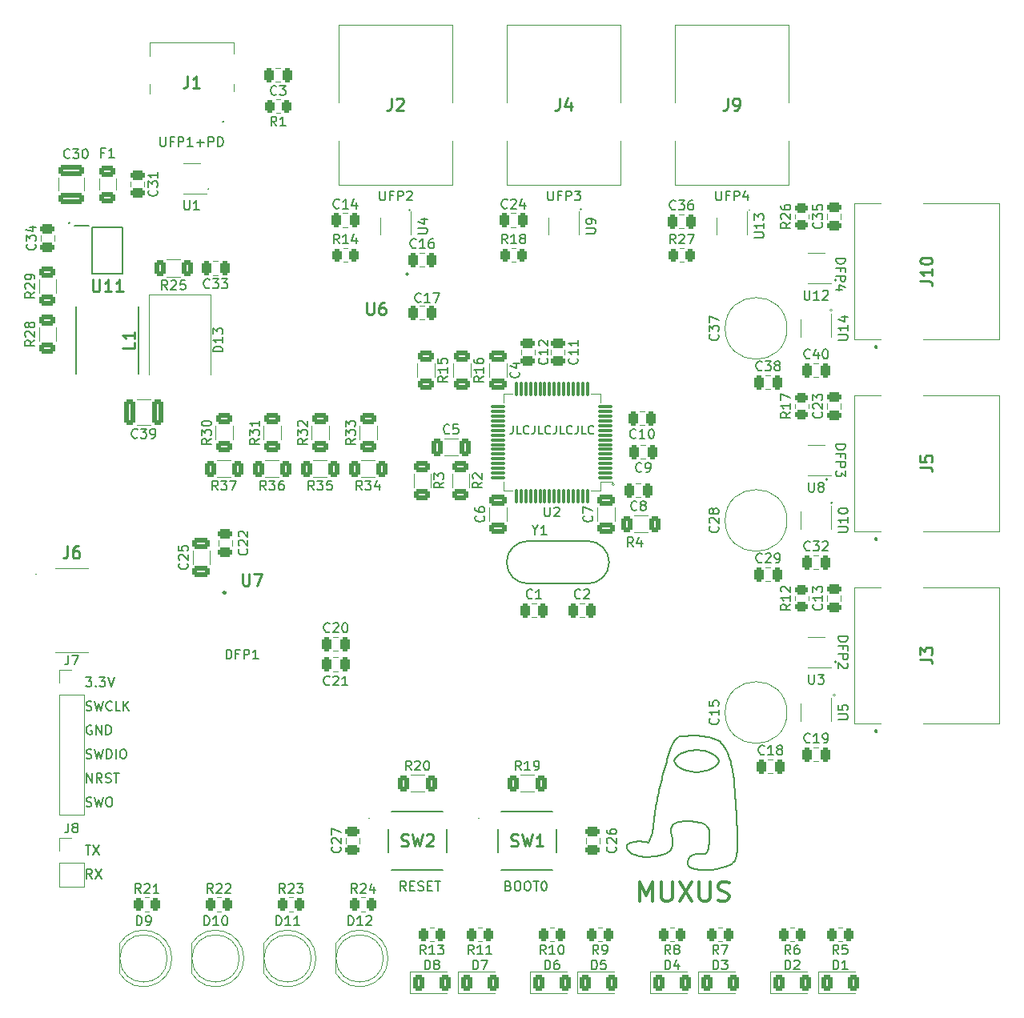
<source format=gto>
%TF.GenerationSoftware,KiCad,Pcbnew,(5.99.0-12724-g8c8d66a181)*%
%TF.CreationDate,2021-10-09T23:25:08+02:00*%
%TF.ProjectId,MUXUS,4d555855-532e-46b6-9963-61645f706362,rev?*%
%TF.SameCoordinates,Original*%
%TF.FileFunction,Legend,Top*%
%TF.FilePolarity,Positive*%
%FSLAX46Y46*%
G04 Gerber Fmt 4.6, Leading zero omitted, Abs format (unit mm)*
G04 Created by KiCad (PCBNEW (5.99.0-12724-g8c8d66a181)) date 2021-10-09 23:25:08*
%MOMM*%
%LPD*%
G01*
G04 APERTURE LIST*
G04 Aperture macros list*
%AMRoundRect*
0 Rectangle with rounded corners*
0 $1 Rounding radius*
0 $2 $3 $4 $5 $6 $7 $8 $9 X,Y pos of 4 corners*
0 Add a 4 corners polygon primitive as box body*
4,1,4,$2,$3,$4,$5,$6,$7,$8,$9,$2,$3,0*
0 Add four circle primitives for the rounded corners*
1,1,$1+$1,$2,$3*
1,1,$1+$1,$4,$5*
1,1,$1+$1,$6,$7*
1,1,$1+$1,$8,$9*
0 Add four rect primitives between the rounded corners*
20,1,$1+$1,$2,$3,$4,$5,0*
20,1,$1+$1,$4,$5,$6,$7,0*
20,1,$1+$1,$6,$7,$8,$9,0*
20,1,$1+$1,$8,$9,$2,$3,0*%
G04 Aperture macros list end*
%ADD10C,0.120000*%
%ADD11C,0.150000*%
%ADD12C,0.300000*%
%ADD13C,0.127000*%
%ADD14C,0.254000*%
%ADD15C,0.100000*%
%ADD16C,0.200000*%
%ADD17C,0.250000*%
%ADD18RoundRect,0.250000X-0.250000X-0.475000X0.250000X-0.475000X0.250000X0.475000X-0.250000X0.475000X0*%
%ADD19RoundRect,0.250000X0.250000X0.475000X-0.250000X0.475000X-0.250000X-0.475000X0.250000X-0.475000X0*%
%ADD20RoundRect,0.250000X0.650000X-0.325000X0.650000X0.325000X-0.650000X0.325000X-0.650000X-0.325000X0*%
%ADD21RoundRect,0.250000X-0.325000X-0.650000X0.325000X-0.650000X0.325000X0.650000X-0.325000X0.650000X0*%
%ADD22RoundRect,0.250000X-0.650000X0.325000X-0.650000X-0.325000X0.650000X-0.325000X0.650000X0.325000X0*%
%ADD23RoundRect,0.250000X-0.475000X0.250000X-0.475000X-0.250000X0.475000X-0.250000X0.475000X0.250000X0*%
%ADD24RoundRect,0.250000X0.475000X-0.250000X0.475000X0.250000X-0.475000X0.250000X-0.475000X-0.250000X0*%
%ADD25C,1.600000*%
%ADD26RoundRect,0.250000X0.325000X1.100000X-0.325000X1.100000X-0.325000X-1.100000X0.325000X-1.100000X0*%
%ADD27RoundRect,0.250000X-0.375000X-0.625000X0.375000X-0.625000X0.375000X0.625000X-0.375000X0.625000X0*%
%ADD28R,1.800000X1.800000*%
%ADD29C,1.800000*%
%ADD30R,3.300000X2.500000*%
%ADD31RoundRect,0.250000X0.625000X-0.375000X0.625000X0.375000X-0.625000X0.375000X-0.625000X-0.375000X0*%
%ADD32C,0.800000*%
%ADD33C,6.400000*%
%ADD34C,1.545000*%
%ADD35C,3.570000*%
%ADD36R,3.200000X2.800000*%
%ADD37RoundRect,0.250000X0.262500X0.450000X-0.262500X0.450000X-0.262500X-0.450000X0.262500X-0.450000X0*%
%ADD38RoundRect,0.250000X-0.625000X0.312500X-0.625000X-0.312500X0.625000X-0.312500X0.625000X0.312500X0*%
%ADD39RoundRect,0.250000X-0.312500X-0.625000X0.312500X-0.625000X0.312500X0.625000X-0.312500X0.625000X0*%
%ADD40RoundRect,0.250000X0.625000X-0.312500X0.625000X0.312500X-0.625000X0.312500X-0.625000X-0.312500X0*%
%ADD41RoundRect,0.250000X-0.262500X-0.450000X0.262500X-0.450000X0.262500X0.450000X-0.262500X0.450000X0*%
%ADD42RoundRect,0.250000X0.450000X-0.262500X0.450000X0.262500X-0.450000X0.262500X-0.450000X-0.262500X0*%
%ADD43RoundRect,0.250000X0.312500X0.625000X-0.312500X0.625000X-0.312500X-0.625000X0.312500X-0.625000X0*%
%ADD44R,1.550000X1.300000*%
%ADD45R,1.060000X0.650000*%
%ADD46R,0.650000X1.060000*%
%ADD47R,0.200000X0.850000*%
%ADD48R,0.850000X0.200000*%
%ADD49C,1.080000*%
%ADD50R,1.500000X1.500000*%
%ADD51C,1.500000*%
%ADD52C,1.020000*%
%ADD53R,2.790000X0.740000*%
%ADD54R,1.525000X0.650000*%
%ADD55R,1.700000X1.700000*%
%ADD56O,1.700000X1.700000*%
%ADD57RoundRect,0.075000X0.700000X0.075000X-0.700000X0.075000X-0.700000X-0.075000X0.700000X-0.075000X0*%
%ADD58RoundRect,0.075000X0.075000X0.700000X-0.075000X0.700000X-0.075000X-0.700000X0.075000X-0.700000X0*%
%ADD59R,0.850000X0.250000*%
%ADD60R,0.250000X0.850000*%
%ADD61R,3.600000X3.600000*%
%ADD62RoundRect,0.250000X-1.100000X0.325000X-1.100000X-0.325000X1.100000X-0.325000X1.100000X0.325000X0*%
%ADD63C,0.650000*%
%ADD64R,0.300000X1.150000*%
%ADD65R,2.180000X2.000000*%
G04 APERTURE END LIST*
D10*
X20155803Y-32702500D02*
G75*
G03*
X20155803Y-32702500I-89803J0D01*
G01*
X100800803Y-62293500D02*
G75*
G03*
X100800803Y-62293500I-89803J0D01*
G01*
X74257803Y-31230202D02*
G75*
G03*
X74257803Y-31230202I-89803J0D01*
G01*
X100330000Y-59817000D02*
G75*
G03*
X100330000Y-59817000I-141990J0D01*
G01*
X100774500Y-41910000D02*
G75*
G03*
X100774500Y-41910000I-127000J0D01*
G01*
X101219000Y-79121000D02*
G75*
G03*
X101219000Y-79121000I-127000J0D01*
G01*
X101219000Y-38735000D02*
G75*
G03*
X101219000Y-38735000I-127000J0D01*
G01*
X92075000Y-31305500D02*
G75*
G03*
X92075000Y-31305500I-63500J0D01*
G01*
X77738990Y-60325000D02*
G75*
G03*
X77738990Y-60325000I-141990J0D01*
G01*
X56134000Y-31305500D02*
G75*
G03*
X56134000Y-31305500I-63500J0D01*
G01*
X101092000Y-82613500D02*
G75*
G03*
X101092000Y-82613500I-127000J0D01*
G01*
X34861500Y-29083000D02*
G75*
G03*
X34861500Y-29083000I-63500J0D01*
G01*
D11*
X101147619Y-36433333D02*
X102147619Y-36433333D01*
X102147619Y-36671428D01*
X102100000Y-36814285D01*
X102004761Y-36909523D01*
X101909523Y-36957142D01*
X101719047Y-37004761D01*
X101576190Y-37004761D01*
X101385714Y-36957142D01*
X101290476Y-36909523D01*
X101195238Y-36814285D01*
X101147619Y-36671428D01*
X101147619Y-36433333D01*
X101671428Y-37766666D02*
X101671428Y-37433333D01*
X101147619Y-37433333D02*
X102147619Y-37433333D01*
X102147619Y-37909523D01*
X101147619Y-38290476D02*
X102147619Y-38290476D01*
X102147619Y-38671428D01*
X102100000Y-38766666D01*
X102052380Y-38814285D01*
X101957142Y-38861904D01*
X101814285Y-38861904D01*
X101719047Y-38814285D01*
X101671428Y-38766666D01*
X101623809Y-38671428D01*
X101623809Y-38290476D01*
X101814285Y-39719047D02*
X101147619Y-39719047D01*
X102195238Y-39480952D02*
X101480952Y-39242857D01*
X101480952Y-39861904D01*
X101401619Y-76438333D02*
X102401619Y-76438333D01*
X102401619Y-76676428D01*
X102354000Y-76819285D01*
X102258761Y-76914523D01*
X102163523Y-76962142D01*
X101973047Y-77009761D01*
X101830190Y-77009761D01*
X101639714Y-76962142D01*
X101544476Y-76914523D01*
X101449238Y-76819285D01*
X101401619Y-76676428D01*
X101401619Y-76438333D01*
X101925428Y-77771666D02*
X101925428Y-77438333D01*
X101401619Y-77438333D02*
X102401619Y-77438333D01*
X102401619Y-77914523D01*
X101401619Y-78295476D02*
X102401619Y-78295476D01*
X102401619Y-78676428D01*
X102354000Y-78771666D01*
X102306380Y-78819285D01*
X102211142Y-78866904D01*
X102068285Y-78866904D01*
X101973047Y-78819285D01*
X101925428Y-78771666D01*
X101877809Y-78676428D01*
X101877809Y-78295476D01*
X102306380Y-79247857D02*
X102354000Y-79295476D01*
X102401619Y-79390714D01*
X102401619Y-79628809D01*
X102354000Y-79724047D01*
X102306380Y-79771666D01*
X102211142Y-79819285D01*
X102115904Y-79819285D01*
X101973047Y-79771666D01*
X101401619Y-79200238D01*
X101401619Y-79819285D01*
X36687333Y-78811380D02*
X36687333Y-77811380D01*
X36925428Y-77811380D01*
X37068285Y-77859000D01*
X37163523Y-77954238D01*
X37211142Y-78049476D01*
X37258761Y-78239952D01*
X37258761Y-78382809D01*
X37211142Y-78573285D01*
X37163523Y-78668523D01*
X37068285Y-78763761D01*
X36925428Y-78811380D01*
X36687333Y-78811380D01*
X38020666Y-78287571D02*
X37687333Y-78287571D01*
X37687333Y-78811380D02*
X37687333Y-77811380D01*
X38163523Y-77811380D01*
X38544476Y-78811380D02*
X38544476Y-77811380D01*
X38925428Y-77811380D01*
X39020666Y-77859000D01*
X39068285Y-77906619D01*
X39115904Y-78001857D01*
X39115904Y-78144714D01*
X39068285Y-78239952D01*
X39020666Y-78287571D01*
X38925428Y-78335190D01*
X38544476Y-78335190D01*
X40068285Y-78811380D02*
X39496857Y-78811380D01*
X39782571Y-78811380D02*
X39782571Y-77811380D01*
X39687333Y-77954238D01*
X39592095Y-78049476D01*
X39496857Y-78097095D01*
X21925595Y-91892380D02*
X21925595Y-90892380D01*
X22497023Y-91892380D01*
X22497023Y-90892380D01*
X23544642Y-91892380D02*
X23211309Y-91416190D01*
X22973214Y-91892380D02*
X22973214Y-90892380D01*
X23354166Y-90892380D01*
X23449404Y-90940000D01*
X23497023Y-90987619D01*
X23544642Y-91082857D01*
X23544642Y-91225714D01*
X23497023Y-91320952D01*
X23449404Y-91368571D01*
X23354166Y-91416190D01*
X22973214Y-91416190D01*
X23925595Y-91844761D02*
X24068452Y-91892380D01*
X24306547Y-91892380D01*
X24401785Y-91844761D01*
X24449404Y-91797142D01*
X24497023Y-91701904D01*
X24497023Y-91606666D01*
X24449404Y-91511428D01*
X24401785Y-91463809D01*
X24306547Y-91416190D01*
X24116071Y-91368571D01*
X24020833Y-91320952D01*
X23973214Y-91273333D01*
X23925595Y-91178095D01*
X23925595Y-91082857D01*
X23973214Y-90987619D01*
X24020833Y-90940000D01*
X24116071Y-90892380D01*
X24354166Y-90892380D01*
X24497023Y-90940000D01*
X24782738Y-90892380D02*
X25354166Y-90892380D01*
X25068452Y-91892380D02*
X25068452Y-90892380D01*
X55697619Y-103322380D02*
X55364285Y-102846190D01*
X55126190Y-103322380D02*
X55126190Y-102322380D01*
X55507142Y-102322380D01*
X55602380Y-102370000D01*
X55650000Y-102417619D01*
X55697619Y-102512857D01*
X55697619Y-102655714D01*
X55650000Y-102750952D01*
X55602380Y-102798571D01*
X55507142Y-102846190D01*
X55126190Y-102846190D01*
X56126190Y-102798571D02*
X56459523Y-102798571D01*
X56602380Y-103322380D02*
X56126190Y-103322380D01*
X56126190Y-102322380D01*
X56602380Y-102322380D01*
X56983333Y-103274761D02*
X57126190Y-103322380D01*
X57364285Y-103322380D01*
X57459523Y-103274761D01*
X57507142Y-103227142D01*
X57554761Y-103131904D01*
X57554761Y-103036666D01*
X57507142Y-102941428D01*
X57459523Y-102893809D01*
X57364285Y-102846190D01*
X57173809Y-102798571D01*
X57078571Y-102750952D01*
X57030952Y-102703333D01*
X56983333Y-102608095D01*
X56983333Y-102512857D01*
X57030952Y-102417619D01*
X57078571Y-102370000D01*
X57173809Y-102322380D01*
X57411904Y-102322380D01*
X57554761Y-102370000D01*
X57983333Y-102798571D02*
X58316666Y-102798571D01*
X58459523Y-103322380D02*
X57983333Y-103322380D01*
X57983333Y-102322380D01*
X58459523Y-102322380D01*
X58745238Y-102322380D02*
X59316666Y-102322380D01*
X59030952Y-103322380D02*
X59030952Y-102322380D01*
X101147619Y-56118333D02*
X102147619Y-56118333D01*
X102147619Y-56356428D01*
X102100000Y-56499285D01*
X102004761Y-56594523D01*
X101909523Y-56642142D01*
X101719047Y-56689761D01*
X101576190Y-56689761D01*
X101385714Y-56642142D01*
X101290476Y-56594523D01*
X101195238Y-56499285D01*
X101147619Y-56356428D01*
X101147619Y-56118333D01*
X101671428Y-57451666D02*
X101671428Y-57118333D01*
X101147619Y-57118333D02*
X102147619Y-57118333D01*
X102147619Y-57594523D01*
X101147619Y-57975476D02*
X102147619Y-57975476D01*
X102147619Y-58356428D01*
X102100000Y-58451666D01*
X102052380Y-58499285D01*
X101957142Y-58546904D01*
X101814285Y-58546904D01*
X101719047Y-58499285D01*
X101671428Y-58451666D01*
X101623809Y-58356428D01*
X101623809Y-57975476D01*
X102147619Y-58880238D02*
X102147619Y-59499285D01*
X101766666Y-59165952D01*
X101766666Y-59308809D01*
X101719047Y-59404047D01*
X101671428Y-59451666D01*
X101576190Y-59499285D01*
X101338095Y-59499285D01*
X101242857Y-59451666D01*
X101195238Y-59404047D01*
X101147619Y-59308809D01*
X101147619Y-59023095D01*
X101195238Y-58927857D01*
X101242857Y-58880238D01*
X52919523Y-29297380D02*
X52919523Y-30106904D01*
X52967142Y-30202142D01*
X53014761Y-30249761D01*
X53110000Y-30297380D01*
X53300476Y-30297380D01*
X53395714Y-30249761D01*
X53443333Y-30202142D01*
X53490952Y-30106904D01*
X53490952Y-29297380D01*
X54300476Y-29773571D02*
X53967142Y-29773571D01*
X53967142Y-30297380D02*
X53967142Y-29297380D01*
X54443333Y-29297380D01*
X54824285Y-30297380D02*
X54824285Y-29297380D01*
X55205238Y-29297380D01*
X55300476Y-29345000D01*
X55348095Y-29392619D01*
X55395714Y-29487857D01*
X55395714Y-29630714D01*
X55348095Y-29725952D01*
X55300476Y-29773571D01*
X55205238Y-29821190D01*
X54824285Y-29821190D01*
X55776666Y-29392619D02*
X55824285Y-29345000D01*
X55919523Y-29297380D01*
X56157619Y-29297380D01*
X56252857Y-29345000D01*
X56300476Y-29392619D01*
X56348095Y-29487857D01*
X56348095Y-29583095D01*
X56300476Y-29725952D01*
X55729047Y-30297380D01*
X56348095Y-30297380D01*
X66539671Y-102798571D02*
X66682528Y-102846190D01*
X66730147Y-102893809D01*
X66777766Y-102989047D01*
X66777766Y-103131904D01*
X66730147Y-103227142D01*
X66682528Y-103274761D01*
X66587290Y-103322380D01*
X66206338Y-103322380D01*
X66206338Y-102322380D01*
X66539671Y-102322380D01*
X66634909Y-102370000D01*
X66682528Y-102417619D01*
X66730147Y-102512857D01*
X66730147Y-102608095D01*
X66682528Y-102703333D01*
X66634909Y-102750952D01*
X66539671Y-102798571D01*
X66206338Y-102798571D01*
X67396814Y-102322380D02*
X67587290Y-102322380D01*
X67682528Y-102370000D01*
X67777766Y-102465238D01*
X67825385Y-102655714D01*
X67825385Y-102989047D01*
X67777766Y-103179523D01*
X67682528Y-103274761D01*
X67587290Y-103322380D01*
X67396814Y-103322380D01*
X67301576Y-103274761D01*
X67206338Y-103179523D01*
X67158719Y-102989047D01*
X67158719Y-102655714D01*
X67206338Y-102465238D01*
X67301576Y-102370000D01*
X67396814Y-102322380D01*
X68444433Y-102322380D02*
X68634909Y-102322380D01*
X68730147Y-102370000D01*
X68825385Y-102465238D01*
X68873005Y-102655714D01*
X68873005Y-102989047D01*
X68825385Y-103179523D01*
X68730147Y-103274761D01*
X68634909Y-103322380D01*
X68444433Y-103322380D01*
X68349195Y-103274761D01*
X68253957Y-103179523D01*
X68206338Y-102989047D01*
X68206338Y-102655714D01*
X68253957Y-102465238D01*
X68349195Y-102370000D01*
X68444433Y-102322380D01*
X69158719Y-102322380D02*
X69730147Y-102322380D01*
X69444433Y-103322380D02*
X69444433Y-102322380D01*
X70253957Y-102322380D02*
X70349195Y-102322380D01*
X70444433Y-102370000D01*
X70492052Y-102417619D01*
X70539671Y-102512857D01*
X70587290Y-102703333D01*
X70587290Y-102941428D01*
X70539671Y-103131904D01*
X70492052Y-103227142D01*
X70444433Y-103274761D01*
X70349195Y-103322380D01*
X70253957Y-103322380D01*
X70158719Y-103274761D01*
X70111100Y-103227142D01*
X70063481Y-103131904D01*
X70015862Y-102941428D01*
X70015862Y-102703333D01*
X70063481Y-102512857D01*
X70111100Y-102417619D01*
X70158719Y-102370000D01*
X70253957Y-102322380D01*
X70699523Y-29297380D02*
X70699523Y-30106904D01*
X70747142Y-30202142D01*
X70794761Y-30249761D01*
X70890000Y-30297380D01*
X71080476Y-30297380D01*
X71175714Y-30249761D01*
X71223333Y-30202142D01*
X71270952Y-30106904D01*
X71270952Y-29297380D01*
X72080476Y-29773571D02*
X71747142Y-29773571D01*
X71747142Y-30297380D02*
X71747142Y-29297380D01*
X72223333Y-29297380D01*
X72604285Y-30297380D02*
X72604285Y-29297380D01*
X72985238Y-29297380D01*
X73080476Y-29345000D01*
X73128095Y-29392619D01*
X73175714Y-29487857D01*
X73175714Y-29630714D01*
X73128095Y-29725952D01*
X73080476Y-29773571D01*
X72985238Y-29821190D01*
X72604285Y-29821190D01*
X73509047Y-29297380D02*
X74128095Y-29297380D01*
X73794761Y-29678333D01*
X73937619Y-29678333D01*
X74032857Y-29725952D01*
X74080476Y-29773571D01*
X74128095Y-29868809D01*
X74128095Y-30106904D01*
X74080476Y-30202142D01*
X74032857Y-30249761D01*
X73937619Y-30297380D01*
X73651904Y-30297380D01*
X73556666Y-30249761D01*
X73509047Y-30202142D01*
X21877976Y-84224761D02*
X22020833Y-84272380D01*
X22258928Y-84272380D01*
X22354166Y-84224761D01*
X22401785Y-84177142D01*
X22449404Y-84081904D01*
X22449404Y-83986666D01*
X22401785Y-83891428D01*
X22354166Y-83843809D01*
X22258928Y-83796190D01*
X22068452Y-83748571D01*
X21973214Y-83700952D01*
X21925595Y-83653333D01*
X21877976Y-83558095D01*
X21877976Y-83462857D01*
X21925595Y-83367619D01*
X21973214Y-83320000D01*
X22068452Y-83272380D01*
X22306547Y-83272380D01*
X22449404Y-83320000D01*
X22782738Y-83272380D02*
X23020833Y-84272380D01*
X23211309Y-83558095D01*
X23401785Y-84272380D01*
X23639880Y-83272380D01*
X24592261Y-84177142D02*
X24544642Y-84224761D01*
X24401785Y-84272380D01*
X24306547Y-84272380D01*
X24163690Y-84224761D01*
X24068452Y-84129523D01*
X24020833Y-84034285D01*
X23973214Y-83843809D01*
X23973214Y-83700952D01*
X24020833Y-83510476D01*
X24068452Y-83415238D01*
X24163690Y-83320000D01*
X24306547Y-83272380D01*
X24401785Y-83272380D01*
X24544642Y-83320000D01*
X24592261Y-83367619D01*
X25497023Y-84272380D02*
X25020833Y-84272380D01*
X25020833Y-83272380D01*
X25830357Y-84272380D02*
X25830357Y-83272380D01*
X26401785Y-84272380D02*
X25973214Y-83700952D01*
X26401785Y-83272380D02*
X25830357Y-83843809D01*
X29710476Y-23582380D02*
X29710476Y-24391904D01*
X29758095Y-24487142D01*
X29805714Y-24534761D01*
X29900952Y-24582380D01*
X30091428Y-24582380D01*
X30186666Y-24534761D01*
X30234285Y-24487142D01*
X30281904Y-24391904D01*
X30281904Y-23582380D01*
X31091428Y-24058571D02*
X30758095Y-24058571D01*
X30758095Y-24582380D02*
X30758095Y-23582380D01*
X31234285Y-23582380D01*
X31615238Y-24582380D02*
X31615238Y-23582380D01*
X31996190Y-23582380D01*
X32091428Y-23630000D01*
X32139047Y-23677619D01*
X32186666Y-23772857D01*
X32186666Y-23915714D01*
X32139047Y-24010952D01*
X32091428Y-24058571D01*
X31996190Y-24106190D01*
X31615238Y-24106190D01*
X33139047Y-24582380D02*
X32567619Y-24582380D01*
X32853333Y-24582380D02*
X32853333Y-23582380D01*
X32758095Y-23725238D01*
X32662857Y-23820476D01*
X32567619Y-23868095D01*
X33567619Y-24201428D02*
X34329523Y-24201428D01*
X33948571Y-24582380D02*
X33948571Y-23820476D01*
X34805714Y-24582380D02*
X34805714Y-23582380D01*
X35186666Y-23582380D01*
X35281904Y-23630000D01*
X35329523Y-23677619D01*
X35377142Y-23772857D01*
X35377142Y-23915714D01*
X35329523Y-24010952D01*
X35281904Y-24058571D01*
X35186666Y-24106190D01*
X34805714Y-24106190D01*
X35805714Y-24582380D02*
X35805714Y-23582380D01*
X36043809Y-23582380D01*
X36186666Y-23630000D01*
X36281904Y-23725238D01*
X36329523Y-23820476D01*
X36377142Y-24010952D01*
X36377142Y-24153809D01*
X36329523Y-24344285D01*
X36281904Y-24439523D01*
X36186666Y-24534761D01*
X36043809Y-24582380D01*
X35805714Y-24582380D01*
X88479523Y-29297380D02*
X88479523Y-30106904D01*
X88527142Y-30202142D01*
X88574761Y-30249761D01*
X88670000Y-30297380D01*
X88860476Y-30297380D01*
X88955714Y-30249761D01*
X89003333Y-30202142D01*
X89050952Y-30106904D01*
X89050952Y-29297380D01*
X89860476Y-29773571D02*
X89527142Y-29773571D01*
X89527142Y-30297380D02*
X89527142Y-29297380D01*
X90003333Y-29297380D01*
X90384285Y-30297380D02*
X90384285Y-29297380D01*
X90765238Y-29297380D01*
X90860476Y-29345000D01*
X90908095Y-29392619D01*
X90955714Y-29487857D01*
X90955714Y-29630714D01*
X90908095Y-29725952D01*
X90860476Y-29773571D01*
X90765238Y-29821190D01*
X90384285Y-29821190D01*
X91812857Y-29630714D02*
X91812857Y-30297380D01*
X91574761Y-29249761D02*
X91336666Y-29964047D01*
X91955714Y-29964047D01*
X21830357Y-80732380D02*
X22449404Y-80732380D01*
X22116071Y-81113333D01*
X22258928Y-81113333D01*
X22354166Y-81160952D01*
X22401785Y-81208571D01*
X22449404Y-81303809D01*
X22449404Y-81541904D01*
X22401785Y-81637142D01*
X22354166Y-81684761D01*
X22258928Y-81732380D01*
X21973214Y-81732380D01*
X21877976Y-81684761D01*
X21830357Y-81637142D01*
X22877976Y-81637142D02*
X22925595Y-81684761D01*
X22877976Y-81732380D01*
X22830357Y-81684761D01*
X22877976Y-81637142D01*
X22877976Y-81732380D01*
X23258928Y-80732380D02*
X23877976Y-80732380D01*
X23544642Y-81113333D01*
X23687500Y-81113333D01*
X23782738Y-81160952D01*
X23830357Y-81208571D01*
X23877976Y-81303809D01*
X23877976Y-81541904D01*
X23830357Y-81637142D01*
X23782738Y-81684761D01*
X23687500Y-81732380D01*
X23401785Y-81732380D01*
X23306547Y-81684761D01*
X23258928Y-81637142D01*
X24163690Y-80732380D02*
X24497023Y-81732380D01*
X24830357Y-80732380D01*
X21782738Y-98512380D02*
X22354166Y-98512380D01*
X22068452Y-99512380D02*
X22068452Y-98512380D01*
X22592261Y-98512380D02*
X23258928Y-99512380D01*
X23258928Y-98512380D02*
X22592261Y-99512380D01*
X22497023Y-102052380D02*
X22163690Y-101576190D01*
X21925595Y-102052380D02*
X21925595Y-101052380D01*
X22306547Y-101052380D01*
X22401785Y-101100000D01*
X22449404Y-101147619D01*
X22497023Y-101242857D01*
X22497023Y-101385714D01*
X22449404Y-101480952D01*
X22401785Y-101528571D01*
X22306547Y-101576190D01*
X21925595Y-101576190D01*
X22830357Y-101052380D02*
X23497023Y-102052380D01*
X23497023Y-101052380D02*
X22830357Y-102052380D01*
X21877976Y-94384761D02*
X22020833Y-94432380D01*
X22258928Y-94432380D01*
X22354166Y-94384761D01*
X22401785Y-94337142D01*
X22449404Y-94241904D01*
X22449404Y-94146666D01*
X22401785Y-94051428D01*
X22354166Y-94003809D01*
X22258928Y-93956190D01*
X22068452Y-93908571D01*
X21973214Y-93860952D01*
X21925595Y-93813333D01*
X21877976Y-93718095D01*
X21877976Y-93622857D01*
X21925595Y-93527619D01*
X21973214Y-93480000D01*
X22068452Y-93432380D01*
X22306547Y-93432380D01*
X22449404Y-93480000D01*
X22782738Y-93432380D02*
X23020833Y-94432380D01*
X23211309Y-93718095D01*
X23401785Y-94432380D01*
X23639880Y-93432380D01*
X24211309Y-93432380D02*
X24401785Y-93432380D01*
X24497023Y-93480000D01*
X24592261Y-93575238D01*
X24639880Y-93765714D01*
X24639880Y-94099047D01*
X24592261Y-94289523D01*
X24497023Y-94384761D01*
X24401785Y-94432380D01*
X24211309Y-94432380D01*
X24116071Y-94384761D01*
X24020833Y-94289523D01*
X23973214Y-94099047D01*
X23973214Y-93765714D01*
X24020833Y-93575238D01*
X24116071Y-93480000D01*
X24211309Y-93432380D01*
X21877976Y-89304761D02*
X22020833Y-89352380D01*
X22258928Y-89352380D01*
X22354166Y-89304761D01*
X22401785Y-89257142D01*
X22449404Y-89161904D01*
X22449404Y-89066666D01*
X22401785Y-88971428D01*
X22354166Y-88923809D01*
X22258928Y-88876190D01*
X22068452Y-88828571D01*
X21973214Y-88780952D01*
X21925595Y-88733333D01*
X21877976Y-88638095D01*
X21877976Y-88542857D01*
X21925595Y-88447619D01*
X21973214Y-88400000D01*
X22068452Y-88352380D01*
X22306547Y-88352380D01*
X22449404Y-88400000D01*
X22782738Y-88352380D02*
X23020833Y-89352380D01*
X23211309Y-88638095D01*
X23401785Y-89352380D01*
X23639880Y-88352380D01*
X24020833Y-89352380D02*
X24020833Y-88352380D01*
X24258928Y-88352380D01*
X24401785Y-88400000D01*
X24497023Y-88495238D01*
X24544642Y-88590476D01*
X24592261Y-88780952D01*
X24592261Y-88923809D01*
X24544642Y-89114285D01*
X24497023Y-89209523D01*
X24401785Y-89304761D01*
X24258928Y-89352380D01*
X24020833Y-89352380D01*
X25020833Y-89352380D02*
X25020833Y-88352380D01*
X25687500Y-88352380D02*
X25877976Y-88352380D01*
X25973214Y-88400000D01*
X26068452Y-88495238D01*
X26116071Y-88685714D01*
X26116071Y-89019047D01*
X26068452Y-89209523D01*
X25973214Y-89304761D01*
X25877976Y-89352380D01*
X25687500Y-89352380D01*
X25592261Y-89304761D01*
X25497023Y-89209523D01*
X25449404Y-89019047D01*
X25449404Y-88685714D01*
X25497023Y-88495238D01*
X25592261Y-88400000D01*
X25687500Y-88352380D01*
X22449404Y-85860000D02*
X22354166Y-85812380D01*
X22211309Y-85812380D01*
X22068452Y-85860000D01*
X21973214Y-85955238D01*
X21925595Y-86050476D01*
X21877976Y-86240952D01*
X21877976Y-86383809D01*
X21925595Y-86574285D01*
X21973214Y-86669523D01*
X22068452Y-86764761D01*
X22211309Y-86812380D01*
X22306547Y-86812380D01*
X22449404Y-86764761D01*
X22497023Y-86717142D01*
X22497023Y-86383809D01*
X22306547Y-86383809D01*
X22925595Y-86812380D02*
X22925595Y-85812380D01*
X23497023Y-86812380D01*
X23497023Y-85812380D01*
X23973214Y-86812380D02*
X23973214Y-85812380D01*
X24211309Y-85812380D01*
X24354166Y-85860000D01*
X24449404Y-85955238D01*
X24497023Y-86050476D01*
X24544642Y-86240952D01*
X24544642Y-86383809D01*
X24497023Y-86574285D01*
X24449404Y-86669523D01*
X24354166Y-86764761D01*
X24211309Y-86812380D01*
X23973214Y-86812380D01*
D12*
X80423333Y-104409761D02*
X80423333Y-102409761D01*
X81090000Y-103838333D01*
X81756666Y-102409761D01*
X81756666Y-104409761D01*
X82709047Y-102409761D02*
X82709047Y-104028809D01*
X82804285Y-104219285D01*
X82899523Y-104314523D01*
X83090000Y-104409761D01*
X83470952Y-104409761D01*
X83661428Y-104314523D01*
X83756666Y-104219285D01*
X83851904Y-104028809D01*
X83851904Y-102409761D01*
X84613809Y-102409761D02*
X85947142Y-104409761D01*
X85947142Y-102409761D02*
X84613809Y-104409761D01*
X86709047Y-102409761D02*
X86709047Y-104028809D01*
X86804285Y-104219285D01*
X86899523Y-104314523D01*
X87090000Y-104409761D01*
X87470952Y-104409761D01*
X87661428Y-104314523D01*
X87756666Y-104219285D01*
X87851904Y-104028809D01*
X87851904Y-102409761D01*
X88709047Y-104314523D02*
X88994761Y-104409761D01*
X89470952Y-104409761D01*
X89661428Y-104314523D01*
X89756666Y-104219285D01*
X89851904Y-104028809D01*
X89851904Y-103838333D01*
X89756666Y-103647857D01*
X89661428Y-103552619D01*
X89470952Y-103457380D01*
X89090000Y-103362142D01*
X88899523Y-103266904D01*
X88804285Y-103171666D01*
X88709047Y-102981190D01*
X88709047Y-102790714D01*
X88804285Y-102600238D01*
X88899523Y-102505000D01*
X89090000Y-102409761D01*
X89566190Y-102409761D01*
X89851904Y-102505000D01*
D13*
X67013666Y-54123166D02*
X67013666Y-54758166D01*
X66971333Y-54885166D01*
X66886666Y-54969833D01*
X66759666Y-55012166D01*
X66675000Y-55012166D01*
X67860333Y-55012166D02*
X67437000Y-55012166D01*
X67437000Y-54123166D01*
X68664666Y-54927500D02*
X68622333Y-54969833D01*
X68495333Y-55012166D01*
X68410666Y-55012166D01*
X68283666Y-54969833D01*
X68199000Y-54885166D01*
X68156666Y-54800500D01*
X68114333Y-54631166D01*
X68114333Y-54504166D01*
X68156666Y-54334833D01*
X68199000Y-54250166D01*
X68283666Y-54165500D01*
X68410666Y-54123166D01*
X68495333Y-54123166D01*
X68622333Y-54165500D01*
X68664666Y-54207833D01*
X69299666Y-54123166D02*
X69299666Y-54758166D01*
X69257333Y-54885166D01*
X69172666Y-54969833D01*
X69045666Y-55012166D01*
X68961000Y-55012166D01*
X70146333Y-55012166D02*
X69723000Y-55012166D01*
X69723000Y-54123166D01*
X70950666Y-54927500D02*
X70908333Y-54969833D01*
X70781333Y-55012166D01*
X70696666Y-55012166D01*
X70569666Y-54969833D01*
X70485000Y-54885166D01*
X70442666Y-54800500D01*
X70400333Y-54631166D01*
X70400333Y-54504166D01*
X70442666Y-54334833D01*
X70485000Y-54250166D01*
X70569666Y-54165500D01*
X70696666Y-54123166D01*
X70781333Y-54123166D01*
X70908333Y-54165500D01*
X70950666Y-54207833D01*
X71585666Y-54123166D02*
X71585666Y-54758166D01*
X71543333Y-54885166D01*
X71458666Y-54969833D01*
X71331666Y-55012166D01*
X71247000Y-55012166D01*
X72432333Y-55012166D02*
X72009000Y-55012166D01*
X72009000Y-54123166D01*
X73236666Y-54927500D02*
X73194333Y-54969833D01*
X73067333Y-55012166D01*
X72982666Y-55012166D01*
X72855666Y-54969833D01*
X72771000Y-54885166D01*
X72728666Y-54800500D01*
X72686333Y-54631166D01*
X72686333Y-54504166D01*
X72728666Y-54334833D01*
X72771000Y-54250166D01*
X72855666Y-54165500D01*
X72982666Y-54123166D01*
X73067333Y-54123166D01*
X73194333Y-54165500D01*
X73236666Y-54207833D01*
X73871666Y-54123166D02*
X73871666Y-54758166D01*
X73829333Y-54885166D01*
X73744666Y-54969833D01*
X73617666Y-55012166D01*
X73533000Y-55012166D01*
X74718333Y-55012166D02*
X74295000Y-55012166D01*
X74295000Y-54123166D01*
X75522666Y-54927500D02*
X75480333Y-54969833D01*
X75353333Y-55012166D01*
X75268666Y-55012166D01*
X75141666Y-54969833D01*
X75057000Y-54885166D01*
X75014666Y-54800500D01*
X74972333Y-54631166D01*
X74972333Y-54504166D01*
X75014666Y-54334833D01*
X75057000Y-54250166D01*
X75141666Y-54165500D01*
X75268666Y-54123166D01*
X75353333Y-54123166D01*
X75480333Y-54165500D01*
X75522666Y-54207833D01*
D11*
X69048333Y-72337142D02*
X69000714Y-72384761D01*
X68857857Y-72432380D01*
X68762619Y-72432380D01*
X68619761Y-72384761D01*
X68524523Y-72289523D01*
X68476904Y-72194285D01*
X68429285Y-72003809D01*
X68429285Y-71860952D01*
X68476904Y-71670476D01*
X68524523Y-71575238D01*
X68619761Y-71480000D01*
X68762619Y-71432380D01*
X68857857Y-71432380D01*
X69000714Y-71480000D01*
X69048333Y-71527619D01*
X70000714Y-72432380D02*
X69429285Y-72432380D01*
X69715000Y-72432380D02*
X69715000Y-71432380D01*
X69619761Y-71575238D01*
X69524523Y-71670476D01*
X69429285Y-71718095D01*
X74128333Y-72337142D02*
X74080714Y-72384761D01*
X73937857Y-72432380D01*
X73842619Y-72432380D01*
X73699761Y-72384761D01*
X73604523Y-72289523D01*
X73556904Y-72194285D01*
X73509285Y-72003809D01*
X73509285Y-71860952D01*
X73556904Y-71670476D01*
X73604523Y-71575238D01*
X73699761Y-71480000D01*
X73842619Y-71432380D01*
X73937857Y-71432380D01*
X74080714Y-71480000D01*
X74128333Y-71527619D01*
X74509285Y-71527619D02*
X74556904Y-71480000D01*
X74652142Y-71432380D01*
X74890238Y-71432380D01*
X74985476Y-71480000D01*
X75033095Y-71527619D01*
X75080714Y-71622857D01*
X75080714Y-71718095D01*
X75033095Y-71860952D01*
X74461666Y-72432380D01*
X75080714Y-72432380D01*
X41997333Y-19055142D02*
X41949714Y-19102761D01*
X41806857Y-19150380D01*
X41711619Y-19150380D01*
X41568761Y-19102761D01*
X41473523Y-19007523D01*
X41425904Y-18912285D01*
X41378285Y-18721809D01*
X41378285Y-18578952D01*
X41425904Y-18388476D01*
X41473523Y-18293238D01*
X41568761Y-18198000D01*
X41711619Y-18150380D01*
X41806857Y-18150380D01*
X41949714Y-18198000D01*
X41997333Y-18245619D01*
X42330666Y-18150380D02*
X42949714Y-18150380D01*
X42616380Y-18531333D01*
X42759238Y-18531333D01*
X42854476Y-18578952D01*
X42902095Y-18626571D01*
X42949714Y-18721809D01*
X42949714Y-18959904D01*
X42902095Y-19055142D01*
X42854476Y-19102761D01*
X42759238Y-19150380D01*
X42473523Y-19150380D01*
X42378285Y-19102761D01*
X42330666Y-19055142D01*
X75342142Y-63666666D02*
X75389761Y-63714285D01*
X75437380Y-63857142D01*
X75437380Y-63952380D01*
X75389761Y-64095238D01*
X75294523Y-64190476D01*
X75199285Y-64238095D01*
X75008809Y-64285714D01*
X74865952Y-64285714D01*
X74675476Y-64238095D01*
X74580238Y-64190476D01*
X74485000Y-64095238D01*
X74437380Y-63952380D01*
X74437380Y-63857142D01*
X74485000Y-63714285D01*
X74532619Y-63666666D01*
X74437380Y-63333333D02*
X74437380Y-62666666D01*
X75437380Y-63095238D01*
X60285333Y-54895142D02*
X60237714Y-54942761D01*
X60094857Y-54990380D01*
X59999619Y-54990380D01*
X59856761Y-54942761D01*
X59761523Y-54847523D01*
X59713904Y-54752285D01*
X59666285Y-54561809D01*
X59666285Y-54418952D01*
X59713904Y-54228476D01*
X59761523Y-54133238D01*
X59856761Y-54038000D01*
X59999619Y-53990380D01*
X60094857Y-53990380D01*
X60237714Y-54038000D01*
X60285333Y-54085619D01*
X61190095Y-53990380D02*
X60713904Y-53990380D01*
X60666285Y-54466571D01*
X60713904Y-54418952D01*
X60809142Y-54371333D01*
X61047238Y-54371333D01*
X61142476Y-54418952D01*
X61190095Y-54466571D01*
X61237714Y-54561809D01*
X61237714Y-54799904D01*
X61190095Y-54895142D01*
X61142476Y-54942761D01*
X61047238Y-54990380D01*
X60809142Y-54990380D01*
X60713904Y-54942761D01*
X60666285Y-54895142D01*
X67612142Y-48426666D02*
X67659761Y-48474285D01*
X67707380Y-48617142D01*
X67707380Y-48712380D01*
X67659761Y-48855238D01*
X67564523Y-48950476D01*
X67469285Y-48998095D01*
X67278809Y-49045714D01*
X67135952Y-49045714D01*
X66945476Y-48998095D01*
X66850238Y-48950476D01*
X66755000Y-48855238D01*
X66707380Y-48712380D01*
X66707380Y-48617142D01*
X66755000Y-48474285D01*
X66802619Y-48426666D01*
X67040714Y-47569523D02*
X67707380Y-47569523D01*
X66659761Y-47807619D02*
X67374047Y-48045714D01*
X67374047Y-47426666D01*
X63912142Y-63666666D02*
X63959761Y-63714285D01*
X64007380Y-63857142D01*
X64007380Y-63952380D01*
X63959761Y-64095238D01*
X63864523Y-64190476D01*
X63769285Y-64238095D01*
X63578809Y-64285714D01*
X63435952Y-64285714D01*
X63245476Y-64238095D01*
X63150238Y-64190476D01*
X63055000Y-64095238D01*
X63007380Y-63952380D01*
X63007380Y-63857142D01*
X63055000Y-63714285D01*
X63102619Y-63666666D01*
X63007380Y-62809523D02*
X63007380Y-63000000D01*
X63055000Y-63095238D01*
X63102619Y-63142857D01*
X63245476Y-63238095D01*
X63435952Y-63285714D01*
X63816904Y-63285714D01*
X63912142Y-63238095D01*
X63959761Y-63190476D01*
X64007380Y-63095238D01*
X64007380Y-62904761D01*
X63959761Y-62809523D01*
X63912142Y-62761904D01*
X63816904Y-62714285D01*
X63578809Y-62714285D01*
X63483571Y-62761904D01*
X63435952Y-62809523D01*
X63388333Y-62904761D01*
X63388333Y-63095238D01*
X63435952Y-63190476D01*
X63483571Y-63238095D01*
X63578809Y-63285714D01*
X80605333Y-58933142D02*
X80557714Y-58980761D01*
X80414857Y-59028380D01*
X80319619Y-59028380D01*
X80176761Y-58980761D01*
X80081523Y-58885523D01*
X80033904Y-58790285D01*
X79986285Y-58599809D01*
X79986285Y-58456952D01*
X80033904Y-58266476D01*
X80081523Y-58171238D01*
X80176761Y-58076000D01*
X80319619Y-58028380D01*
X80414857Y-58028380D01*
X80557714Y-58076000D01*
X80605333Y-58123619D01*
X81081523Y-59028380D02*
X81272000Y-59028380D01*
X81367238Y-58980761D01*
X81414857Y-58933142D01*
X81510095Y-58790285D01*
X81557714Y-58599809D01*
X81557714Y-58218857D01*
X81510095Y-58123619D01*
X81462476Y-58076000D01*
X81367238Y-58028380D01*
X81176761Y-58028380D01*
X81081523Y-58076000D01*
X81033904Y-58123619D01*
X80986285Y-58218857D01*
X80986285Y-58456952D01*
X81033904Y-58552190D01*
X81081523Y-58599809D01*
X81176761Y-58647428D01*
X81367238Y-58647428D01*
X81462476Y-58599809D01*
X81510095Y-58552190D01*
X81557714Y-58456952D01*
X80002142Y-55377142D02*
X79954523Y-55424761D01*
X79811666Y-55472380D01*
X79716428Y-55472380D01*
X79573571Y-55424761D01*
X79478333Y-55329523D01*
X79430714Y-55234285D01*
X79383095Y-55043809D01*
X79383095Y-54900952D01*
X79430714Y-54710476D01*
X79478333Y-54615238D01*
X79573571Y-54520000D01*
X79716428Y-54472380D01*
X79811666Y-54472380D01*
X79954523Y-54520000D01*
X80002142Y-54567619D01*
X80954523Y-55472380D02*
X80383095Y-55472380D01*
X80668809Y-55472380D02*
X80668809Y-54472380D01*
X80573571Y-54615238D01*
X80478333Y-54710476D01*
X80383095Y-54758095D01*
X81573571Y-54472380D02*
X81668809Y-54472380D01*
X81764047Y-54520000D01*
X81811666Y-54567619D01*
X81859285Y-54662857D01*
X81906904Y-54853333D01*
X81906904Y-55091428D01*
X81859285Y-55281904D01*
X81811666Y-55377142D01*
X81764047Y-55424761D01*
X81668809Y-55472380D01*
X81573571Y-55472380D01*
X81478333Y-55424761D01*
X81430714Y-55377142D01*
X81383095Y-55281904D01*
X81335476Y-55091428D01*
X81335476Y-54853333D01*
X81383095Y-54662857D01*
X81430714Y-54567619D01*
X81478333Y-54520000D01*
X81573571Y-54472380D01*
X73792142Y-46997857D02*
X73839761Y-47045476D01*
X73887380Y-47188333D01*
X73887380Y-47283571D01*
X73839761Y-47426428D01*
X73744523Y-47521666D01*
X73649285Y-47569285D01*
X73458809Y-47616904D01*
X73315952Y-47616904D01*
X73125476Y-47569285D01*
X73030238Y-47521666D01*
X72935000Y-47426428D01*
X72887380Y-47283571D01*
X72887380Y-47188333D01*
X72935000Y-47045476D01*
X72982619Y-46997857D01*
X73887380Y-46045476D02*
X73887380Y-46616904D01*
X73887380Y-46331190D02*
X72887380Y-46331190D01*
X73030238Y-46426428D01*
X73125476Y-46521666D01*
X73173095Y-46616904D01*
X73887380Y-45093095D02*
X73887380Y-45664523D01*
X73887380Y-45378809D02*
X72887380Y-45378809D01*
X73030238Y-45474047D01*
X73125476Y-45569285D01*
X73173095Y-45664523D01*
X70617142Y-46997857D02*
X70664761Y-47045476D01*
X70712380Y-47188333D01*
X70712380Y-47283571D01*
X70664761Y-47426428D01*
X70569523Y-47521666D01*
X70474285Y-47569285D01*
X70283809Y-47616904D01*
X70140952Y-47616904D01*
X69950476Y-47569285D01*
X69855238Y-47521666D01*
X69760000Y-47426428D01*
X69712380Y-47283571D01*
X69712380Y-47188333D01*
X69760000Y-47045476D01*
X69807619Y-46997857D01*
X70712380Y-46045476D02*
X70712380Y-46616904D01*
X70712380Y-46331190D02*
X69712380Y-46331190D01*
X69855238Y-46426428D01*
X69950476Y-46521666D01*
X69998095Y-46616904D01*
X69807619Y-45664523D02*
X69760000Y-45616904D01*
X69712380Y-45521666D01*
X69712380Y-45283571D01*
X69760000Y-45188333D01*
X69807619Y-45140714D01*
X69902857Y-45093095D01*
X69998095Y-45093095D01*
X70140952Y-45140714D01*
X70712380Y-45712142D01*
X70712380Y-45093095D01*
X99642142Y-73032857D02*
X99689761Y-73080476D01*
X99737380Y-73223333D01*
X99737380Y-73318571D01*
X99689761Y-73461428D01*
X99594523Y-73556666D01*
X99499285Y-73604285D01*
X99308809Y-73651904D01*
X99165952Y-73651904D01*
X98975476Y-73604285D01*
X98880238Y-73556666D01*
X98785000Y-73461428D01*
X98737380Y-73318571D01*
X98737380Y-73223333D01*
X98785000Y-73080476D01*
X98832619Y-73032857D01*
X99737380Y-72080476D02*
X99737380Y-72651904D01*
X99737380Y-72366190D02*
X98737380Y-72366190D01*
X98880238Y-72461428D01*
X98975476Y-72556666D01*
X99023095Y-72651904D01*
X98737380Y-71747142D02*
X98737380Y-71128095D01*
X99118333Y-71461428D01*
X99118333Y-71318571D01*
X99165952Y-71223333D01*
X99213571Y-71175714D01*
X99308809Y-71128095D01*
X99546904Y-71128095D01*
X99642142Y-71175714D01*
X99689761Y-71223333D01*
X99737380Y-71318571D01*
X99737380Y-71604285D01*
X99689761Y-71699523D01*
X99642142Y-71747142D01*
X48633142Y-31062142D02*
X48585523Y-31109761D01*
X48442666Y-31157380D01*
X48347428Y-31157380D01*
X48204571Y-31109761D01*
X48109333Y-31014523D01*
X48061714Y-30919285D01*
X48014095Y-30728809D01*
X48014095Y-30585952D01*
X48061714Y-30395476D01*
X48109333Y-30300238D01*
X48204571Y-30205000D01*
X48347428Y-30157380D01*
X48442666Y-30157380D01*
X48585523Y-30205000D01*
X48633142Y-30252619D01*
X49585523Y-31157380D02*
X49014095Y-31157380D01*
X49299809Y-31157380D02*
X49299809Y-30157380D01*
X49204571Y-30300238D01*
X49109333Y-30395476D01*
X49014095Y-30443095D01*
X50442666Y-30490714D02*
X50442666Y-31157380D01*
X50204571Y-30109761D02*
X49966476Y-30824047D01*
X50585523Y-30824047D01*
X88667142Y-85117857D02*
X88714761Y-85165476D01*
X88762380Y-85308333D01*
X88762380Y-85403571D01*
X88714761Y-85546428D01*
X88619523Y-85641666D01*
X88524285Y-85689285D01*
X88333809Y-85736904D01*
X88190952Y-85736904D01*
X88000476Y-85689285D01*
X87905238Y-85641666D01*
X87810000Y-85546428D01*
X87762380Y-85403571D01*
X87762380Y-85308333D01*
X87810000Y-85165476D01*
X87857619Y-85117857D01*
X88762380Y-84165476D02*
X88762380Y-84736904D01*
X88762380Y-84451190D02*
X87762380Y-84451190D01*
X87905238Y-84546428D01*
X88000476Y-84641666D01*
X88048095Y-84736904D01*
X87762380Y-83260714D02*
X87762380Y-83736904D01*
X88238571Y-83784523D01*
X88190952Y-83736904D01*
X88143333Y-83641666D01*
X88143333Y-83403571D01*
X88190952Y-83308333D01*
X88238571Y-83260714D01*
X88333809Y-83213095D01*
X88571904Y-83213095D01*
X88667142Y-83260714D01*
X88714761Y-83308333D01*
X88762380Y-83403571D01*
X88762380Y-83641666D01*
X88714761Y-83736904D01*
X88667142Y-83784523D01*
X57269142Y-40997142D02*
X57221523Y-41044761D01*
X57078666Y-41092380D01*
X56983428Y-41092380D01*
X56840571Y-41044761D01*
X56745333Y-40949523D01*
X56697714Y-40854285D01*
X56650095Y-40663809D01*
X56650095Y-40520952D01*
X56697714Y-40330476D01*
X56745333Y-40235238D01*
X56840571Y-40140000D01*
X56983428Y-40092380D01*
X57078666Y-40092380D01*
X57221523Y-40140000D01*
X57269142Y-40187619D01*
X58221523Y-41092380D02*
X57650095Y-41092380D01*
X57935809Y-41092380D02*
X57935809Y-40092380D01*
X57840571Y-40235238D01*
X57745333Y-40330476D01*
X57650095Y-40378095D01*
X58554857Y-40092380D02*
X59221523Y-40092380D01*
X58792952Y-41092380D01*
X93591142Y-88847142D02*
X93543523Y-88894761D01*
X93400666Y-88942380D01*
X93305428Y-88942380D01*
X93162571Y-88894761D01*
X93067333Y-88799523D01*
X93019714Y-88704285D01*
X92972095Y-88513809D01*
X92972095Y-88370952D01*
X93019714Y-88180476D01*
X93067333Y-88085238D01*
X93162571Y-87990000D01*
X93305428Y-87942380D01*
X93400666Y-87942380D01*
X93543523Y-87990000D01*
X93591142Y-88037619D01*
X94543523Y-88942380D02*
X93972095Y-88942380D01*
X94257809Y-88942380D02*
X94257809Y-87942380D01*
X94162571Y-88085238D01*
X94067333Y-88180476D01*
X93972095Y-88228095D01*
X95114952Y-88370952D02*
X95019714Y-88323333D01*
X94972095Y-88275714D01*
X94924476Y-88180476D01*
X94924476Y-88132857D01*
X94972095Y-88037619D01*
X95019714Y-87990000D01*
X95114952Y-87942380D01*
X95305428Y-87942380D01*
X95400666Y-87990000D01*
X95448285Y-88037619D01*
X95495904Y-88132857D01*
X95495904Y-88180476D01*
X95448285Y-88275714D01*
X95400666Y-88323333D01*
X95305428Y-88370952D01*
X95114952Y-88370952D01*
X95019714Y-88418571D01*
X94972095Y-88466190D01*
X94924476Y-88561428D01*
X94924476Y-88751904D01*
X94972095Y-88847142D01*
X95019714Y-88894761D01*
X95114952Y-88942380D01*
X95305428Y-88942380D01*
X95400666Y-88894761D01*
X95448285Y-88847142D01*
X95495904Y-88751904D01*
X95495904Y-88561428D01*
X95448285Y-88466190D01*
X95400666Y-88418571D01*
X95305428Y-88370952D01*
X98417142Y-87577142D02*
X98369523Y-87624761D01*
X98226666Y-87672380D01*
X98131428Y-87672380D01*
X97988571Y-87624761D01*
X97893333Y-87529523D01*
X97845714Y-87434285D01*
X97798095Y-87243809D01*
X97798095Y-87100952D01*
X97845714Y-86910476D01*
X97893333Y-86815238D01*
X97988571Y-86720000D01*
X98131428Y-86672380D01*
X98226666Y-86672380D01*
X98369523Y-86720000D01*
X98417142Y-86767619D01*
X99369523Y-87672380D02*
X98798095Y-87672380D01*
X99083809Y-87672380D02*
X99083809Y-86672380D01*
X98988571Y-86815238D01*
X98893333Y-86910476D01*
X98798095Y-86958095D01*
X99845714Y-87672380D02*
X100036190Y-87672380D01*
X100131428Y-87624761D01*
X100179047Y-87577142D01*
X100274285Y-87434285D01*
X100321904Y-87243809D01*
X100321904Y-86862857D01*
X100274285Y-86767619D01*
X100226666Y-86720000D01*
X100131428Y-86672380D01*
X99940952Y-86672380D01*
X99845714Y-86720000D01*
X99798095Y-86767619D01*
X99750476Y-86862857D01*
X99750476Y-87100952D01*
X99798095Y-87196190D01*
X99845714Y-87243809D01*
X99940952Y-87291428D01*
X100131428Y-87291428D01*
X100226666Y-87243809D01*
X100274285Y-87196190D01*
X100321904Y-87100952D01*
X47617142Y-75893142D02*
X47569523Y-75940761D01*
X47426666Y-75988380D01*
X47331428Y-75988380D01*
X47188571Y-75940761D01*
X47093333Y-75845523D01*
X47045714Y-75750285D01*
X46998095Y-75559809D01*
X46998095Y-75416952D01*
X47045714Y-75226476D01*
X47093333Y-75131238D01*
X47188571Y-75036000D01*
X47331428Y-74988380D01*
X47426666Y-74988380D01*
X47569523Y-75036000D01*
X47617142Y-75083619D01*
X47998095Y-75083619D02*
X48045714Y-75036000D01*
X48140952Y-74988380D01*
X48379047Y-74988380D01*
X48474285Y-75036000D01*
X48521904Y-75083619D01*
X48569523Y-75178857D01*
X48569523Y-75274095D01*
X48521904Y-75416952D01*
X47950476Y-75988380D01*
X48569523Y-75988380D01*
X49188571Y-74988380D02*
X49283809Y-74988380D01*
X49379047Y-75036000D01*
X49426666Y-75083619D01*
X49474285Y-75178857D01*
X49521904Y-75369333D01*
X49521904Y-75607428D01*
X49474285Y-75797904D01*
X49426666Y-75893142D01*
X49379047Y-75940761D01*
X49283809Y-75988380D01*
X49188571Y-75988380D01*
X49093333Y-75940761D01*
X49045714Y-75893142D01*
X48998095Y-75797904D01*
X48950476Y-75607428D01*
X48950476Y-75369333D01*
X48998095Y-75178857D01*
X49045714Y-75083619D01*
X49093333Y-75036000D01*
X49188571Y-74988380D01*
X99642142Y-52712857D02*
X99689761Y-52760476D01*
X99737380Y-52903333D01*
X99737380Y-52998571D01*
X99689761Y-53141428D01*
X99594523Y-53236666D01*
X99499285Y-53284285D01*
X99308809Y-53331904D01*
X99165952Y-53331904D01*
X98975476Y-53284285D01*
X98880238Y-53236666D01*
X98785000Y-53141428D01*
X98737380Y-52998571D01*
X98737380Y-52903333D01*
X98785000Y-52760476D01*
X98832619Y-52712857D01*
X98832619Y-52331904D02*
X98785000Y-52284285D01*
X98737380Y-52189047D01*
X98737380Y-51950952D01*
X98785000Y-51855714D01*
X98832619Y-51808095D01*
X98927857Y-51760476D01*
X99023095Y-51760476D01*
X99165952Y-51808095D01*
X99737380Y-52379523D01*
X99737380Y-51760476D01*
X98737380Y-51427142D02*
X98737380Y-50808095D01*
X99118333Y-51141428D01*
X99118333Y-50998571D01*
X99165952Y-50903333D01*
X99213571Y-50855714D01*
X99308809Y-50808095D01*
X99546904Y-50808095D01*
X99642142Y-50855714D01*
X99689761Y-50903333D01*
X99737380Y-50998571D01*
X99737380Y-51284285D01*
X99689761Y-51379523D01*
X99642142Y-51427142D01*
X66413142Y-31062142D02*
X66365523Y-31109761D01*
X66222666Y-31157380D01*
X66127428Y-31157380D01*
X65984571Y-31109761D01*
X65889333Y-31014523D01*
X65841714Y-30919285D01*
X65794095Y-30728809D01*
X65794095Y-30585952D01*
X65841714Y-30395476D01*
X65889333Y-30300238D01*
X65984571Y-30205000D01*
X66127428Y-30157380D01*
X66222666Y-30157380D01*
X66365523Y-30205000D01*
X66413142Y-30252619D01*
X66794095Y-30252619D02*
X66841714Y-30205000D01*
X66936952Y-30157380D01*
X67175047Y-30157380D01*
X67270285Y-30205000D01*
X67317904Y-30252619D01*
X67365523Y-30347857D01*
X67365523Y-30443095D01*
X67317904Y-30585952D01*
X66746476Y-31157380D01*
X67365523Y-31157380D01*
X68222666Y-30490714D02*
X68222666Y-31157380D01*
X67984571Y-30109761D02*
X67746476Y-30824047D01*
X68365523Y-30824047D01*
X77827142Y-98686857D02*
X77874761Y-98734476D01*
X77922380Y-98877333D01*
X77922380Y-98972571D01*
X77874761Y-99115428D01*
X77779523Y-99210666D01*
X77684285Y-99258285D01*
X77493809Y-99305904D01*
X77350952Y-99305904D01*
X77160476Y-99258285D01*
X77065238Y-99210666D01*
X76970000Y-99115428D01*
X76922380Y-98972571D01*
X76922380Y-98877333D01*
X76970000Y-98734476D01*
X77017619Y-98686857D01*
X77017619Y-98305904D02*
X76970000Y-98258285D01*
X76922380Y-98163047D01*
X76922380Y-97924952D01*
X76970000Y-97829714D01*
X77017619Y-97782095D01*
X77112857Y-97734476D01*
X77208095Y-97734476D01*
X77350952Y-97782095D01*
X77922380Y-98353523D01*
X77922380Y-97734476D01*
X76922380Y-96877333D02*
X76922380Y-97067809D01*
X76970000Y-97163047D01*
X77017619Y-97210666D01*
X77160476Y-97305904D01*
X77350952Y-97353523D01*
X77731904Y-97353523D01*
X77827142Y-97305904D01*
X77874761Y-97258285D01*
X77922380Y-97163047D01*
X77922380Y-96972571D01*
X77874761Y-96877333D01*
X77827142Y-96829714D01*
X77731904Y-96782095D01*
X77493809Y-96782095D01*
X77398571Y-96829714D01*
X77350952Y-96877333D01*
X77303333Y-96972571D01*
X77303333Y-97163047D01*
X77350952Y-97258285D01*
X77398571Y-97305904D01*
X77493809Y-97353523D01*
X48715142Y-98686857D02*
X48762761Y-98734476D01*
X48810380Y-98877333D01*
X48810380Y-98972571D01*
X48762761Y-99115428D01*
X48667523Y-99210666D01*
X48572285Y-99258285D01*
X48381809Y-99305904D01*
X48238952Y-99305904D01*
X48048476Y-99258285D01*
X47953238Y-99210666D01*
X47858000Y-99115428D01*
X47810380Y-98972571D01*
X47810380Y-98877333D01*
X47858000Y-98734476D01*
X47905619Y-98686857D01*
X47905619Y-98305904D02*
X47858000Y-98258285D01*
X47810380Y-98163047D01*
X47810380Y-97924952D01*
X47858000Y-97829714D01*
X47905619Y-97782095D01*
X48000857Y-97734476D01*
X48096095Y-97734476D01*
X48238952Y-97782095D01*
X48810380Y-98353523D01*
X48810380Y-97734476D01*
X47810380Y-97401142D02*
X47810380Y-96734476D01*
X48810380Y-97163047D01*
X93337142Y-68527142D02*
X93289523Y-68574761D01*
X93146666Y-68622380D01*
X93051428Y-68622380D01*
X92908571Y-68574761D01*
X92813333Y-68479523D01*
X92765714Y-68384285D01*
X92718095Y-68193809D01*
X92718095Y-68050952D01*
X92765714Y-67860476D01*
X92813333Y-67765238D01*
X92908571Y-67670000D01*
X93051428Y-67622380D01*
X93146666Y-67622380D01*
X93289523Y-67670000D01*
X93337142Y-67717619D01*
X93718095Y-67717619D02*
X93765714Y-67670000D01*
X93860952Y-67622380D01*
X94099047Y-67622380D01*
X94194285Y-67670000D01*
X94241904Y-67717619D01*
X94289523Y-67812857D01*
X94289523Y-67908095D01*
X94241904Y-68050952D01*
X93670476Y-68622380D01*
X94289523Y-68622380D01*
X94765714Y-68622380D02*
X94956190Y-68622380D01*
X95051428Y-68574761D01*
X95099047Y-68527142D01*
X95194285Y-68384285D01*
X95241904Y-68193809D01*
X95241904Y-67812857D01*
X95194285Y-67717619D01*
X95146666Y-67670000D01*
X95051428Y-67622380D01*
X94860952Y-67622380D01*
X94765714Y-67670000D01*
X94718095Y-67717619D01*
X94670476Y-67812857D01*
X94670476Y-68050952D01*
X94718095Y-68146190D01*
X94765714Y-68193809D01*
X94860952Y-68241428D01*
X95051428Y-68241428D01*
X95146666Y-68193809D01*
X95194285Y-68146190D01*
X95241904Y-68050952D01*
X29342142Y-29217857D02*
X29389761Y-29265476D01*
X29437380Y-29408333D01*
X29437380Y-29503571D01*
X29389761Y-29646428D01*
X29294523Y-29741666D01*
X29199285Y-29789285D01*
X29008809Y-29836904D01*
X28865952Y-29836904D01*
X28675476Y-29789285D01*
X28580238Y-29741666D01*
X28485000Y-29646428D01*
X28437380Y-29503571D01*
X28437380Y-29408333D01*
X28485000Y-29265476D01*
X28532619Y-29217857D01*
X28437380Y-28884523D02*
X28437380Y-28265476D01*
X28818333Y-28598809D01*
X28818333Y-28455952D01*
X28865952Y-28360714D01*
X28913571Y-28313095D01*
X29008809Y-28265476D01*
X29246904Y-28265476D01*
X29342142Y-28313095D01*
X29389761Y-28360714D01*
X29437380Y-28455952D01*
X29437380Y-28741666D01*
X29389761Y-28836904D01*
X29342142Y-28884523D01*
X29437380Y-27313095D02*
X29437380Y-27884523D01*
X29437380Y-27598809D02*
X28437380Y-27598809D01*
X28580238Y-27694047D01*
X28675476Y-27789285D01*
X28723095Y-27884523D01*
X98417142Y-67257142D02*
X98369523Y-67304761D01*
X98226666Y-67352380D01*
X98131428Y-67352380D01*
X97988571Y-67304761D01*
X97893333Y-67209523D01*
X97845714Y-67114285D01*
X97798095Y-66923809D01*
X97798095Y-66780952D01*
X97845714Y-66590476D01*
X97893333Y-66495238D01*
X97988571Y-66400000D01*
X98131428Y-66352380D01*
X98226666Y-66352380D01*
X98369523Y-66400000D01*
X98417142Y-66447619D01*
X98750476Y-66352380D02*
X99369523Y-66352380D01*
X99036190Y-66733333D01*
X99179047Y-66733333D01*
X99274285Y-66780952D01*
X99321904Y-66828571D01*
X99369523Y-66923809D01*
X99369523Y-67161904D01*
X99321904Y-67257142D01*
X99274285Y-67304761D01*
X99179047Y-67352380D01*
X98893333Y-67352380D01*
X98798095Y-67304761D01*
X98750476Y-67257142D01*
X99750476Y-66447619D02*
X99798095Y-66400000D01*
X99893333Y-66352380D01*
X100131428Y-66352380D01*
X100226666Y-66400000D01*
X100274285Y-66447619D01*
X100321904Y-66542857D01*
X100321904Y-66638095D01*
X100274285Y-66780952D01*
X99702857Y-67352380D01*
X100321904Y-67352380D01*
X34917142Y-39502142D02*
X34869523Y-39549761D01*
X34726666Y-39597380D01*
X34631428Y-39597380D01*
X34488571Y-39549761D01*
X34393333Y-39454523D01*
X34345714Y-39359285D01*
X34298095Y-39168809D01*
X34298095Y-39025952D01*
X34345714Y-38835476D01*
X34393333Y-38740238D01*
X34488571Y-38645000D01*
X34631428Y-38597380D01*
X34726666Y-38597380D01*
X34869523Y-38645000D01*
X34917142Y-38692619D01*
X35250476Y-38597380D02*
X35869523Y-38597380D01*
X35536190Y-38978333D01*
X35679047Y-38978333D01*
X35774285Y-39025952D01*
X35821904Y-39073571D01*
X35869523Y-39168809D01*
X35869523Y-39406904D01*
X35821904Y-39502142D01*
X35774285Y-39549761D01*
X35679047Y-39597380D01*
X35393333Y-39597380D01*
X35298095Y-39549761D01*
X35250476Y-39502142D01*
X36202857Y-38597380D02*
X36821904Y-38597380D01*
X36488571Y-38978333D01*
X36631428Y-38978333D01*
X36726666Y-39025952D01*
X36774285Y-39073571D01*
X36821904Y-39168809D01*
X36821904Y-39406904D01*
X36774285Y-39502142D01*
X36726666Y-39549761D01*
X36631428Y-39597380D01*
X36345714Y-39597380D01*
X36250476Y-39549761D01*
X36202857Y-39502142D01*
X16457142Y-34932857D02*
X16504761Y-34980476D01*
X16552380Y-35123333D01*
X16552380Y-35218571D01*
X16504761Y-35361428D01*
X16409523Y-35456666D01*
X16314285Y-35504285D01*
X16123809Y-35551904D01*
X15980952Y-35551904D01*
X15790476Y-35504285D01*
X15695238Y-35456666D01*
X15600000Y-35361428D01*
X15552380Y-35218571D01*
X15552380Y-35123333D01*
X15600000Y-34980476D01*
X15647619Y-34932857D01*
X15552380Y-34599523D02*
X15552380Y-33980476D01*
X15933333Y-34313809D01*
X15933333Y-34170952D01*
X15980952Y-34075714D01*
X16028571Y-34028095D01*
X16123809Y-33980476D01*
X16361904Y-33980476D01*
X16457142Y-34028095D01*
X16504761Y-34075714D01*
X16552380Y-34170952D01*
X16552380Y-34456666D01*
X16504761Y-34551904D01*
X16457142Y-34599523D01*
X15885714Y-33123333D02*
X16552380Y-33123333D01*
X15504761Y-33361428D02*
X16219047Y-33599523D01*
X16219047Y-32980476D01*
X99642142Y-32646857D02*
X99689761Y-32694476D01*
X99737380Y-32837333D01*
X99737380Y-32932571D01*
X99689761Y-33075428D01*
X99594523Y-33170666D01*
X99499285Y-33218285D01*
X99308809Y-33265904D01*
X99165952Y-33265904D01*
X98975476Y-33218285D01*
X98880238Y-33170666D01*
X98785000Y-33075428D01*
X98737380Y-32932571D01*
X98737380Y-32837333D01*
X98785000Y-32694476D01*
X98832619Y-32646857D01*
X98737380Y-32313523D02*
X98737380Y-31694476D01*
X99118333Y-32027809D01*
X99118333Y-31884952D01*
X99165952Y-31789714D01*
X99213571Y-31742095D01*
X99308809Y-31694476D01*
X99546904Y-31694476D01*
X99642142Y-31742095D01*
X99689761Y-31789714D01*
X99737380Y-31884952D01*
X99737380Y-32170666D01*
X99689761Y-32265904D01*
X99642142Y-32313523D01*
X98737380Y-30789714D02*
X98737380Y-31265904D01*
X99213571Y-31313523D01*
X99165952Y-31265904D01*
X99118333Y-31170666D01*
X99118333Y-30932571D01*
X99165952Y-30837333D01*
X99213571Y-30789714D01*
X99308809Y-30742095D01*
X99546904Y-30742095D01*
X99642142Y-30789714D01*
X99689761Y-30837333D01*
X99737380Y-30932571D01*
X99737380Y-31170666D01*
X99689761Y-31265904D01*
X99642142Y-31313523D01*
X84193142Y-31189142D02*
X84145523Y-31236761D01*
X84002666Y-31284380D01*
X83907428Y-31284380D01*
X83764571Y-31236761D01*
X83669333Y-31141523D01*
X83621714Y-31046285D01*
X83574095Y-30855809D01*
X83574095Y-30712952D01*
X83621714Y-30522476D01*
X83669333Y-30427238D01*
X83764571Y-30332000D01*
X83907428Y-30284380D01*
X84002666Y-30284380D01*
X84145523Y-30332000D01*
X84193142Y-30379619D01*
X84526476Y-30284380D02*
X85145523Y-30284380D01*
X84812190Y-30665333D01*
X84955047Y-30665333D01*
X85050285Y-30712952D01*
X85097904Y-30760571D01*
X85145523Y-30855809D01*
X85145523Y-31093904D01*
X85097904Y-31189142D01*
X85050285Y-31236761D01*
X84955047Y-31284380D01*
X84669333Y-31284380D01*
X84574095Y-31236761D01*
X84526476Y-31189142D01*
X86002666Y-30284380D02*
X85812190Y-30284380D01*
X85716952Y-30332000D01*
X85669333Y-30379619D01*
X85574095Y-30522476D01*
X85526476Y-30712952D01*
X85526476Y-31093904D01*
X85574095Y-31189142D01*
X85621714Y-31236761D01*
X85716952Y-31284380D01*
X85907428Y-31284380D01*
X86002666Y-31236761D01*
X86050285Y-31189142D01*
X86097904Y-31093904D01*
X86097904Y-30855809D01*
X86050285Y-30760571D01*
X86002666Y-30712952D01*
X85907428Y-30665333D01*
X85716952Y-30665333D01*
X85621714Y-30712952D01*
X85574095Y-30760571D01*
X85526476Y-30855809D01*
X93337142Y-48207142D02*
X93289523Y-48254761D01*
X93146666Y-48302380D01*
X93051428Y-48302380D01*
X92908571Y-48254761D01*
X92813333Y-48159523D01*
X92765714Y-48064285D01*
X92718095Y-47873809D01*
X92718095Y-47730952D01*
X92765714Y-47540476D01*
X92813333Y-47445238D01*
X92908571Y-47350000D01*
X93051428Y-47302380D01*
X93146666Y-47302380D01*
X93289523Y-47350000D01*
X93337142Y-47397619D01*
X93670476Y-47302380D02*
X94289523Y-47302380D01*
X93956190Y-47683333D01*
X94099047Y-47683333D01*
X94194285Y-47730952D01*
X94241904Y-47778571D01*
X94289523Y-47873809D01*
X94289523Y-48111904D01*
X94241904Y-48207142D01*
X94194285Y-48254761D01*
X94099047Y-48302380D01*
X93813333Y-48302380D01*
X93718095Y-48254761D01*
X93670476Y-48207142D01*
X94860952Y-47730952D02*
X94765714Y-47683333D01*
X94718095Y-47635714D01*
X94670476Y-47540476D01*
X94670476Y-47492857D01*
X94718095Y-47397619D01*
X94765714Y-47350000D01*
X94860952Y-47302380D01*
X95051428Y-47302380D01*
X95146666Y-47350000D01*
X95194285Y-47397619D01*
X95241904Y-47492857D01*
X95241904Y-47540476D01*
X95194285Y-47635714D01*
X95146666Y-47683333D01*
X95051428Y-47730952D01*
X94860952Y-47730952D01*
X94765714Y-47778571D01*
X94718095Y-47826190D01*
X94670476Y-47921428D01*
X94670476Y-48111904D01*
X94718095Y-48207142D01*
X94765714Y-48254761D01*
X94860952Y-48302380D01*
X95051428Y-48302380D01*
X95146666Y-48254761D01*
X95194285Y-48207142D01*
X95241904Y-48111904D01*
X95241904Y-47921428D01*
X95194285Y-47826190D01*
X95146666Y-47778571D01*
X95051428Y-47730952D01*
X27297142Y-55362142D02*
X27249523Y-55409761D01*
X27106666Y-55457380D01*
X27011428Y-55457380D01*
X26868571Y-55409761D01*
X26773333Y-55314523D01*
X26725714Y-55219285D01*
X26678095Y-55028809D01*
X26678095Y-54885952D01*
X26725714Y-54695476D01*
X26773333Y-54600238D01*
X26868571Y-54505000D01*
X27011428Y-54457380D01*
X27106666Y-54457380D01*
X27249523Y-54505000D01*
X27297142Y-54552619D01*
X27630476Y-54457380D02*
X28249523Y-54457380D01*
X27916190Y-54838333D01*
X28059047Y-54838333D01*
X28154285Y-54885952D01*
X28201904Y-54933571D01*
X28249523Y-55028809D01*
X28249523Y-55266904D01*
X28201904Y-55362142D01*
X28154285Y-55409761D01*
X28059047Y-55457380D01*
X27773333Y-55457380D01*
X27678095Y-55409761D01*
X27630476Y-55362142D01*
X28725714Y-55457380D02*
X28916190Y-55457380D01*
X29011428Y-55409761D01*
X29059047Y-55362142D01*
X29154285Y-55219285D01*
X29201904Y-55028809D01*
X29201904Y-54647857D01*
X29154285Y-54552619D01*
X29106666Y-54505000D01*
X29011428Y-54457380D01*
X28820952Y-54457380D01*
X28725714Y-54505000D01*
X28678095Y-54552619D01*
X28630476Y-54647857D01*
X28630476Y-54885952D01*
X28678095Y-54981190D01*
X28725714Y-55028809D01*
X28820952Y-55076428D01*
X29011428Y-55076428D01*
X29106666Y-55028809D01*
X29154285Y-54981190D01*
X29201904Y-54885952D01*
X98417142Y-46937142D02*
X98369523Y-46984761D01*
X98226666Y-47032380D01*
X98131428Y-47032380D01*
X97988571Y-46984761D01*
X97893333Y-46889523D01*
X97845714Y-46794285D01*
X97798095Y-46603809D01*
X97798095Y-46460952D01*
X97845714Y-46270476D01*
X97893333Y-46175238D01*
X97988571Y-46080000D01*
X98131428Y-46032380D01*
X98226666Y-46032380D01*
X98369523Y-46080000D01*
X98417142Y-46127619D01*
X99274285Y-46365714D02*
X99274285Y-47032380D01*
X99036190Y-45984761D02*
X98798095Y-46699047D01*
X99417142Y-46699047D01*
X99988571Y-46032380D02*
X100083809Y-46032380D01*
X100179047Y-46080000D01*
X100226666Y-46127619D01*
X100274285Y-46222857D01*
X100321904Y-46413333D01*
X100321904Y-46651428D01*
X100274285Y-46841904D01*
X100226666Y-46937142D01*
X100179047Y-46984761D01*
X100083809Y-47032380D01*
X99988571Y-47032380D01*
X99893333Y-46984761D01*
X99845714Y-46937142D01*
X99798095Y-46841904D01*
X99750476Y-46651428D01*
X99750476Y-46413333D01*
X99798095Y-46222857D01*
X99845714Y-46127619D01*
X99893333Y-46080000D01*
X99988571Y-46032380D01*
X100861904Y-111662380D02*
X100861904Y-110662380D01*
X101100000Y-110662380D01*
X101242857Y-110710000D01*
X101338095Y-110805238D01*
X101385714Y-110900476D01*
X101433333Y-111090952D01*
X101433333Y-111233809D01*
X101385714Y-111424285D01*
X101338095Y-111519523D01*
X101242857Y-111614761D01*
X101100000Y-111662380D01*
X100861904Y-111662380D01*
X102385714Y-111662380D02*
X101814285Y-111662380D01*
X102100000Y-111662380D02*
X102100000Y-110662380D01*
X102004761Y-110805238D01*
X101909523Y-110900476D01*
X101814285Y-110948095D01*
X95781904Y-111662380D02*
X95781904Y-110662380D01*
X96020000Y-110662380D01*
X96162857Y-110710000D01*
X96258095Y-110805238D01*
X96305714Y-110900476D01*
X96353333Y-111090952D01*
X96353333Y-111233809D01*
X96305714Y-111424285D01*
X96258095Y-111519523D01*
X96162857Y-111614761D01*
X96020000Y-111662380D01*
X95781904Y-111662380D01*
X96734285Y-110757619D02*
X96781904Y-110710000D01*
X96877142Y-110662380D01*
X97115238Y-110662380D01*
X97210476Y-110710000D01*
X97258095Y-110757619D01*
X97305714Y-110852857D01*
X97305714Y-110948095D01*
X97258095Y-111090952D01*
X96686666Y-111662380D01*
X97305714Y-111662380D01*
X88161904Y-111662380D02*
X88161904Y-110662380D01*
X88400000Y-110662380D01*
X88542857Y-110710000D01*
X88638095Y-110805238D01*
X88685714Y-110900476D01*
X88733333Y-111090952D01*
X88733333Y-111233809D01*
X88685714Y-111424285D01*
X88638095Y-111519523D01*
X88542857Y-111614761D01*
X88400000Y-111662380D01*
X88161904Y-111662380D01*
X89066666Y-110662380D02*
X89685714Y-110662380D01*
X89352380Y-111043333D01*
X89495238Y-111043333D01*
X89590476Y-111090952D01*
X89638095Y-111138571D01*
X89685714Y-111233809D01*
X89685714Y-111471904D01*
X89638095Y-111567142D01*
X89590476Y-111614761D01*
X89495238Y-111662380D01*
X89209523Y-111662380D01*
X89114285Y-111614761D01*
X89066666Y-111567142D01*
X83081904Y-111662380D02*
X83081904Y-110662380D01*
X83320000Y-110662380D01*
X83462857Y-110710000D01*
X83558095Y-110805238D01*
X83605714Y-110900476D01*
X83653333Y-111090952D01*
X83653333Y-111233809D01*
X83605714Y-111424285D01*
X83558095Y-111519523D01*
X83462857Y-111614761D01*
X83320000Y-111662380D01*
X83081904Y-111662380D01*
X84510476Y-110995714D02*
X84510476Y-111662380D01*
X84272380Y-110614761D02*
X84034285Y-111329047D01*
X84653333Y-111329047D01*
X75331904Y-111662380D02*
X75331904Y-110662380D01*
X75570000Y-110662380D01*
X75712857Y-110710000D01*
X75808095Y-110805238D01*
X75855714Y-110900476D01*
X75903333Y-111090952D01*
X75903333Y-111233809D01*
X75855714Y-111424285D01*
X75808095Y-111519523D01*
X75712857Y-111614761D01*
X75570000Y-111662380D01*
X75331904Y-111662380D01*
X76808095Y-110662380D02*
X76331904Y-110662380D01*
X76284285Y-111138571D01*
X76331904Y-111090952D01*
X76427142Y-111043333D01*
X76665238Y-111043333D01*
X76760476Y-111090952D01*
X76808095Y-111138571D01*
X76855714Y-111233809D01*
X76855714Y-111471904D01*
X76808095Y-111567142D01*
X76760476Y-111614761D01*
X76665238Y-111662380D01*
X76427142Y-111662380D01*
X76331904Y-111614761D01*
X76284285Y-111567142D01*
X70381904Y-111662380D02*
X70381904Y-110662380D01*
X70620000Y-110662380D01*
X70762857Y-110710000D01*
X70858095Y-110805238D01*
X70905714Y-110900476D01*
X70953333Y-111090952D01*
X70953333Y-111233809D01*
X70905714Y-111424285D01*
X70858095Y-111519523D01*
X70762857Y-111614761D01*
X70620000Y-111662380D01*
X70381904Y-111662380D01*
X71810476Y-110662380D02*
X71620000Y-110662380D01*
X71524761Y-110710000D01*
X71477142Y-110757619D01*
X71381904Y-110900476D01*
X71334285Y-111090952D01*
X71334285Y-111471904D01*
X71381904Y-111567142D01*
X71429523Y-111614761D01*
X71524761Y-111662380D01*
X71715238Y-111662380D01*
X71810476Y-111614761D01*
X71858095Y-111567142D01*
X71905714Y-111471904D01*
X71905714Y-111233809D01*
X71858095Y-111138571D01*
X71810476Y-111090952D01*
X71715238Y-111043333D01*
X71524761Y-111043333D01*
X71429523Y-111090952D01*
X71381904Y-111138571D01*
X71334285Y-111233809D01*
X62761904Y-111662380D02*
X62761904Y-110662380D01*
X63000000Y-110662380D01*
X63142857Y-110710000D01*
X63238095Y-110805238D01*
X63285714Y-110900476D01*
X63333333Y-111090952D01*
X63333333Y-111233809D01*
X63285714Y-111424285D01*
X63238095Y-111519523D01*
X63142857Y-111614761D01*
X63000000Y-111662380D01*
X62761904Y-111662380D01*
X63666666Y-110662380D02*
X64333333Y-110662380D01*
X63904761Y-111662380D01*
X57681904Y-111662380D02*
X57681904Y-110662380D01*
X57920000Y-110662380D01*
X58062857Y-110710000D01*
X58158095Y-110805238D01*
X58205714Y-110900476D01*
X58253333Y-111090952D01*
X58253333Y-111233809D01*
X58205714Y-111424285D01*
X58158095Y-111519523D01*
X58062857Y-111614761D01*
X57920000Y-111662380D01*
X57681904Y-111662380D01*
X58824761Y-111090952D02*
X58729523Y-111043333D01*
X58681904Y-110995714D01*
X58634285Y-110900476D01*
X58634285Y-110852857D01*
X58681904Y-110757619D01*
X58729523Y-110710000D01*
X58824761Y-110662380D01*
X59015238Y-110662380D01*
X59110476Y-110710000D01*
X59158095Y-110757619D01*
X59205714Y-110852857D01*
X59205714Y-110900476D01*
X59158095Y-110995714D01*
X59110476Y-111043333D01*
X59015238Y-111090952D01*
X58824761Y-111090952D01*
X58729523Y-111138571D01*
X58681904Y-111186190D01*
X58634285Y-111281428D01*
X58634285Y-111471904D01*
X58681904Y-111567142D01*
X58729523Y-111614761D01*
X58824761Y-111662380D01*
X59015238Y-111662380D01*
X59110476Y-111614761D01*
X59158095Y-111567142D01*
X59205714Y-111471904D01*
X59205714Y-111281428D01*
X59158095Y-111186190D01*
X59110476Y-111138571D01*
X59015238Y-111090952D01*
X27201904Y-106982380D02*
X27201904Y-105982380D01*
X27440000Y-105982380D01*
X27582857Y-106030000D01*
X27678095Y-106125238D01*
X27725714Y-106220476D01*
X27773333Y-106410952D01*
X27773333Y-106553809D01*
X27725714Y-106744285D01*
X27678095Y-106839523D01*
X27582857Y-106934761D01*
X27440000Y-106982380D01*
X27201904Y-106982380D01*
X28249523Y-106982380D02*
X28440000Y-106982380D01*
X28535238Y-106934761D01*
X28582857Y-106887142D01*
X28678095Y-106744285D01*
X28725714Y-106553809D01*
X28725714Y-106172857D01*
X28678095Y-106077619D01*
X28630476Y-106030000D01*
X28535238Y-105982380D01*
X28344761Y-105982380D01*
X28249523Y-106030000D01*
X28201904Y-106077619D01*
X28154285Y-106172857D01*
X28154285Y-106410952D01*
X28201904Y-106506190D01*
X28249523Y-106553809D01*
X28344761Y-106601428D01*
X28535238Y-106601428D01*
X28630476Y-106553809D01*
X28678095Y-106506190D01*
X28725714Y-106410952D01*
X34345714Y-106982380D02*
X34345714Y-105982380D01*
X34583809Y-105982380D01*
X34726666Y-106030000D01*
X34821904Y-106125238D01*
X34869523Y-106220476D01*
X34917142Y-106410952D01*
X34917142Y-106553809D01*
X34869523Y-106744285D01*
X34821904Y-106839523D01*
X34726666Y-106934761D01*
X34583809Y-106982380D01*
X34345714Y-106982380D01*
X35869523Y-106982380D02*
X35298095Y-106982380D01*
X35583809Y-106982380D02*
X35583809Y-105982380D01*
X35488571Y-106125238D01*
X35393333Y-106220476D01*
X35298095Y-106268095D01*
X36488571Y-105982380D02*
X36583809Y-105982380D01*
X36679047Y-106030000D01*
X36726666Y-106077619D01*
X36774285Y-106172857D01*
X36821904Y-106363333D01*
X36821904Y-106601428D01*
X36774285Y-106791904D01*
X36726666Y-106887142D01*
X36679047Y-106934761D01*
X36583809Y-106982380D01*
X36488571Y-106982380D01*
X36393333Y-106934761D01*
X36345714Y-106887142D01*
X36298095Y-106791904D01*
X36250476Y-106601428D01*
X36250476Y-106363333D01*
X36298095Y-106172857D01*
X36345714Y-106077619D01*
X36393333Y-106030000D01*
X36488571Y-105982380D01*
X41965714Y-106982380D02*
X41965714Y-105982380D01*
X42203809Y-105982380D01*
X42346666Y-106030000D01*
X42441904Y-106125238D01*
X42489523Y-106220476D01*
X42537142Y-106410952D01*
X42537142Y-106553809D01*
X42489523Y-106744285D01*
X42441904Y-106839523D01*
X42346666Y-106934761D01*
X42203809Y-106982380D01*
X41965714Y-106982380D01*
X43489523Y-106982380D02*
X42918095Y-106982380D01*
X43203809Y-106982380D02*
X43203809Y-105982380D01*
X43108571Y-106125238D01*
X43013333Y-106220476D01*
X42918095Y-106268095D01*
X44441904Y-106982380D02*
X43870476Y-106982380D01*
X44156190Y-106982380D02*
X44156190Y-105982380D01*
X44060952Y-106125238D01*
X43965714Y-106220476D01*
X43870476Y-106268095D01*
X36302380Y-46299285D02*
X35302380Y-46299285D01*
X35302380Y-46061190D01*
X35350000Y-45918333D01*
X35445238Y-45823095D01*
X35540476Y-45775476D01*
X35730952Y-45727857D01*
X35873809Y-45727857D01*
X36064285Y-45775476D01*
X36159523Y-45823095D01*
X36254761Y-45918333D01*
X36302380Y-46061190D01*
X36302380Y-46299285D01*
X36302380Y-44775476D02*
X36302380Y-45346904D01*
X36302380Y-45061190D02*
X35302380Y-45061190D01*
X35445238Y-45156428D01*
X35540476Y-45251666D01*
X35588095Y-45346904D01*
X35302380Y-44442142D02*
X35302380Y-43823095D01*
X35683333Y-44156428D01*
X35683333Y-44013571D01*
X35730952Y-43918333D01*
X35778571Y-43870714D01*
X35873809Y-43823095D01*
X36111904Y-43823095D01*
X36207142Y-43870714D01*
X36254761Y-43918333D01*
X36302380Y-44013571D01*
X36302380Y-44299285D01*
X36254761Y-44394523D01*
X36207142Y-44442142D01*
X23796666Y-25226971D02*
X23463333Y-25226971D01*
X23463333Y-25750780D02*
X23463333Y-24750780D01*
X23939523Y-24750780D01*
X24844285Y-25750780D02*
X24272857Y-25750780D01*
X24558571Y-25750780D02*
X24558571Y-24750780D01*
X24463333Y-24893638D01*
X24368095Y-24988876D01*
X24272857Y-25036495D01*
D14*
X110074523Y-78838333D02*
X110981666Y-78838333D01*
X111163095Y-78898809D01*
X111284047Y-79019761D01*
X111344523Y-79201190D01*
X111344523Y-79322142D01*
X110074523Y-78354523D02*
X110074523Y-77568333D01*
X110558333Y-77991666D01*
X110558333Y-77810238D01*
X110618809Y-77689285D01*
X110679285Y-77628809D01*
X110800238Y-77568333D01*
X111102619Y-77568333D01*
X111223571Y-77628809D01*
X111284047Y-77689285D01*
X111344523Y-77810238D01*
X111344523Y-78173095D01*
X111284047Y-78294047D01*
X111223571Y-78354523D01*
X26990523Y-45296666D02*
X26990523Y-45901428D01*
X25720523Y-45901428D01*
X26990523Y-44208095D02*
X26990523Y-44933809D01*
X26990523Y-44570952D02*
X25720523Y-44570952D01*
X25901952Y-44691904D01*
X26022904Y-44812857D01*
X26083380Y-44933809D01*
D11*
X41997333Y-22422380D02*
X41664000Y-21946190D01*
X41425904Y-22422380D02*
X41425904Y-21422380D01*
X41806857Y-21422380D01*
X41902095Y-21470000D01*
X41949714Y-21517619D01*
X41997333Y-21612857D01*
X41997333Y-21755714D01*
X41949714Y-21850952D01*
X41902095Y-21898571D01*
X41806857Y-21946190D01*
X41425904Y-21946190D01*
X42949714Y-22422380D02*
X42378285Y-22422380D01*
X42664000Y-22422380D02*
X42664000Y-21422380D01*
X42568761Y-21565238D01*
X42473523Y-21660476D01*
X42378285Y-21708095D01*
X59676380Y-60110666D02*
X59200190Y-60444000D01*
X59676380Y-60682095D02*
X58676380Y-60682095D01*
X58676380Y-60301142D01*
X58724000Y-60205904D01*
X58771619Y-60158285D01*
X58866857Y-60110666D01*
X59009714Y-60110666D01*
X59104952Y-60158285D01*
X59152571Y-60205904D01*
X59200190Y-60301142D01*
X59200190Y-60682095D01*
X58676380Y-59777333D02*
X58676380Y-59158285D01*
X59057333Y-59491619D01*
X59057333Y-59348761D01*
X59104952Y-59253523D01*
X59152571Y-59205904D01*
X59247809Y-59158285D01*
X59485904Y-59158285D01*
X59581142Y-59205904D01*
X59628761Y-59253523D01*
X59676380Y-59348761D01*
X59676380Y-59634476D01*
X59628761Y-59729714D01*
X59581142Y-59777333D01*
X79716333Y-66936880D02*
X79383000Y-66460690D01*
X79144904Y-66936880D02*
X79144904Y-65936880D01*
X79525857Y-65936880D01*
X79621095Y-65984500D01*
X79668714Y-66032119D01*
X79716333Y-66127357D01*
X79716333Y-66270214D01*
X79668714Y-66365452D01*
X79621095Y-66413071D01*
X79525857Y-66460690D01*
X79144904Y-66460690D01*
X80573476Y-66270214D02*
X80573476Y-66936880D01*
X80335380Y-65889261D02*
X80097285Y-66603547D01*
X80716333Y-66603547D01*
X96353333Y-110052380D02*
X96020000Y-109576190D01*
X95781904Y-110052380D02*
X95781904Y-109052380D01*
X96162857Y-109052380D01*
X96258095Y-109100000D01*
X96305714Y-109147619D01*
X96353333Y-109242857D01*
X96353333Y-109385714D01*
X96305714Y-109480952D01*
X96258095Y-109528571D01*
X96162857Y-109576190D01*
X95781904Y-109576190D01*
X97210476Y-109052380D02*
X97020000Y-109052380D01*
X96924761Y-109100000D01*
X96877142Y-109147619D01*
X96781904Y-109290476D01*
X96734285Y-109480952D01*
X96734285Y-109861904D01*
X96781904Y-109957142D01*
X96829523Y-110004761D01*
X96924761Y-110052380D01*
X97115238Y-110052380D01*
X97210476Y-110004761D01*
X97258095Y-109957142D01*
X97305714Y-109861904D01*
X97305714Y-109623809D01*
X97258095Y-109528571D01*
X97210476Y-109480952D01*
X97115238Y-109433333D01*
X96924761Y-109433333D01*
X96829523Y-109480952D01*
X96781904Y-109528571D01*
X96734285Y-109623809D01*
X88733333Y-110052380D02*
X88400000Y-109576190D01*
X88161904Y-110052380D02*
X88161904Y-109052380D01*
X88542857Y-109052380D01*
X88638095Y-109100000D01*
X88685714Y-109147619D01*
X88733333Y-109242857D01*
X88733333Y-109385714D01*
X88685714Y-109480952D01*
X88638095Y-109528571D01*
X88542857Y-109576190D01*
X88161904Y-109576190D01*
X89066666Y-109052380D02*
X89733333Y-109052380D01*
X89304761Y-110052380D01*
X83653333Y-110052380D02*
X83320000Y-109576190D01*
X83081904Y-110052380D02*
X83081904Y-109052380D01*
X83462857Y-109052380D01*
X83558095Y-109100000D01*
X83605714Y-109147619D01*
X83653333Y-109242857D01*
X83653333Y-109385714D01*
X83605714Y-109480952D01*
X83558095Y-109528571D01*
X83462857Y-109576190D01*
X83081904Y-109576190D01*
X84224761Y-109480952D02*
X84129523Y-109433333D01*
X84081904Y-109385714D01*
X84034285Y-109290476D01*
X84034285Y-109242857D01*
X84081904Y-109147619D01*
X84129523Y-109100000D01*
X84224761Y-109052380D01*
X84415238Y-109052380D01*
X84510476Y-109100000D01*
X84558095Y-109147619D01*
X84605714Y-109242857D01*
X84605714Y-109290476D01*
X84558095Y-109385714D01*
X84510476Y-109433333D01*
X84415238Y-109480952D01*
X84224761Y-109480952D01*
X84129523Y-109528571D01*
X84081904Y-109576190D01*
X84034285Y-109671428D01*
X84034285Y-109861904D01*
X84081904Y-109957142D01*
X84129523Y-110004761D01*
X84224761Y-110052380D01*
X84415238Y-110052380D01*
X84510476Y-110004761D01*
X84558095Y-109957142D01*
X84605714Y-109861904D01*
X84605714Y-109671428D01*
X84558095Y-109576190D01*
X84510476Y-109528571D01*
X84415238Y-109480952D01*
X76033333Y-110052380D02*
X75700000Y-109576190D01*
X75461904Y-110052380D02*
X75461904Y-109052380D01*
X75842857Y-109052380D01*
X75938095Y-109100000D01*
X75985714Y-109147619D01*
X76033333Y-109242857D01*
X76033333Y-109385714D01*
X75985714Y-109480952D01*
X75938095Y-109528571D01*
X75842857Y-109576190D01*
X75461904Y-109576190D01*
X76509523Y-110052380D02*
X76700000Y-110052380D01*
X76795238Y-110004761D01*
X76842857Y-109957142D01*
X76938095Y-109814285D01*
X76985714Y-109623809D01*
X76985714Y-109242857D01*
X76938095Y-109147619D01*
X76890476Y-109100000D01*
X76795238Y-109052380D01*
X76604761Y-109052380D01*
X76509523Y-109100000D01*
X76461904Y-109147619D01*
X76414285Y-109242857D01*
X76414285Y-109480952D01*
X76461904Y-109576190D01*
X76509523Y-109623809D01*
X76604761Y-109671428D01*
X76795238Y-109671428D01*
X76890476Y-109623809D01*
X76938095Y-109576190D01*
X76985714Y-109480952D01*
X70477142Y-110052380D02*
X70143809Y-109576190D01*
X69905714Y-110052380D02*
X69905714Y-109052380D01*
X70286666Y-109052380D01*
X70381904Y-109100000D01*
X70429523Y-109147619D01*
X70477142Y-109242857D01*
X70477142Y-109385714D01*
X70429523Y-109480952D01*
X70381904Y-109528571D01*
X70286666Y-109576190D01*
X69905714Y-109576190D01*
X71429523Y-110052380D02*
X70858095Y-110052380D01*
X71143809Y-110052380D02*
X71143809Y-109052380D01*
X71048571Y-109195238D01*
X70953333Y-109290476D01*
X70858095Y-109338095D01*
X72048571Y-109052380D02*
X72143809Y-109052380D01*
X72239047Y-109100000D01*
X72286666Y-109147619D01*
X72334285Y-109242857D01*
X72381904Y-109433333D01*
X72381904Y-109671428D01*
X72334285Y-109861904D01*
X72286666Y-109957142D01*
X72239047Y-110004761D01*
X72143809Y-110052380D01*
X72048571Y-110052380D01*
X71953333Y-110004761D01*
X71905714Y-109957142D01*
X71858095Y-109861904D01*
X71810476Y-109671428D01*
X71810476Y-109433333D01*
X71858095Y-109242857D01*
X71905714Y-109147619D01*
X71953333Y-109100000D01*
X72048571Y-109052380D01*
X62857142Y-110052380D02*
X62523809Y-109576190D01*
X62285714Y-110052380D02*
X62285714Y-109052380D01*
X62666666Y-109052380D01*
X62761904Y-109100000D01*
X62809523Y-109147619D01*
X62857142Y-109242857D01*
X62857142Y-109385714D01*
X62809523Y-109480952D01*
X62761904Y-109528571D01*
X62666666Y-109576190D01*
X62285714Y-109576190D01*
X63809523Y-110052380D02*
X63238095Y-110052380D01*
X63523809Y-110052380D02*
X63523809Y-109052380D01*
X63428571Y-109195238D01*
X63333333Y-109290476D01*
X63238095Y-109338095D01*
X64761904Y-110052380D02*
X64190476Y-110052380D01*
X64476190Y-110052380D02*
X64476190Y-109052380D01*
X64380952Y-109195238D01*
X64285714Y-109290476D01*
X64190476Y-109338095D01*
X35081380Y-55506857D02*
X34605190Y-55840190D01*
X35081380Y-56078285D02*
X34081380Y-56078285D01*
X34081380Y-55697333D01*
X34129000Y-55602095D01*
X34176619Y-55554476D01*
X34271857Y-55506857D01*
X34414714Y-55506857D01*
X34509952Y-55554476D01*
X34557571Y-55602095D01*
X34605190Y-55697333D01*
X34605190Y-56078285D01*
X34081380Y-55173523D02*
X34081380Y-54554476D01*
X34462333Y-54887809D01*
X34462333Y-54744952D01*
X34509952Y-54649714D01*
X34557571Y-54602095D01*
X34652809Y-54554476D01*
X34890904Y-54554476D01*
X34986142Y-54602095D01*
X35033761Y-54649714D01*
X35081380Y-54744952D01*
X35081380Y-55030666D01*
X35033761Y-55125904D01*
X34986142Y-55173523D01*
X34081380Y-53935428D02*
X34081380Y-53840190D01*
X34129000Y-53744952D01*
X34176619Y-53697333D01*
X34271857Y-53649714D01*
X34462333Y-53602095D01*
X34700428Y-53602095D01*
X34890904Y-53649714D01*
X34986142Y-53697333D01*
X35033761Y-53744952D01*
X35081380Y-53840190D01*
X35081380Y-53935428D01*
X35033761Y-54030666D01*
X34986142Y-54078285D01*
X34890904Y-54125904D01*
X34700428Y-54173523D01*
X34462333Y-54173523D01*
X34271857Y-54125904D01*
X34176619Y-54078285D01*
X34129000Y-54030666D01*
X34081380Y-53935428D01*
X40161380Y-55506857D02*
X39685190Y-55840190D01*
X40161380Y-56078285D02*
X39161380Y-56078285D01*
X39161380Y-55697333D01*
X39209000Y-55602095D01*
X39256619Y-55554476D01*
X39351857Y-55506857D01*
X39494714Y-55506857D01*
X39589952Y-55554476D01*
X39637571Y-55602095D01*
X39685190Y-55697333D01*
X39685190Y-56078285D01*
X39161380Y-55173523D02*
X39161380Y-54554476D01*
X39542333Y-54887809D01*
X39542333Y-54744952D01*
X39589952Y-54649714D01*
X39637571Y-54602095D01*
X39732809Y-54554476D01*
X39970904Y-54554476D01*
X40066142Y-54602095D01*
X40113761Y-54649714D01*
X40161380Y-54744952D01*
X40161380Y-55030666D01*
X40113761Y-55125904D01*
X40066142Y-55173523D01*
X40161380Y-53602095D02*
X40161380Y-54173523D01*
X40161380Y-53887809D02*
X39161380Y-53887809D01*
X39304238Y-53983047D01*
X39399476Y-54078285D01*
X39447095Y-54173523D01*
X57777142Y-110052380D02*
X57443809Y-109576190D01*
X57205714Y-110052380D02*
X57205714Y-109052380D01*
X57586666Y-109052380D01*
X57681904Y-109100000D01*
X57729523Y-109147619D01*
X57777142Y-109242857D01*
X57777142Y-109385714D01*
X57729523Y-109480952D01*
X57681904Y-109528571D01*
X57586666Y-109576190D01*
X57205714Y-109576190D01*
X58729523Y-110052380D02*
X58158095Y-110052380D01*
X58443809Y-110052380D02*
X58443809Y-109052380D01*
X58348571Y-109195238D01*
X58253333Y-109290476D01*
X58158095Y-109338095D01*
X59062857Y-109052380D02*
X59681904Y-109052380D01*
X59348571Y-109433333D01*
X59491428Y-109433333D01*
X59586666Y-109480952D01*
X59634285Y-109528571D01*
X59681904Y-109623809D01*
X59681904Y-109861904D01*
X59634285Y-109957142D01*
X59586666Y-110004761D01*
X59491428Y-110052380D01*
X59205714Y-110052380D01*
X59110476Y-110004761D01*
X59062857Y-109957142D01*
X48633142Y-34870380D02*
X48299809Y-34394190D01*
X48061714Y-34870380D02*
X48061714Y-33870380D01*
X48442666Y-33870380D01*
X48537904Y-33918000D01*
X48585523Y-33965619D01*
X48633142Y-34060857D01*
X48633142Y-34203714D01*
X48585523Y-34298952D01*
X48537904Y-34346571D01*
X48442666Y-34394190D01*
X48061714Y-34394190D01*
X49585523Y-34870380D02*
X49014095Y-34870380D01*
X49299809Y-34870380D02*
X49299809Y-33870380D01*
X49204571Y-34013238D01*
X49109333Y-34108476D01*
X49014095Y-34156095D01*
X50442666Y-34203714D02*
X50442666Y-34870380D01*
X50204571Y-33822761D02*
X49966476Y-34537047D01*
X50585523Y-34537047D01*
X60057380Y-48902857D02*
X59581190Y-49236190D01*
X60057380Y-49474285D02*
X59057380Y-49474285D01*
X59057380Y-49093333D01*
X59105000Y-48998095D01*
X59152619Y-48950476D01*
X59247857Y-48902857D01*
X59390714Y-48902857D01*
X59485952Y-48950476D01*
X59533571Y-48998095D01*
X59581190Y-49093333D01*
X59581190Y-49474285D01*
X60057380Y-47950476D02*
X60057380Y-48521904D01*
X60057380Y-48236190D02*
X59057380Y-48236190D01*
X59200238Y-48331428D01*
X59295476Y-48426666D01*
X59343095Y-48521904D01*
X59057380Y-47045714D02*
X59057380Y-47521904D01*
X59533571Y-47569523D01*
X59485952Y-47521904D01*
X59438333Y-47426666D01*
X59438333Y-47188571D01*
X59485952Y-47093333D01*
X59533571Y-47045714D01*
X59628809Y-46998095D01*
X59866904Y-46998095D01*
X59962142Y-47045714D01*
X60009761Y-47093333D01*
X60057380Y-47188571D01*
X60057380Y-47426666D01*
X60009761Y-47521904D01*
X59962142Y-47569523D01*
X67857147Y-90580380D02*
X67523814Y-90104190D01*
X67285719Y-90580380D02*
X67285719Y-89580380D01*
X67666671Y-89580380D01*
X67761909Y-89628000D01*
X67809528Y-89675619D01*
X67857147Y-89770857D01*
X67857147Y-89913714D01*
X67809528Y-90008952D01*
X67761909Y-90056571D01*
X67666671Y-90104190D01*
X67285719Y-90104190D01*
X68809528Y-90580380D02*
X68238100Y-90580380D01*
X68523814Y-90580380D02*
X68523814Y-89580380D01*
X68428576Y-89723238D01*
X68333338Y-89818476D01*
X68238100Y-89866095D01*
X69285719Y-90580380D02*
X69476195Y-90580380D01*
X69571433Y-90532761D01*
X69619052Y-90485142D01*
X69714290Y-90342285D01*
X69761909Y-90151809D01*
X69761909Y-89770857D01*
X69714290Y-89675619D01*
X69666671Y-89628000D01*
X69571433Y-89580380D01*
X69380957Y-89580380D01*
X69285719Y-89628000D01*
X69238100Y-89675619D01*
X69190481Y-89770857D01*
X69190481Y-90008952D01*
X69238100Y-90104190D01*
X69285719Y-90151809D01*
X69380957Y-90199428D01*
X69571433Y-90199428D01*
X69666671Y-90151809D01*
X69714290Y-90104190D01*
X69761909Y-90008952D01*
X96338380Y-52712857D02*
X95862190Y-53046190D01*
X96338380Y-53284285D02*
X95338380Y-53284285D01*
X95338380Y-52903333D01*
X95386000Y-52808095D01*
X95433619Y-52760476D01*
X95528857Y-52712857D01*
X95671714Y-52712857D01*
X95766952Y-52760476D01*
X95814571Y-52808095D01*
X95862190Y-52903333D01*
X95862190Y-53284285D01*
X96338380Y-51760476D02*
X96338380Y-52331904D01*
X96338380Y-52046190D02*
X95338380Y-52046190D01*
X95481238Y-52141428D01*
X95576476Y-52236666D01*
X95624095Y-52331904D01*
X95338380Y-51427142D02*
X95338380Y-50760476D01*
X96338380Y-51189047D01*
X66413142Y-34870380D02*
X66079809Y-34394190D01*
X65841714Y-34870380D02*
X65841714Y-33870380D01*
X66222666Y-33870380D01*
X66317904Y-33918000D01*
X66365523Y-33965619D01*
X66413142Y-34060857D01*
X66413142Y-34203714D01*
X66365523Y-34298952D01*
X66317904Y-34346571D01*
X66222666Y-34394190D01*
X65841714Y-34394190D01*
X67365523Y-34870380D02*
X66794095Y-34870380D01*
X67079809Y-34870380D02*
X67079809Y-33870380D01*
X66984571Y-34013238D01*
X66889333Y-34108476D01*
X66794095Y-34156095D01*
X67936952Y-34298952D02*
X67841714Y-34251333D01*
X67794095Y-34203714D01*
X67746476Y-34108476D01*
X67746476Y-34060857D01*
X67794095Y-33965619D01*
X67841714Y-33918000D01*
X67936952Y-33870380D01*
X68127428Y-33870380D01*
X68222666Y-33918000D01*
X68270285Y-33965619D01*
X68317904Y-34060857D01*
X68317904Y-34108476D01*
X68270285Y-34203714D01*
X68222666Y-34251333D01*
X68127428Y-34298952D01*
X67936952Y-34298952D01*
X67841714Y-34346571D01*
X67794095Y-34394190D01*
X67746476Y-34489428D01*
X67746476Y-34679904D01*
X67794095Y-34775142D01*
X67841714Y-34822761D01*
X67936952Y-34870380D01*
X68127428Y-34870380D01*
X68222666Y-34822761D01*
X68270285Y-34775142D01*
X68317904Y-34679904D01*
X68317904Y-34489428D01*
X68270285Y-34394190D01*
X68222666Y-34346571D01*
X68127428Y-34298952D01*
X56253142Y-90580380D02*
X55919809Y-90104190D01*
X55681714Y-90580380D02*
X55681714Y-89580380D01*
X56062666Y-89580380D01*
X56157904Y-89628000D01*
X56205523Y-89675619D01*
X56253142Y-89770857D01*
X56253142Y-89913714D01*
X56205523Y-90008952D01*
X56157904Y-90056571D01*
X56062666Y-90104190D01*
X55681714Y-90104190D01*
X56634095Y-89675619D02*
X56681714Y-89628000D01*
X56776952Y-89580380D01*
X57015047Y-89580380D01*
X57110285Y-89628000D01*
X57157904Y-89675619D01*
X57205523Y-89770857D01*
X57205523Y-89866095D01*
X57157904Y-90008952D01*
X56586476Y-90580380D01*
X57205523Y-90580380D01*
X57824571Y-89580380D02*
X57919809Y-89580380D01*
X58015047Y-89628000D01*
X58062666Y-89675619D01*
X58110285Y-89770857D01*
X58157904Y-89961333D01*
X58157904Y-90199428D01*
X58110285Y-90389904D01*
X58062666Y-90485142D01*
X58015047Y-90532761D01*
X57919809Y-90580380D01*
X57824571Y-90580380D01*
X57729333Y-90532761D01*
X57681714Y-90485142D01*
X57634095Y-90389904D01*
X57586476Y-90199428D01*
X57586476Y-89961333D01*
X57634095Y-89770857D01*
X57681714Y-89675619D01*
X57729333Y-89628000D01*
X57824571Y-89580380D01*
X27654642Y-103577380D02*
X27321309Y-103101190D01*
X27083214Y-103577380D02*
X27083214Y-102577380D01*
X27464166Y-102577380D01*
X27559404Y-102625000D01*
X27607023Y-102672619D01*
X27654642Y-102767857D01*
X27654642Y-102910714D01*
X27607023Y-103005952D01*
X27559404Y-103053571D01*
X27464166Y-103101190D01*
X27083214Y-103101190D01*
X28035595Y-102672619D02*
X28083214Y-102625000D01*
X28178452Y-102577380D01*
X28416547Y-102577380D01*
X28511785Y-102625000D01*
X28559404Y-102672619D01*
X28607023Y-102767857D01*
X28607023Y-102863095D01*
X28559404Y-103005952D01*
X27987976Y-103577380D01*
X28607023Y-103577380D01*
X29559404Y-103577380D02*
X28987976Y-103577380D01*
X29273690Y-103577380D02*
X29273690Y-102577380D01*
X29178452Y-102720238D01*
X29083214Y-102815476D01*
X28987976Y-102863095D01*
X35274642Y-103577380D02*
X34941309Y-103101190D01*
X34703214Y-103577380D02*
X34703214Y-102577380D01*
X35084166Y-102577380D01*
X35179404Y-102625000D01*
X35227023Y-102672619D01*
X35274642Y-102767857D01*
X35274642Y-102910714D01*
X35227023Y-103005952D01*
X35179404Y-103053571D01*
X35084166Y-103101190D01*
X34703214Y-103101190D01*
X35655595Y-102672619D02*
X35703214Y-102625000D01*
X35798452Y-102577380D01*
X36036547Y-102577380D01*
X36131785Y-102625000D01*
X36179404Y-102672619D01*
X36227023Y-102767857D01*
X36227023Y-102863095D01*
X36179404Y-103005952D01*
X35607976Y-103577380D01*
X36227023Y-103577380D01*
X36607976Y-102672619D02*
X36655595Y-102625000D01*
X36750833Y-102577380D01*
X36988928Y-102577380D01*
X37084166Y-102625000D01*
X37131785Y-102672619D01*
X37179404Y-102767857D01*
X37179404Y-102863095D01*
X37131785Y-103005952D01*
X36560357Y-103577380D01*
X37179404Y-103577380D01*
X42894642Y-103577380D02*
X42561309Y-103101190D01*
X42323214Y-103577380D02*
X42323214Y-102577380D01*
X42704166Y-102577380D01*
X42799404Y-102625000D01*
X42847023Y-102672619D01*
X42894642Y-102767857D01*
X42894642Y-102910714D01*
X42847023Y-103005952D01*
X42799404Y-103053571D01*
X42704166Y-103101190D01*
X42323214Y-103101190D01*
X43275595Y-102672619D02*
X43323214Y-102625000D01*
X43418452Y-102577380D01*
X43656547Y-102577380D01*
X43751785Y-102625000D01*
X43799404Y-102672619D01*
X43847023Y-102767857D01*
X43847023Y-102863095D01*
X43799404Y-103005952D01*
X43227976Y-103577380D01*
X43847023Y-103577380D01*
X44180357Y-102577380D02*
X44799404Y-102577380D01*
X44466071Y-102958333D01*
X44608928Y-102958333D01*
X44704166Y-103005952D01*
X44751785Y-103053571D01*
X44799404Y-103148809D01*
X44799404Y-103386904D01*
X44751785Y-103482142D01*
X44704166Y-103529761D01*
X44608928Y-103577380D01*
X44323214Y-103577380D01*
X44227976Y-103529761D01*
X44180357Y-103482142D01*
X50514642Y-103577380D02*
X50181309Y-103101190D01*
X49943214Y-103577380D02*
X49943214Y-102577380D01*
X50324166Y-102577380D01*
X50419404Y-102625000D01*
X50467023Y-102672619D01*
X50514642Y-102767857D01*
X50514642Y-102910714D01*
X50467023Y-103005952D01*
X50419404Y-103053571D01*
X50324166Y-103101190D01*
X49943214Y-103101190D01*
X50895595Y-102672619D02*
X50943214Y-102625000D01*
X51038452Y-102577380D01*
X51276547Y-102577380D01*
X51371785Y-102625000D01*
X51419404Y-102672619D01*
X51467023Y-102767857D01*
X51467023Y-102863095D01*
X51419404Y-103005952D01*
X50847976Y-103577380D01*
X51467023Y-103577380D01*
X52324166Y-102910714D02*
X52324166Y-103577380D01*
X52086071Y-102529761D02*
X51847976Y-103244047D01*
X52467023Y-103244047D01*
X30472142Y-39737380D02*
X30138809Y-39261190D01*
X29900714Y-39737380D02*
X29900714Y-38737380D01*
X30281666Y-38737380D01*
X30376904Y-38785000D01*
X30424523Y-38832619D01*
X30472142Y-38927857D01*
X30472142Y-39070714D01*
X30424523Y-39165952D01*
X30376904Y-39213571D01*
X30281666Y-39261190D01*
X29900714Y-39261190D01*
X30853095Y-38832619D02*
X30900714Y-38785000D01*
X30995952Y-38737380D01*
X31234047Y-38737380D01*
X31329285Y-38785000D01*
X31376904Y-38832619D01*
X31424523Y-38927857D01*
X31424523Y-39023095D01*
X31376904Y-39165952D01*
X30805476Y-39737380D01*
X31424523Y-39737380D01*
X32329285Y-38737380D02*
X31853095Y-38737380D01*
X31805476Y-39213571D01*
X31853095Y-39165952D01*
X31948333Y-39118333D01*
X32186428Y-39118333D01*
X32281666Y-39165952D01*
X32329285Y-39213571D01*
X32376904Y-39308809D01*
X32376904Y-39546904D01*
X32329285Y-39642142D01*
X32281666Y-39689761D01*
X32186428Y-39737380D01*
X31948333Y-39737380D01*
X31853095Y-39689761D01*
X31805476Y-39642142D01*
X96338380Y-32646857D02*
X95862190Y-32980190D01*
X96338380Y-33218285D02*
X95338380Y-33218285D01*
X95338380Y-32837333D01*
X95386000Y-32742095D01*
X95433619Y-32694476D01*
X95528857Y-32646857D01*
X95671714Y-32646857D01*
X95766952Y-32694476D01*
X95814571Y-32742095D01*
X95862190Y-32837333D01*
X95862190Y-33218285D01*
X95433619Y-32265904D02*
X95386000Y-32218285D01*
X95338380Y-32123047D01*
X95338380Y-31884952D01*
X95386000Y-31789714D01*
X95433619Y-31742095D01*
X95528857Y-31694476D01*
X95624095Y-31694476D01*
X95766952Y-31742095D01*
X96338380Y-32313523D01*
X96338380Y-31694476D01*
X95338380Y-30837333D02*
X95338380Y-31027809D01*
X95386000Y-31123047D01*
X95433619Y-31170666D01*
X95576476Y-31265904D01*
X95766952Y-31313523D01*
X96147904Y-31313523D01*
X96243142Y-31265904D01*
X96290761Y-31218285D01*
X96338380Y-31123047D01*
X96338380Y-30932571D01*
X96290761Y-30837333D01*
X96243142Y-30789714D01*
X96147904Y-30742095D01*
X95909809Y-30742095D01*
X95814571Y-30789714D01*
X95766952Y-30837333D01*
X95719333Y-30932571D01*
X95719333Y-31123047D01*
X95766952Y-31218285D01*
X95814571Y-31265904D01*
X95909809Y-31313523D01*
X84193142Y-34870380D02*
X83859809Y-34394190D01*
X83621714Y-34870380D02*
X83621714Y-33870380D01*
X84002666Y-33870380D01*
X84097904Y-33918000D01*
X84145523Y-33965619D01*
X84193142Y-34060857D01*
X84193142Y-34203714D01*
X84145523Y-34298952D01*
X84097904Y-34346571D01*
X84002666Y-34394190D01*
X83621714Y-34394190D01*
X84574095Y-33965619D02*
X84621714Y-33918000D01*
X84716952Y-33870380D01*
X84955047Y-33870380D01*
X85050285Y-33918000D01*
X85097904Y-33965619D01*
X85145523Y-34060857D01*
X85145523Y-34156095D01*
X85097904Y-34298952D01*
X84526476Y-34870380D01*
X85145523Y-34870380D01*
X85478857Y-33870380D02*
X86145523Y-33870380D01*
X85716952Y-34870380D01*
X16412380Y-45092857D02*
X15936190Y-45426190D01*
X16412380Y-45664285D02*
X15412380Y-45664285D01*
X15412380Y-45283333D01*
X15460000Y-45188095D01*
X15507619Y-45140476D01*
X15602857Y-45092857D01*
X15745714Y-45092857D01*
X15840952Y-45140476D01*
X15888571Y-45188095D01*
X15936190Y-45283333D01*
X15936190Y-45664285D01*
X15507619Y-44711904D02*
X15460000Y-44664285D01*
X15412380Y-44569047D01*
X15412380Y-44330952D01*
X15460000Y-44235714D01*
X15507619Y-44188095D01*
X15602857Y-44140476D01*
X15698095Y-44140476D01*
X15840952Y-44188095D01*
X16412380Y-44759523D01*
X16412380Y-44140476D01*
X15840952Y-43569047D02*
X15793333Y-43664285D01*
X15745714Y-43711904D01*
X15650476Y-43759523D01*
X15602857Y-43759523D01*
X15507619Y-43711904D01*
X15460000Y-43664285D01*
X15412380Y-43569047D01*
X15412380Y-43378571D01*
X15460000Y-43283333D01*
X15507619Y-43235714D01*
X15602857Y-43188095D01*
X15650476Y-43188095D01*
X15745714Y-43235714D01*
X15793333Y-43283333D01*
X15840952Y-43378571D01*
X15840952Y-43569047D01*
X15888571Y-43664285D01*
X15936190Y-43711904D01*
X16031428Y-43759523D01*
X16221904Y-43759523D01*
X16317142Y-43711904D01*
X16364761Y-43664285D01*
X16412380Y-43569047D01*
X16412380Y-43378571D01*
X16364761Y-43283333D01*
X16317142Y-43235714D01*
X16221904Y-43188095D01*
X16031428Y-43188095D01*
X15936190Y-43235714D01*
X15888571Y-43283333D01*
X15840952Y-43378571D01*
X16412380Y-40012857D02*
X15936190Y-40346190D01*
X16412380Y-40584285D02*
X15412380Y-40584285D01*
X15412380Y-40203333D01*
X15460000Y-40108095D01*
X15507619Y-40060476D01*
X15602857Y-40012857D01*
X15745714Y-40012857D01*
X15840952Y-40060476D01*
X15888571Y-40108095D01*
X15936190Y-40203333D01*
X15936190Y-40584285D01*
X15507619Y-39631904D02*
X15460000Y-39584285D01*
X15412380Y-39489047D01*
X15412380Y-39250952D01*
X15460000Y-39155714D01*
X15507619Y-39108095D01*
X15602857Y-39060476D01*
X15698095Y-39060476D01*
X15840952Y-39108095D01*
X16412380Y-39679523D01*
X16412380Y-39060476D01*
X16412380Y-38584285D02*
X16412380Y-38393809D01*
X16364761Y-38298571D01*
X16317142Y-38250952D01*
X16174285Y-38155714D01*
X15983809Y-38108095D01*
X15602857Y-38108095D01*
X15507619Y-38155714D01*
X15460000Y-38203333D01*
X15412380Y-38298571D01*
X15412380Y-38489047D01*
X15460000Y-38584285D01*
X15507619Y-38631904D01*
X15602857Y-38679523D01*
X15840952Y-38679523D01*
X15936190Y-38631904D01*
X15983809Y-38584285D01*
X16031428Y-38489047D01*
X16031428Y-38298571D01*
X15983809Y-38203333D01*
X15936190Y-38155714D01*
X15840952Y-38108095D01*
D14*
X55202666Y-98558047D02*
X55384095Y-98618523D01*
X55686476Y-98618523D01*
X55807428Y-98558047D01*
X55867904Y-98497571D01*
X55928380Y-98376619D01*
X55928380Y-98255666D01*
X55867904Y-98134714D01*
X55807428Y-98074238D01*
X55686476Y-98013761D01*
X55444571Y-97953285D01*
X55323619Y-97892809D01*
X55263142Y-97832333D01*
X55202666Y-97711380D01*
X55202666Y-97590428D01*
X55263142Y-97469476D01*
X55323619Y-97409000D01*
X55444571Y-97348523D01*
X55746952Y-97348523D01*
X55928380Y-97409000D01*
X56351714Y-97348523D02*
X56654095Y-98618523D01*
X56896000Y-97711380D01*
X57137904Y-98618523D01*
X57440285Y-97348523D01*
X57863619Y-97469476D02*
X57924095Y-97409000D01*
X58045047Y-97348523D01*
X58347428Y-97348523D01*
X58468380Y-97409000D01*
X58528857Y-97469476D01*
X58589333Y-97590428D01*
X58589333Y-97711380D01*
X58528857Y-97892809D01*
X57803142Y-98618523D01*
X58589333Y-98618523D01*
D11*
X32258095Y-30292380D02*
X32258095Y-31101904D01*
X32305714Y-31197142D01*
X32353333Y-31244761D01*
X32448571Y-31292380D01*
X32639047Y-31292380D01*
X32734285Y-31244761D01*
X32781904Y-31197142D01*
X32829523Y-31101904D01*
X32829523Y-30292380D01*
X33829523Y-31292380D02*
X33258095Y-31292380D01*
X33543809Y-31292380D02*
X33543809Y-30292380D01*
X33448571Y-30435238D01*
X33353333Y-30530476D01*
X33258095Y-30578095D01*
X98298095Y-80457380D02*
X98298095Y-81266904D01*
X98345714Y-81362142D01*
X98393333Y-81409761D01*
X98488571Y-81457380D01*
X98679047Y-81457380D01*
X98774285Y-81409761D01*
X98821904Y-81362142D01*
X98869523Y-81266904D01*
X98869523Y-80457380D01*
X99250476Y-80457380D02*
X99869523Y-80457380D01*
X99536190Y-80838333D01*
X99679047Y-80838333D01*
X99774285Y-80885952D01*
X99821904Y-80933571D01*
X99869523Y-81028809D01*
X99869523Y-81266904D01*
X99821904Y-81362142D01*
X99774285Y-81409761D01*
X99679047Y-81457380D01*
X99393333Y-81457380D01*
X99298095Y-81409761D01*
X99250476Y-81362142D01*
X56962380Y-33781904D02*
X57771904Y-33781904D01*
X57867142Y-33734285D01*
X57914761Y-33686666D01*
X57962380Y-33591428D01*
X57962380Y-33400952D01*
X57914761Y-33305714D01*
X57867142Y-33258095D01*
X57771904Y-33210476D01*
X56962380Y-33210476D01*
X57295714Y-32305714D02*
X57962380Y-32305714D01*
X56914761Y-32543809D02*
X57629047Y-32781904D01*
X57629047Y-32162857D01*
X101412380Y-85216904D02*
X102221904Y-85216904D01*
X102317142Y-85169285D01*
X102364761Y-85121666D01*
X102412380Y-85026428D01*
X102412380Y-84835952D01*
X102364761Y-84740714D01*
X102317142Y-84693095D01*
X102221904Y-84645476D01*
X101412380Y-84645476D01*
X101412380Y-83693095D02*
X101412380Y-84169285D01*
X101888571Y-84216904D01*
X101840952Y-84169285D01*
X101793333Y-84074047D01*
X101793333Y-83835952D01*
X101840952Y-83740714D01*
X101888571Y-83693095D01*
X101983809Y-83645476D01*
X102221904Y-83645476D01*
X102317142Y-83693095D01*
X102364761Y-83740714D01*
X102412380Y-83835952D01*
X102412380Y-84074047D01*
X102364761Y-84169285D01*
X102317142Y-84216904D01*
D14*
X51559580Y-41112923D02*
X51559580Y-42141019D01*
X51620057Y-42261971D01*
X51680533Y-42322447D01*
X51801485Y-42382923D01*
X52043390Y-42382923D01*
X52164342Y-42322447D01*
X52224819Y-42261971D01*
X52285295Y-42141019D01*
X52285295Y-41112923D01*
X53434342Y-41112923D02*
X53192438Y-41112923D01*
X53071485Y-41173400D01*
X53011009Y-41233876D01*
X52890057Y-41415304D01*
X52829580Y-41657209D01*
X52829580Y-42141019D01*
X52890057Y-42261971D01*
X52950533Y-42322447D01*
X53071485Y-42382923D01*
X53313390Y-42382923D01*
X53434342Y-42322447D01*
X53494819Y-42261971D01*
X53555295Y-42141019D01*
X53555295Y-41838638D01*
X53494819Y-41717685D01*
X53434342Y-41657209D01*
X53313390Y-41596733D01*
X53071485Y-41596733D01*
X52950533Y-41657209D01*
X52890057Y-41717685D01*
X52829580Y-41838638D01*
D11*
X74742380Y-33781904D02*
X75551904Y-33781904D01*
X75647142Y-33734285D01*
X75694761Y-33686666D01*
X75742380Y-33591428D01*
X75742380Y-33400952D01*
X75694761Y-33305714D01*
X75647142Y-33258095D01*
X75551904Y-33210476D01*
X74742380Y-33210476D01*
X75742380Y-32686666D02*
X75742380Y-32496190D01*
X75694761Y-32400952D01*
X75647142Y-32353333D01*
X75504285Y-32258095D01*
X75313809Y-32210476D01*
X74932857Y-32210476D01*
X74837619Y-32258095D01*
X74790000Y-32305714D01*
X74742380Y-32400952D01*
X74742380Y-32591428D01*
X74790000Y-32686666D01*
X74837619Y-32734285D01*
X74932857Y-32781904D01*
X75170952Y-32781904D01*
X75266190Y-32734285D01*
X75313809Y-32686666D01*
X75361428Y-32591428D01*
X75361428Y-32400952D01*
X75313809Y-32305714D01*
X75266190Y-32258095D01*
X75170952Y-32210476D01*
X92522380Y-34258095D02*
X93331904Y-34258095D01*
X93427142Y-34210476D01*
X93474761Y-34162857D01*
X93522380Y-34067619D01*
X93522380Y-33877142D01*
X93474761Y-33781904D01*
X93427142Y-33734285D01*
X93331904Y-33686666D01*
X92522380Y-33686666D01*
X93522380Y-32686666D02*
X93522380Y-33258095D01*
X93522380Y-32972380D02*
X92522380Y-32972380D01*
X92665238Y-33067619D01*
X92760476Y-33162857D01*
X92808095Y-33258095D01*
X92522380Y-32353333D02*
X92522380Y-31734285D01*
X92903333Y-32067619D01*
X92903333Y-31924761D01*
X92950952Y-31829523D01*
X92998571Y-31781904D01*
X93093809Y-31734285D01*
X93331904Y-31734285D01*
X93427142Y-31781904D01*
X93474761Y-31829523D01*
X93522380Y-31924761D01*
X93522380Y-32210476D01*
X93474761Y-32305714D01*
X93427142Y-32353333D01*
X69353809Y-65171190D02*
X69353809Y-65647380D01*
X69020476Y-64647380D02*
X69353809Y-65171190D01*
X69687142Y-64647380D01*
X70544285Y-65647380D02*
X69972857Y-65647380D01*
X70258571Y-65647380D02*
X70258571Y-64647380D01*
X70163333Y-64790238D01*
X70068095Y-64885476D01*
X69972857Y-64933095D01*
D14*
X54166666Y-19484523D02*
X54166666Y-20391666D01*
X54106190Y-20573095D01*
X53985238Y-20694047D01*
X53803809Y-20754523D01*
X53682857Y-20754523D01*
X54710952Y-19605476D02*
X54771428Y-19545000D01*
X54892380Y-19484523D01*
X55194761Y-19484523D01*
X55315714Y-19545000D01*
X55376190Y-19605476D01*
X55436666Y-19726428D01*
X55436666Y-19847380D01*
X55376190Y-20028809D01*
X54650476Y-20754523D01*
X55436666Y-20754523D01*
X89726666Y-19484523D02*
X89726666Y-20391666D01*
X89666190Y-20573095D01*
X89545238Y-20694047D01*
X89363809Y-20754523D01*
X89242857Y-20754523D01*
X90391904Y-20754523D02*
X90633809Y-20754523D01*
X90754761Y-20694047D01*
X90815238Y-20633571D01*
X90936190Y-20452142D01*
X90996666Y-20210238D01*
X90996666Y-19726428D01*
X90936190Y-19605476D01*
X90875714Y-19545000D01*
X90754761Y-19484523D01*
X90512857Y-19484523D01*
X90391904Y-19545000D01*
X90331428Y-19605476D01*
X90270952Y-19726428D01*
X90270952Y-20028809D01*
X90331428Y-20149761D01*
X90391904Y-20210238D01*
X90512857Y-20270714D01*
X90754761Y-20270714D01*
X90875714Y-20210238D01*
X90936190Y-20149761D01*
X90996666Y-20028809D01*
X71946666Y-19484523D02*
X71946666Y-20391666D01*
X71886190Y-20573095D01*
X71765238Y-20694047D01*
X71583809Y-20754523D01*
X71462857Y-20754523D01*
X73095714Y-19907857D02*
X73095714Y-20754523D01*
X72793333Y-19424047D02*
X72490952Y-20331190D01*
X73277142Y-20331190D01*
X66806671Y-98558047D02*
X66988100Y-98618523D01*
X67290481Y-98618523D01*
X67411433Y-98558047D01*
X67471909Y-98497571D01*
X67532385Y-98376619D01*
X67532385Y-98255666D01*
X67471909Y-98134714D01*
X67411433Y-98074238D01*
X67290481Y-98013761D01*
X67048576Y-97953285D01*
X66927624Y-97892809D01*
X66867147Y-97832333D01*
X66806671Y-97711380D01*
X66806671Y-97590428D01*
X66867147Y-97469476D01*
X66927624Y-97409000D01*
X67048576Y-97348523D01*
X67350957Y-97348523D01*
X67532385Y-97409000D01*
X67955719Y-97348523D02*
X68258100Y-98618523D01*
X68500005Y-97711380D01*
X68741909Y-98618523D01*
X69044290Y-97348523D01*
X70193338Y-98618523D02*
X69467624Y-98618523D01*
X69830481Y-98618523D02*
X69830481Y-97348523D01*
X69709528Y-97529952D01*
X69588576Y-97650904D01*
X69467624Y-97711380D01*
X19896666Y-66868523D02*
X19896666Y-67775666D01*
X19836190Y-67957095D01*
X19715238Y-68078047D01*
X19533809Y-68138523D01*
X19412857Y-68138523D01*
X21045714Y-66868523D02*
X20803809Y-66868523D01*
X20682857Y-66929000D01*
X20622380Y-66989476D01*
X20501428Y-67170904D01*
X20440952Y-67412809D01*
X20440952Y-67896619D01*
X20501428Y-68017571D01*
X20561904Y-68078047D01*
X20682857Y-68138523D01*
X20924761Y-68138523D01*
X21045714Y-68078047D01*
X21106190Y-68017571D01*
X21166666Y-67896619D01*
X21166666Y-67594238D01*
X21106190Y-67473285D01*
X21045714Y-67412809D01*
X20924761Y-67352333D01*
X20682857Y-67352333D01*
X20561904Y-67412809D01*
X20501428Y-67473285D01*
X20440952Y-67594238D01*
X22557619Y-38674523D02*
X22557619Y-39702619D01*
X22618095Y-39823571D01*
X22678571Y-39884047D01*
X22799523Y-39944523D01*
X23041428Y-39944523D01*
X23162380Y-39884047D01*
X23222857Y-39823571D01*
X23283333Y-39702619D01*
X23283333Y-38674523D01*
X24553333Y-39944523D02*
X23827619Y-39944523D01*
X24190476Y-39944523D02*
X24190476Y-38674523D01*
X24069523Y-38855952D01*
X23948571Y-38976904D01*
X23827619Y-39037380D01*
X25762857Y-39944523D02*
X25037142Y-39944523D01*
X25400000Y-39944523D02*
X25400000Y-38674523D01*
X25279047Y-38855952D01*
X25158095Y-38976904D01*
X25037142Y-39037380D01*
D11*
X49585714Y-106982380D02*
X49585714Y-105982380D01*
X49823809Y-105982380D01*
X49966666Y-106030000D01*
X50061904Y-106125238D01*
X50109523Y-106220476D01*
X50157142Y-106410952D01*
X50157142Y-106553809D01*
X50109523Y-106744285D01*
X50061904Y-106839523D01*
X49966666Y-106934761D01*
X49823809Y-106982380D01*
X49585714Y-106982380D01*
X51109523Y-106982380D02*
X50538095Y-106982380D01*
X50823809Y-106982380D02*
X50823809Y-105982380D01*
X50728571Y-106125238D01*
X50633333Y-106220476D01*
X50538095Y-106268095D01*
X51490476Y-106077619D02*
X51538095Y-106030000D01*
X51633333Y-105982380D01*
X51871428Y-105982380D01*
X51966666Y-106030000D01*
X52014285Y-106077619D01*
X52061904Y-106172857D01*
X52061904Y-106268095D01*
X52014285Y-106410952D01*
X51442857Y-106982380D01*
X52061904Y-106982380D01*
X101433333Y-110052380D02*
X101100000Y-109576190D01*
X100861904Y-110052380D02*
X100861904Y-109052380D01*
X101242857Y-109052380D01*
X101338095Y-109100000D01*
X101385714Y-109147619D01*
X101433333Y-109242857D01*
X101433333Y-109385714D01*
X101385714Y-109480952D01*
X101338095Y-109528571D01*
X101242857Y-109576190D01*
X100861904Y-109576190D01*
X102338095Y-109052380D02*
X101861904Y-109052380D01*
X101814285Y-109528571D01*
X101861904Y-109480952D01*
X101957142Y-109433333D01*
X102195238Y-109433333D01*
X102290476Y-109480952D01*
X102338095Y-109528571D01*
X102385714Y-109623809D01*
X102385714Y-109861904D01*
X102338095Y-109957142D01*
X102290476Y-110004761D01*
X102195238Y-110052380D01*
X101957142Y-110052380D01*
X101861904Y-110004761D01*
X101814285Y-109957142D01*
X63740380Y-60110666D02*
X63264190Y-60444000D01*
X63740380Y-60682095D02*
X62740380Y-60682095D01*
X62740380Y-60301142D01*
X62788000Y-60205904D01*
X62835619Y-60158285D01*
X62930857Y-60110666D01*
X63073714Y-60110666D01*
X63168952Y-60158285D01*
X63216571Y-60205904D01*
X63264190Y-60301142D01*
X63264190Y-60682095D01*
X62835619Y-59729714D02*
X62788000Y-59682095D01*
X62740380Y-59586857D01*
X62740380Y-59348761D01*
X62788000Y-59253523D01*
X62835619Y-59205904D01*
X62930857Y-59158285D01*
X63026095Y-59158285D01*
X63168952Y-59205904D01*
X63740380Y-59777333D01*
X63740380Y-59158285D01*
X97821904Y-39817380D02*
X97821904Y-40626904D01*
X97869523Y-40722142D01*
X97917142Y-40769761D01*
X98012380Y-40817380D01*
X98202857Y-40817380D01*
X98298095Y-40769761D01*
X98345714Y-40722142D01*
X98393333Y-40626904D01*
X98393333Y-39817380D01*
X99393333Y-40817380D02*
X98821904Y-40817380D01*
X99107619Y-40817380D02*
X99107619Y-39817380D01*
X99012380Y-39960238D01*
X98917142Y-40055476D01*
X98821904Y-40103095D01*
X99774285Y-39912619D02*
X99821904Y-39865000D01*
X99917142Y-39817380D01*
X100155238Y-39817380D01*
X100250476Y-39865000D01*
X100298095Y-39912619D01*
X100345714Y-40007857D01*
X100345714Y-40103095D01*
X100298095Y-40245952D01*
X99726666Y-40817380D01*
X100345714Y-40817380D01*
X101412380Y-45053095D02*
X102221904Y-45053095D01*
X102317142Y-45005476D01*
X102364761Y-44957857D01*
X102412380Y-44862619D01*
X102412380Y-44672142D01*
X102364761Y-44576904D01*
X102317142Y-44529285D01*
X102221904Y-44481666D01*
X101412380Y-44481666D01*
X102412380Y-43481666D02*
X102412380Y-44053095D01*
X102412380Y-43767380D02*
X101412380Y-43767380D01*
X101555238Y-43862619D01*
X101650476Y-43957857D01*
X101698095Y-44053095D01*
X101745714Y-42624523D02*
X102412380Y-42624523D01*
X101364761Y-42862619D02*
X102079047Y-43100714D01*
X102079047Y-42481666D01*
D14*
X110074523Y-38803095D02*
X110981666Y-38803095D01*
X111163095Y-38863571D01*
X111284047Y-38984523D01*
X111344523Y-39165952D01*
X111344523Y-39286904D01*
X111344523Y-37533095D02*
X111344523Y-38258809D01*
X111344523Y-37895952D02*
X110074523Y-37895952D01*
X110255952Y-38016904D01*
X110376904Y-38137857D01*
X110437380Y-38258809D01*
X110074523Y-36746904D02*
X110074523Y-36625952D01*
X110135000Y-36505000D01*
X110195476Y-36444523D01*
X110316428Y-36384047D01*
X110558333Y-36323571D01*
X110860714Y-36323571D01*
X111102619Y-36384047D01*
X111223571Y-36444523D01*
X111284047Y-36505000D01*
X111344523Y-36625952D01*
X111344523Y-36746904D01*
X111284047Y-36867857D01*
X111223571Y-36928333D01*
X111102619Y-36988809D01*
X110860714Y-37049285D01*
X110558333Y-37049285D01*
X110316428Y-36988809D01*
X110195476Y-36928333D01*
X110135000Y-36867857D01*
X110074523Y-36746904D01*
D11*
X88667142Y-44477857D02*
X88714761Y-44525476D01*
X88762380Y-44668333D01*
X88762380Y-44763571D01*
X88714761Y-44906428D01*
X88619523Y-45001666D01*
X88524285Y-45049285D01*
X88333809Y-45096904D01*
X88190952Y-45096904D01*
X88000476Y-45049285D01*
X87905238Y-45001666D01*
X87810000Y-44906428D01*
X87762380Y-44763571D01*
X87762380Y-44668333D01*
X87810000Y-44525476D01*
X87857619Y-44477857D01*
X87762380Y-44144523D02*
X87762380Y-43525476D01*
X88143333Y-43858809D01*
X88143333Y-43715952D01*
X88190952Y-43620714D01*
X88238571Y-43573095D01*
X88333809Y-43525476D01*
X88571904Y-43525476D01*
X88667142Y-43573095D01*
X88714761Y-43620714D01*
X88762380Y-43715952D01*
X88762380Y-44001666D01*
X88714761Y-44096904D01*
X88667142Y-44144523D01*
X87762380Y-43192142D02*
X87762380Y-42525476D01*
X88762380Y-42954047D01*
X101412380Y-65373095D02*
X102221904Y-65373095D01*
X102317142Y-65325476D01*
X102364761Y-65277857D01*
X102412380Y-65182619D01*
X102412380Y-64992142D01*
X102364761Y-64896904D01*
X102317142Y-64849285D01*
X102221904Y-64801666D01*
X101412380Y-64801666D01*
X102412380Y-63801666D02*
X102412380Y-64373095D01*
X102412380Y-64087380D02*
X101412380Y-64087380D01*
X101555238Y-64182619D01*
X101650476Y-64277857D01*
X101698095Y-64373095D01*
X101412380Y-63182619D02*
X101412380Y-63087380D01*
X101460000Y-62992142D01*
X101507619Y-62944523D01*
X101602857Y-62896904D01*
X101793333Y-62849285D01*
X102031428Y-62849285D01*
X102221904Y-62896904D01*
X102317142Y-62944523D01*
X102364761Y-62992142D01*
X102412380Y-63087380D01*
X102412380Y-63182619D01*
X102364761Y-63277857D01*
X102317142Y-63325476D01*
X102221904Y-63373095D01*
X102031428Y-63420714D01*
X101793333Y-63420714D01*
X101602857Y-63373095D01*
X101507619Y-63325476D01*
X101460000Y-63277857D01*
X101412380Y-63182619D01*
X98298095Y-60137380D02*
X98298095Y-60946904D01*
X98345714Y-61042142D01*
X98393333Y-61089761D01*
X98488571Y-61137380D01*
X98679047Y-61137380D01*
X98774285Y-61089761D01*
X98821904Y-61042142D01*
X98869523Y-60946904D01*
X98869523Y-60137380D01*
X99488571Y-60565952D02*
X99393333Y-60518333D01*
X99345714Y-60470714D01*
X99298095Y-60375476D01*
X99298095Y-60327857D01*
X99345714Y-60232619D01*
X99393333Y-60185000D01*
X99488571Y-60137380D01*
X99679047Y-60137380D01*
X99774285Y-60185000D01*
X99821904Y-60232619D01*
X99869523Y-60327857D01*
X99869523Y-60375476D01*
X99821904Y-60470714D01*
X99774285Y-60518333D01*
X99679047Y-60565952D01*
X99488571Y-60565952D01*
X99393333Y-60613571D01*
X99345714Y-60661190D01*
X99298095Y-60756428D01*
X99298095Y-60946904D01*
X99345714Y-61042142D01*
X99393333Y-61089761D01*
X99488571Y-61137380D01*
X99679047Y-61137380D01*
X99774285Y-61089761D01*
X99821904Y-61042142D01*
X99869523Y-60946904D01*
X99869523Y-60756428D01*
X99821904Y-60661190D01*
X99774285Y-60613571D01*
X99679047Y-60565952D01*
D14*
X110074523Y-58518333D02*
X110981666Y-58518333D01*
X111163095Y-58578809D01*
X111284047Y-58699761D01*
X111344523Y-58881190D01*
X111344523Y-59002142D01*
X110074523Y-57308809D02*
X110074523Y-57913571D01*
X110679285Y-57974047D01*
X110618809Y-57913571D01*
X110558333Y-57792619D01*
X110558333Y-57490238D01*
X110618809Y-57369285D01*
X110679285Y-57308809D01*
X110800238Y-57248333D01*
X111102619Y-57248333D01*
X111223571Y-57308809D01*
X111284047Y-57369285D01*
X111344523Y-57490238D01*
X111344523Y-57792619D01*
X111284047Y-57913571D01*
X111223571Y-57974047D01*
D11*
X88667142Y-64797857D02*
X88714761Y-64845476D01*
X88762380Y-64988333D01*
X88762380Y-65083571D01*
X88714761Y-65226428D01*
X88619523Y-65321666D01*
X88524285Y-65369285D01*
X88333809Y-65416904D01*
X88190952Y-65416904D01*
X88000476Y-65369285D01*
X87905238Y-65321666D01*
X87810000Y-65226428D01*
X87762380Y-65083571D01*
X87762380Y-64988333D01*
X87810000Y-64845476D01*
X87857619Y-64797857D01*
X87857619Y-64416904D02*
X87810000Y-64369285D01*
X87762380Y-64274047D01*
X87762380Y-64035952D01*
X87810000Y-63940714D01*
X87857619Y-63893095D01*
X87952857Y-63845476D01*
X88048095Y-63845476D01*
X88190952Y-63893095D01*
X88762380Y-64464523D01*
X88762380Y-63845476D01*
X88190952Y-63274047D02*
X88143333Y-63369285D01*
X88095714Y-63416904D01*
X88000476Y-63464523D01*
X87952857Y-63464523D01*
X87857619Y-63416904D01*
X87810000Y-63369285D01*
X87762380Y-63274047D01*
X87762380Y-63083571D01*
X87810000Y-62988333D01*
X87857619Y-62940714D01*
X87952857Y-62893095D01*
X88000476Y-62893095D01*
X88095714Y-62940714D01*
X88143333Y-62988333D01*
X88190952Y-63083571D01*
X88190952Y-63274047D01*
X88238571Y-63369285D01*
X88286190Y-63416904D01*
X88381428Y-63464523D01*
X88571904Y-63464523D01*
X88667142Y-63416904D01*
X88714761Y-63369285D01*
X88762380Y-63274047D01*
X88762380Y-63083571D01*
X88714761Y-62988333D01*
X88667142Y-62940714D01*
X88571904Y-62893095D01*
X88381428Y-62893095D01*
X88286190Y-62940714D01*
X88238571Y-62988333D01*
X88190952Y-63083571D01*
X63867380Y-48902857D02*
X63391190Y-49236190D01*
X63867380Y-49474285D02*
X62867380Y-49474285D01*
X62867380Y-49093333D01*
X62915000Y-48998095D01*
X62962619Y-48950476D01*
X63057857Y-48902857D01*
X63200714Y-48902857D01*
X63295952Y-48950476D01*
X63343571Y-48998095D01*
X63391190Y-49093333D01*
X63391190Y-49474285D01*
X63867380Y-47950476D02*
X63867380Y-48521904D01*
X63867380Y-48236190D02*
X62867380Y-48236190D01*
X63010238Y-48331428D01*
X63105476Y-48426666D01*
X63153095Y-48521904D01*
X62867380Y-47093333D02*
X62867380Y-47283809D01*
X62915000Y-47379047D01*
X62962619Y-47426666D01*
X63105476Y-47521904D01*
X63295952Y-47569523D01*
X63676904Y-47569523D01*
X63772142Y-47521904D01*
X63819761Y-47474285D01*
X63867380Y-47379047D01*
X63867380Y-47188571D01*
X63819761Y-47093333D01*
X63772142Y-47045714D01*
X63676904Y-46998095D01*
X63438809Y-46998095D01*
X63343571Y-47045714D01*
X63295952Y-47093333D01*
X63248333Y-47188571D01*
X63248333Y-47379047D01*
X63295952Y-47474285D01*
X63343571Y-47521904D01*
X63438809Y-47569523D01*
X35806142Y-60946380D02*
X35472809Y-60470190D01*
X35234714Y-60946380D02*
X35234714Y-59946380D01*
X35615666Y-59946380D01*
X35710904Y-59994000D01*
X35758523Y-60041619D01*
X35806142Y-60136857D01*
X35806142Y-60279714D01*
X35758523Y-60374952D01*
X35710904Y-60422571D01*
X35615666Y-60470190D01*
X35234714Y-60470190D01*
X36139476Y-59946380D02*
X36758523Y-59946380D01*
X36425190Y-60327333D01*
X36568047Y-60327333D01*
X36663285Y-60374952D01*
X36710904Y-60422571D01*
X36758523Y-60517809D01*
X36758523Y-60755904D01*
X36710904Y-60851142D01*
X36663285Y-60898761D01*
X36568047Y-60946380D01*
X36282333Y-60946380D01*
X36187095Y-60898761D01*
X36139476Y-60851142D01*
X37091857Y-59946380D02*
X37758523Y-59946380D01*
X37329952Y-60946380D01*
X47617142Y-81510142D02*
X47569523Y-81557761D01*
X47426666Y-81605380D01*
X47331428Y-81605380D01*
X47188571Y-81557761D01*
X47093333Y-81462523D01*
X47045714Y-81367285D01*
X46998095Y-81176809D01*
X46998095Y-81033952D01*
X47045714Y-80843476D01*
X47093333Y-80748238D01*
X47188571Y-80653000D01*
X47331428Y-80605380D01*
X47426666Y-80605380D01*
X47569523Y-80653000D01*
X47617142Y-80700619D01*
X47998095Y-80700619D02*
X48045714Y-80653000D01*
X48140952Y-80605380D01*
X48379047Y-80605380D01*
X48474285Y-80653000D01*
X48521904Y-80700619D01*
X48569523Y-80795857D01*
X48569523Y-80891095D01*
X48521904Y-81033952D01*
X47950476Y-81605380D01*
X48569523Y-81605380D01*
X49521904Y-81605380D02*
X48950476Y-81605380D01*
X49236190Y-81605380D02*
X49236190Y-80605380D01*
X49140952Y-80748238D01*
X49045714Y-80843476D01*
X48950476Y-80891095D01*
X56761142Y-35253142D02*
X56713523Y-35300761D01*
X56570666Y-35348380D01*
X56475428Y-35348380D01*
X56332571Y-35300761D01*
X56237333Y-35205523D01*
X56189714Y-35110285D01*
X56142095Y-34919809D01*
X56142095Y-34776952D01*
X56189714Y-34586476D01*
X56237333Y-34491238D01*
X56332571Y-34396000D01*
X56475428Y-34348380D01*
X56570666Y-34348380D01*
X56713523Y-34396000D01*
X56761142Y-34443619D01*
X57713523Y-35348380D02*
X57142095Y-35348380D01*
X57427809Y-35348380D02*
X57427809Y-34348380D01*
X57332571Y-34491238D01*
X57237333Y-34586476D01*
X57142095Y-34634095D01*
X58570666Y-34348380D02*
X58380190Y-34348380D01*
X58284952Y-34396000D01*
X58237333Y-34443619D01*
X58142095Y-34586476D01*
X58094476Y-34776952D01*
X58094476Y-35157904D01*
X58142095Y-35253142D01*
X58189714Y-35300761D01*
X58284952Y-35348380D01*
X58475428Y-35348380D01*
X58570666Y-35300761D01*
X58618285Y-35253142D01*
X58665904Y-35157904D01*
X58665904Y-34919809D01*
X58618285Y-34824571D01*
X58570666Y-34776952D01*
X58475428Y-34729333D01*
X58284952Y-34729333D01*
X58189714Y-34776952D01*
X58142095Y-34824571D01*
X58094476Y-34919809D01*
X96338380Y-73032857D02*
X95862190Y-73366190D01*
X96338380Y-73604285D02*
X95338380Y-73604285D01*
X95338380Y-73223333D01*
X95386000Y-73128095D01*
X95433619Y-73080476D01*
X95528857Y-73032857D01*
X95671714Y-73032857D01*
X95766952Y-73080476D01*
X95814571Y-73128095D01*
X95862190Y-73223333D01*
X95862190Y-73604285D01*
X96338380Y-72080476D02*
X96338380Y-72651904D01*
X96338380Y-72366190D02*
X95338380Y-72366190D01*
X95481238Y-72461428D01*
X95576476Y-72556666D01*
X95624095Y-72651904D01*
X95433619Y-71699523D02*
X95386000Y-71651904D01*
X95338380Y-71556666D01*
X95338380Y-71318571D01*
X95386000Y-71223333D01*
X95433619Y-71175714D01*
X95528857Y-71128095D01*
X95624095Y-71128095D01*
X95766952Y-71175714D01*
X96338380Y-71747142D01*
X96338380Y-71128095D01*
X19986666Y-96182380D02*
X19986666Y-96896666D01*
X19939047Y-97039523D01*
X19843809Y-97134761D01*
X19700952Y-97182380D01*
X19605714Y-97182380D01*
X20605714Y-96610952D02*
X20510476Y-96563333D01*
X20462857Y-96515714D01*
X20415238Y-96420476D01*
X20415238Y-96372857D01*
X20462857Y-96277619D01*
X20510476Y-96230000D01*
X20605714Y-96182380D01*
X20796190Y-96182380D01*
X20891428Y-96230000D01*
X20939047Y-96277619D01*
X20986666Y-96372857D01*
X20986666Y-96420476D01*
X20939047Y-96515714D01*
X20891428Y-96563333D01*
X20796190Y-96610952D01*
X20605714Y-96610952D01*
X20510476Y-96658571D01*
X20462857Y-96706190D01*
X20415238Y-96801428D01*
X20415238Y-96991904D01*
X20462857Y-97087142D01*
X20510476Y-97134761D01*
X20605714Y-97182380D01*
X20796190Y-97182380D01*
X20891428Y-97134761D01*
X20939047Y-97087142D01*
X20986666Y-96991904D01*
X20986666Y-96801428D01*
X20939047Y-96706190D01*
X20891428Y-96658571D01*
X20796190Y-96610952D01*
X70358095Y-62732380D02*
X70358095Y-63541904D01*
X70405714Y-63637142D01*
X70453333Y-63684761D01*
X70548571Y-63732380D01*
X70739047Y-63732380D01*
X70834285Y-63684761D01*
X70881904Y-63637142D01*
X70929523Y-63541904D01*
X70929523Y-62732380D01*
X71358095Y-62827619D02*
X71405714Y-62780000D01*
X71500952Y-62732380D01*
X71739047Y-62732380D01*
X71834285Y-62780000D01*
X71881904Y-62827619D01*
X71929523Y-62922857D01*
X71929523Y-63018095D01*
X71881904Y-63160952D01*
X71310476Y-63732380D01*
X71929523Y-63732380D01*
X19986666Y-78402380D02*
X19986666Y-79116666D01*
X19939047Y-79259523D01*
X19843809Y-79354761D01*
X19700952Y-79402380D01*
X19605714Y-79402380D01*
X20367619Y-78402380D02*
X21034285Y-78402380D01*
X20605714Y-79402380D01*
X50321380Y-55506857D02*
X49845190Y-55840190D01*
X50321380Y-56078285D02*
X49321380Y-56078285D01*
X49321380Y-55697333D01*
X49369000Y-55602095D01*
X49416619Y-55554476D01*
X49511857Y-55506857D01*
X49654714Y-55506857D01*
X49749952Y-55554476D01*
X49797571Y-55602095D01*
X49845190Y-55697333D01*
X49845190Y-56078285D01*
X49321380Y-55173523D02*
X49321380Y-54554476D01*
X49702333Y-54887809D01*
X49702333Y-54744952D01*
X49749952Y-54649714D01*
X49797571Y-54602095D01*
X49892809Y-54554476D01*
X50130904Y-54554476D01*
X50226142Y-54602095D01*
X50273761Y-54649714D01*
X50321380Y-54744952D01*
X50321380Y-55030666D01*
X50273761Y-55125904D01*
X50226142Y-55173523D01*
X49321380Y-54221142D02*
X49321380Y-53602095D01*
X49702333Y-53935428D01*
X49702333Y-53792571D01*
X49749952Y-53697333D01*
X49797571Y-53649714D01*
X49892809Y-53602095D01*
X50130904Y-53602095D01*
X50226142Y-53649714D01*
X50273761Y-53697333D01*
X50321380Y-53792571D01*
X50321380Y-54078285D01*
X50273761Y-54173523D01*
X50226142Y-54221142D01*
X51046142Y-60946380D02*
X50712809Y-60470190D01*
X50474714Y-60946380D02*
X50474714Y-59946380D01*
X50855666Y-59946380D01*
X50950904Y-59994000D01*
X50998523Y-60041619D01*
X51046142Y-60136857D01*
X51046142Y-60279714D01*
X50998523Y-60374952D01*
X50950904Y-60422571D01*
X50855666Y-60470190D01*
X50474714Y-60470190D01*
X51379476Y-59946380D02*
X51998523Y-59946380D01*
X51665190Y-60327333D01*
X51808047Y-60327333D01*
X51903285Y-60374952D01*
X51950904Y-60422571D01*
X51998523Y-60517809D01*
X51998523Y-60755904D01*
X51950904Y-60851142D01*
X51903285Y-60898761D01*
X51808047Y-60946380D01*
X51522333Y-60946380D01*
X51427095Y-60898761D01*
X51379476Y-60851142D01*
X52855666Y-60279714D02*
X52855666Y-60946380D01*
X52617571Y-59898761D02*
X52379476Y-60613047D01*
X52998523Y-60613047D01*
D14*
X38402380Y-69789523D02*
X38402380Y-70817619D01*
X38462857Y-70938571D01*
X38523333Y-70999047D01*
X38644285Y-71059523D01*
X38886190Y-71059523D01*
X39007142Y-70999047D01*
X39067619Y-70938571D01*
X39128095Y-70817619D01*
X39128095Y-69789523D01*
X39611904Y-69789523D02*
X40458571Y-69789523D01*
X39914285Y-71059523D01*
D11*
X45241380Y-55506857D02*
X44765190Y-55840190D01*
X45241380Y-56078285D02*
X44241380Y-56078285D01*
X44241380Y-55697333D01*
X44289000Y-55602095D01*
X44336619Y-55554476D01*
X44431857Y-55506857D01*
X44574714Y-55506857D01*
X44669952Y-55554476D01*
X44717571Y-55602095D01*
X44765190Y-55697333D01*
X44765190Y-56078285D01*
X44241380Y-55173523D02*
X44241380Y-54554476D01*
X44622333Y-54887809D01*
X44622333Y-54744952D01*
X44669952Y-54649714D01*
X44717571Y-54602095D01*
X44812809Y-54554476D01*
X45050904Y-54554476D01*
X45146142Y-54602095D01*
X45193761Y-54649714D01*
X45241380Y-54744952D01*
X45241380Y-55030666D01*
X45193761Y-55125904D01*
X45146142Y-55173523D01*
X44336619Y-54173523D02*
X44289000Y-54125904D01*
X44241380Y-54030666D01*
X44241380Y-53792571D01*
X44289000Y-53697333D01*
X44336619Y-53649714D01*
X44431857Y-53602095D01*
X44527095Y-53602095D01*
X44669952Y-53649714D01*
X45241380Y-54221142D01*
X45241380Y-53602095D01*
X40886142Y-60946380D02*
X40552809Y-60470190D01*
X40314714Y-60946380D02*
X40314714Y-59946380D01*
X40695666Y-59946380D01*
X40790904Y-59994000D01*
X40838523Y-60041619D01*
X40886142Y-60136857D01*
X40886142Y-60279714D01*
X40838523Y-60374952D01*
X40790904Y-60422571D01*
X40695666Y-60470190D01*
X40314714Y-60470190D01*
X41219476Y-59946380D02*
X41838523Y-59946380D01*
X41505190Y-60327333D01*
X41648047Y-60327333D01*
X41743285Y-60374952D01*
X41790904Y-60422571D01*
X41838523Y-60517809D01*
X41838523Y-60755904D01*
X41790904Y-60851142D01*
X41743285Y-60898761D01*
X41648047Y-60946380D01*
X41362333Y-60946380D01*
X41267095Y-60898761D01*
X41219476Y-60851142D01*
X42695666Y-59946380D02*
X42505190Y-59946380D01*
X42409952Y-59994000D01*
X42362333Y-60041619D01*
X42267095Y-60184476D01*
X42219476Y-60374952D01*
X42219476Y-60755904D01*
X42267095Y-60851142D01*
X42314714Y-60898761D01*
X42409952Y-60946380D01*
X42600428Y-60946380D01*
X42695666Y-60898761D01*
X42743285Y-60851142D01*
X42790904Y-60755904D01*
X42790904Y-60517809D01*
X42743285Y-60422571D01*
X42695666Y-60374952D01*
X42600428Y-60327333D01*
X42409952Y-60327333D01*
X42314714Y-60374952D01*
X42267095Y-60422571D01*
X42219476Y-60517809D01*
X45966142Y-60946380D02*
X45632809Y-60470190D01*
X45394714Y-60946380D02*
X45394714Y-59946380D01*
X45775666Y-59946380D01*
X45870904Y-59994000D01*
X45918523Y-60041619D01*
X45966142Y-60136857D01*
X45966142Y-60279714D01*
X45918523Y-60374952D01*
X45870904Y-60422571D01*
X45775666Y-60470190D01*
X45394714Y-60470190D01*
X46299476Y-59946380D02*
X46918523Y-59946380D01*
X46585190Y-60327333D01*
X46728047Y-60327333D01*
X46823285Y-60374952D01*
X46870904Y-60422571D01*
X46918523Y-60517809D01*
X46918523Y-60755904D01*
X46870904Y-60851142D01*
X46823285Y-60898761D01*
X46728047Y-60946380D01*
X46442333Y-60946380D01*
X46347095Y-60898761D01*
X46299476Y-60851142D01*
X47823285Y-59946380D02*
X47347095Y-59946380D01*
X47299476Y-60422571D01*
X47347095Y-60374952D01*
X47442333Y-60327333D01*
X47680428Y-60327333D01*
X47775666Y-60374952D01*
X47823285Y-60422571D01*
X47870904Y-60517809D01*
X47870904Y-60755904D01*
X47823285Y-60851142D01*
X47775666Y-60898761D01*
X47680428Y-60946380D01*
X47442333Y-60946380D01*
X47347095Y-60898761D01*
X47299476Y-60851142D01*
X80097333Y-62997142D02*
X80049714Y-63044761D01*
X79906857Y-63092380D01*
X79811619Y-63092380D01*
X79668761Y-63044761D01*
X79573523Y-62949523D01*
X79525904Y-62854285D01*
X79478285Y-62663809D01*
X79478285Y-62520952D01*
X79525904Y-62330476D01*
X79573523Y-62235238D01*
X79668761Y-62140000D01*
X79811619Y-62092380D01*
X79906857Y-62092380D01*
X80049714Y-62140000D01*
X80097333Y-62187619D01*
X80668761Y-62520952D02*
X80573523Y-62473333D01*
X80525904Y-62425714D01*
X80478285Y-62330476D01*
X80478285Y-62282857D01*
X80525904Y-62187619D01*
X80573523Y-62140000D01*
X80668761Y-62092380D01*
X80859238Y-62092380D01*
X80954476Y-62140000D01*
X81002095Y-62187619D01*
X81049714Y-62282857D01*
X81049714Y-62330476D01*
X81002095Y-62425714D01*
X80954476Y-62473333D01*
X80859238Y-62520952D01*
X80668761Y-62520952D01*
X80573523Y-62568571D01*
X80525904Y-62616190D01*
X80478285Y-62711428D01*
X80478285Y-62901904D01*
X80525904Y-62997142D01*
X80573523Y-63044761D01*
X80668761Y-63092380D01*
X80859238Y-63092380D01*
X80954476Y-63044761D01*
X81002095Y-62997142D01*
X81049714Y-62901904D01*
X81049714Y-62711428D01*
X81002095Y-62616190D01*
X80954476Y-62568571D01*
X80859238Y-62520952D01*
X32543142Y-68714857D02*
X32590761Y-68762476D01*
X32638380Y-68905333D01*
X32638380Y-69000571D01*
X32590761Y-69143428D01*
X32495523Y-69238666D01*
X32400285Y-69286285D01*
X32209809Y-69333904D01*
X32066952Y-69333904D01*
X31876476Y-69286285D01*
X31781238Y-69238666D01*
X31686000Y-69143428D01*
X31638380Y-69000571D01*
X31638380Y-68905333D01*
X31686000Y-68762476D01*
X31733619Y-68714857D01*
X31733619Y-68333904D02*
X31686000Y-68286285D01*
X31638380Y-68191047D01*
X31638380Y-67952952D01*
X31686000Y-67857714D01*
X31733619Y-67810095D01*
X31828857Y-67762476D01*
X31924095Y-67762476D01*
X32066952Y-67810095D01*
X32638380Y-68381523D01*
X32638380Y-67762476D01*
X31638380Y-66857714D02*
X31638380Y-67333904D01*
X32114571Y-67381523D01*
X32066952Y-67333904D01*
X32019333Y-67238666D01*
X32019333Y-67000571D01*
X32066952Y-66905333D01*
X32114571Y-66857714D01*
X32209809Y-66810095D01*
X32447904Y-66810095D01*
X32543142Y-66857714D01*
X32590761Y-66905333D01*
X32638380Y-67000571D01*
X32638380Y-67238666D01*
X32590761Y-67333904D01*
X32543142Y-67381523D01*
X38863542Y-67190857D02*
X38911161Y-67238476D01*
X38958780Y-67381333D01*
X38958780Y-67476571D01*
X38911161Y-67619428D01*
X38815923Y-67714666D01*
X38720685Y-67762285D01*
X38530209Y-67809904D01*
X38387352Y-67809904D01*
X38196876Y-67762285D01*
X38101638Y-67714666D01*
X38006400Y-67619428D01*
X37958780Y-67476571D01*
X37958780Y-67381333D01*
X38006400Y-67238476D01*
X38054019Y-67190857D01*
X38054019Y-66809904D02*
X38006400Y-66762285D01*
X37958780Y-66667047D01*
X37958780Y-66428952D01*
X38006400Y-66333714D01*
X38054019Y-66286095D01*
X38149257Y-66238476D01*
X38244495Y-66238476D01*
X38387352Y-66286095D01*
X38958780Y-66857523D01*
X38958780Y-66238476D01*
X38054019Y-65857523D02*
X38006400Y-65809904D01*
X37958780Y-65714666D01*
X37958780Y-65476571D01*
X38006400Y-65381333D01*
X38054019Y-65333714D01*
X38149257Y-65286095D01*
X38244495Y-65286095D01*
X38387352Y-65333714D01*
X38958780Y-65905142D01*
X38958780Y-65286095D01*
X20134342Y-25757142D02*
X20086723Y-25804761D01*
X19943866Y-25852380D01*
X19848628Y-25852380D01*
X19705771Y-25804761D01*
X19610533Y-25709523D01*
X19562914Y-25614285D01*
X19515295Y-25423809D01*
X19515295Y-25280952D01*
X19562914Y-25090476D01*
X19610533Y-24995238D01*
X19705771Y-24900000D01*
X19848628Y-24852380D01*
X19943866Y-24852380D01*
X20086723Y-24900000D01*
X20134342Y-24947619D01*
X20467676Y-24852380D02*
X21086723Y-24852380D01*
X20753390Y-25233333D01*
X20896247Y-25233333D01*
X20991485Y-25280952D01*
X21039104Y-25328571D01*
X21086723Y-25423809D01*
X21086723Y-25661904D01*
X21039104Y-25757142D01*
X20991485Y-25804761D01*
X20896247Y-25852380D01*
X20610533Y-25852380D01*
X20515295Y-25804761D01*
X20467676Y-25757142D01*
X21705771Y-24852380D02*
X21801009Y-24852380D01*
X21896247Y-24900000D01*
X21943866Y-24947619D01*
X21991485Y-25042857D01*
X22039104Y-25233333D01*
X22039104Y-25471428D01*
X21991485Y-25661904D01*
X21943866Y-25757142D01*
X21896247Y-25804761D01*
X21801009Y-25852380D01*
X21705771Y-25852380D01*
X21610533Y-25804761D01*
X21562914Y-25757142D01*
X21515295Y-25661904D01*
X21467676Y-25471428D01*
X21467676Y-25233333D01*
X21515295Y-25042857D01*
X21562914Y-24947619D01*
X21610533Y-24900000D01*
X21705771Y-24852380D01*
D14*
X32596666Y-17112523D02*
X32596666Y-18019666D01*
X32536190Y-18201095D01*
X32415238Y-18322047D01*
X32233809Y-18382523D01*
X32112857Y-18382523D01*
X33866666Y-18382523D02*
X33140952Y-18382523D01*
X33503809Y-18382523D02*
X33503809Y-17112523D01*
X33382857Y-17293952D01*
X33261904Y-17414904D01*
X33140952Y-17475380D01*
D10*
X68953748Y-74395000D02*
X69476252Y-74395000D01*
X68953748Y-72925000D02*
X69476252Y-72925000D01*
X74033748Y-72925000D02*
X74556252Y-72925000D01*
X74033748Y-74395000D02*
X74556252Y-74395000D01*
X42425252Y-16283000D02*
X41902748Y-16283000D01*
X42425252Y-17753000D02*
X41902748Y-17753000D01*
X75925000Y-64211252D02*
X75925000Y-62788748D01*
X77745000Y-64211252D02*
X77745000Y-62788748D01*
X59740748Y-57298000D02*
X61163252Y-57298000D01*
X59740748Y-55478000D02*
X61163252Y-55478000D01*
X64495000Y-47548748D02*
X64495000Y-48971252D01*
X66315000Y-47548748D02*
X66315000Y-48971252D01*
X66315000Y-64211252D02*
X66315000Y-62788748D01*
X64495000Y-64211252D02*
X64495000Y-62788748D01*
X81033252Y-56161000D02*
X80510748Y-56161000D01*
X81033252Y-57631000D02*
X80510748Y-57631000D01*
X80906252Y-52605000D02*
X80383748Y-52605000D01*
X80906252Y-54075000D02*
X80383748Y-54075000D01*
X72490000Y-46093748D02*
X72490000Y-46616252D01*
X71020000Y-46093748D02*
X71020000Y-46616252D01*
X69315000Y-46093748D02*
X69315000Y-46616252D01*
X67845000Y-46093748D02*
X67845000Y-46616252D01*
X100230000Y-72651252D02*
X100230000Y-72128748D01*
X101700000Y-72651252D02*
X101700000Y-72128748D01*
X49014748Y-33120000D02*
X49537252Y-33120000D01*
X49014748Y-31650000D02*
X49537252Y-31650000D01*
X95980000Y-84475000D02*
G75*
G03*
X95980000Y-84475000I-3270000J0D01*
G01*
X57142748Y-41429000D02*
X57665252Y-41429000D01*
X57142748Y-42899000D02*
X57665252Y-42899000D01*
X93972748Y-90905000D02*
X94495252Y-90905000D01*
X93972748Y-89435000D02*
X94495252Y-89435000D01*
X98798748Y-88165000D02*
X99321252Y-88165000D01*
X98798748Y-89635000D02*
X99321252Y-89635000D01*
X47998748Y-77951000D02*
X48521252Y-77951000D01*
X47998748Y-76481000D02*
X48521252Y-76481000D01*
X100230000Y-52331252D02*
X100230000Y-51808748D01*
X101700000Y-52331252D02*
X101700000Y-51808748D01*
X66794748Y-33120000D02*
X67317252Y-33120000D01*
X66794748Y-31650000D02*
X67317252Y-31650000D01*
X74703000Y-98305252D02*
X74703000Y-97782748D01*
X76173000Y-98305252D02*
X76173000Y-97782748D01*
X49303000Y-98305252D02*
X49303000Y-97782748D01*
X50773000Y-98305252D02*
X50773000Y-97782748D01*
X93718748Y-70585000D02*
X94241252Y-70585000D01*
X93718748Y-69115000D02*
X94241252Y-69115000D01*
X28040000Y-28313748D02*
X28040000Y-28836252D01*
X26570000Y-28313748D02*
X26570000Y-28836252D01*
X98798748Y-69315000D02*
X99321252Y-69315000D01*
X98798748Y-67845000D02*
X99321252Y-67845000D01*
X35821252Y-38200000D02*
X35298748Y-38200000D01*
X35821252Y-36730000D02*
X35298748Y-36730000D01*
X18515000Y-34551252D02*
X18515000Y-34028748D01*
X17045000Y-34551252D02*
X17045000Y-34028748D01*
X100230000Y-32265252D02*
X100230000Y-31742748D01*
X101700000Y-32265252D02*
X101700000Y-31742748D01*
X84574748Y-31777000D02*
X85097252Y-31777000D01*
X84574748Y-33247000D02*
X85097252Y-33247000D01*
X93718748Y-50265000D02*
X94241252Y-50265000D01*
X93718748Y-48795000D02*
X94241252Y-48795000D01*
X28651252Y-51345000D02*
X27228748Y-51345000D01*
X28651252Y-54065000D02*
X27228748Y-54065000D01*
X98798748Y-47525000D02*
X99321252Y-47525000D01*
X98798748Y-48995000D02*
X99321252Y-48995000D01*
X99315000Y-114165000D02*
X103200000Y-114165000D01*
X103200000Y-111895000D02*
X99315000Y-111895000D01*
X99315000Y-111895000D02*
X99315000Y-114165000D01*
X94235000Y-111895000D02*
X94235000Y-114165000D01*
X98120000Y-111895000D02*
X94235000Y-111895000D01*
X94235000Y-114165000D02*
X98120000Y-114165000D01*
X90500000Y-111895000D02*
X86615000Y-111895000D01*
X86615000Y-114165000D02*
X90500000Y-114165000D01*
X86615000Y-111895000D02*
X86615000Y-114165000D01*
X85420000Y-111895000D02*
X81535000Y-111895000D01*
X81535000Y-111895000D02*
X81535000Y-114165000D01*
X81535000Y-114165000D02*
X85420000Y-114165000D01*
X73785000Y-114165000D02*
X77670000Y-114165000D01*
X77670000Y-111895000D02*
X73785000Y-111895000D01*
X73785000Y-111895000D02*
X73785000Y-114165000D01*
X72720000Y-111895000D02*
X68835000Y-111895000D01*
X68835000Y-114165000D02*
X72720000Y-114165000D01*
X68835000Y-111895000D02*
X68835000Y-114165000D01*
X61215000Y-111895000D02*
X61215000Y-114165000D01*
X61215000Y-114165000D02*
X65100000Y-114165000D01*
X65100000Y-111895000D02*
X61215000Y-111895000D01*
X56135000Y-114165000D02*
X60020000Y-114165000D01*
X60020000Y-111895000D02*
X56135000Y-111895000D01*
X56135000Y-111895000D02*
X56135000Y-114165000D01*
X25380000Y-108945000D02*
X25380000Y-112035000D01*
X30930000Y-110489538D02*
G75*
G02*
X25380000Y-112034830I-2990000J-462D01*
G01*
X30930000Y-110490462D02*
G75*
G03*
X25380000Y-108945170I-2990000J462D01*
G01*
X30440000Y-110490000D02*
G75*
G03*
X30440000Y-110490000I-2500000J0D01*
G01*
X33000000Y-108945000D02*
X33000000Y-112035000D01*
X38550000Y-110489538D02*
G75*
G02*
X33000000Y-112034830I-2990000J-462D01*
G01*
X38550000Y-110490462D02*
G75*
G03*
X33000000Y-108945170I-2990000J462D01*
G01*
X38060000Y-110490000D02*
G75*
G03*
X38060000Y-110490000I-2500000J0D01*
G01*
X40620000Y-108945000D02*
X40620000Y-112035000D01*
X46170000Y-110490462D02*
G75*
G03*
X40620000Y-108945170I-2990000J462D01*
G01*
X46170000Y-110489538D02*
G75*
G02*
X40620000Y-112034830I-2990000J-462D01*
G01*
X45680000Y-110490000D02*
G75*
G03*
X45680000Y-110490000I-2500000J0D01*
G01*
X28500000Y-40285000D02*
X35000000Y-40285000D01*
X35000000Y-40285000D02*
X35000000Y-48685000D01*
X28500000Y-40285000D02*
X28500000Y-48685000D01*
X25040000Y-29177064D02*
X25040000Y-27972936D01*
X23220000Y-29177064D02*
X23220000Y-27972936D01*
D15*
X118400000Y-71215000D02*
X110410000Y-71215000D01*
D12*
X105410000Y-86515000D02*
X105410000Y-86515000D01*
D15*
X110410000Y-85615000D02*
X118400000Y-85615000D01*
X103140000Y-71215000D02*
X105910000Y-71215000D01*
D12*
X105410000Y-86415000D02*
X105410000Y-86415000D01*
D15*
X105910000Y-85615000D02*
X103140000Y-85615000D01*
X118400000Y-85615000D02*
X118400000Y-71215000D01*
X103140000Y-85615000D02*
X103140000Y-71215000D01*
D12*
X105410000Y-86515000D02*
G75*
G02*
X105410000Y-86415000I0J50000D01*
G01*
X105410000Y-86415000D02*
G75*
G02*
X105410000Y-86515000I0J-50000D01*
G01*
D16*
X27430000Y-48635000D02*
X27430000Y-41535000D01*
X20830000Y-41535000D02*
X20830000Y-48635000D01*
D10*
X42391064Y-21055000D02*
X41936936Y-21055000D01*
X42391064Y-19585000D02*
X41936936Y-19585000D01*
X58314000Y-59216936D02*
X58314000Y-60671064D01*
X56494000Y-59216936D02*
X56494000Y-60671064D01*
X79790936Y-63606000D02*
X81245064Y-63606000D01*
X79790936Y-65426000D02*
X81245064Y-65426000D01*
X96747064Y-107215000D02*
X96292936Y-107215000D01*
X96747064Y-108685000D02*
X96292936Y-108685000D01*
X89127064Y-108685000D02*
X88672936Y-108685000D01*
X89127064Y-107215000D02*
X88672936Y-107215000D01*
X84047064Y-107215000D02*
X83592936Y-107215000D01*
X84047064Y-108685000D02*
X83592936Y-108685000D01*
X76427064Y-108685000D02*
X75972936Y-108685000D01*
X76427064Y-107215000D02*
X75972936Y-107215000D01*
X71347064Y-107215000D02*
X70892936Y-107215000D01*
X71347064Y-108685000D02*
X70892936Y-108685000D01*
X63727064Y-108685000D02*
X63272936Y-108685000D01*
X63727064Y-107215000D02*
X63272936Y-107215000D01*
X37359000Y-55591064D02*
X37359000Y-54136936D01*
X35539000Y-55591064D02*
X35539000Y-54136936D01*
X40619000Y-55591064D02*
X40619000Y-54136936D01*
X42439000Y-55591064D02*
X42439000Y-54136936D01*
X58647064Y-108685000D02*
X58192936Y-108685000D01*
X58647064Y-107215000D02*
X58192936Y-107215000D01*
X49048936Y-35333000D02*
X49503064Y-35333000D01*
X49048936Y-36803000D02*
X49503064Y-36803000D01*
X56875000Y-47532936D02*
X56875000Y-48987064D01*
X58695000Y-47532936D02*
X58695000Y-48987064D01*
X67772941Y-92858000D02*
X69227069Y-92858000D01*
X67772941Y-91038000D02*
X69227069Y-91038000D01*
X96801000Y-52297064D02*
X96801000Y-51842936D01*
X98271000Y-52297064D02*
X98271000Y-51842936D01*
X66828936Y-36803000D02*
X67283064Y-36803000D01*
X66828936Y-35333000D02*
X67283064Y-35333000D01*
X56168936Y-92858000D02*
X57623064Y-92858000D01*
X56168936Y-91038000D02*
X57623064Y-91038000D01*
X28070436Y-105510000D02*
X28524564Y-105510000D01*
X28070436Y-104040000D02*
X28524564Y-104040000D01*
X35690436Y-105510000D02*
X36144564Y-105510000D01*
X35690436Y-104040000D02*
X36144564Y-104040000D01*
X43310436Y-104040000D02*
X43764564Y-104040000D01*
X43310436Y-105510000D02*
X43764564Y-105510000D01*
X50930436Y-104040000D02*
X51384564Y-104040000D01*
X50930436Y-105510000D02*
X51384564Y-105510000D01*
X31842064Y-36555000D02*
X30387936Y-36555000D01*
X31842064Y-38375000D02*
X30387936Y-38375000D01*
X96801000Y-32231064D02*
X96801000Y-31776936D01*
X98271000Y-32231064D02*
X98271000Y-31776936D01*
X84608936Y-35333000D02*
X85063064Y-35333000D01*
X84608936Y-36803000D02*
X85063064Y-36803000D01*
X16870000Y-45177064D02*
X16870000Y-43722936D01*
X18690000Y-45177064D02*
X18690000Y-43722936D01*
X16870000Y-40097064D02*
X16870000Y-38642936D01*
X18690000Y-40097064D02*
X18690000Y-38642936D01*
D16*
X54196000Y-94944000D02*
X59596000Y-94944000D01*
D15*
X51696000Y-95644000D02*
X51696000Y-95644000D01*
D16*
X54196000Y-101144000D02*
X59596000Y-101144000D01*
X59996000Y-96844000D02*
X59996000Y-99244000D01*
D15*
X51796000Y-95644000D02*
X51796000Y-95644000D01*
D16*
X53796000Y-96844000D02*
X53796000Y-99244000D01*
D15*
X51796000Y-95644000D02*
G75*
G02*
X51696000Y-95644000I-50000J0D01*
G01*
X51696000Y-95644000D02*
G75*
G02*
X51796000Y-95644000I50000J0D01*
G01*
D10*
X33920000Y-26330000D02*
X32120000Y-26330000D01*
X32120000Y-29550000D02*
X34570000Y-29550000D01*
X98160000Y-79715000D02*
X100610000Y-79715000D01*
X99960000Y-76495000D02*
X98160000Y-76495000D01*
X53000000Y-32120000D02*
X53000000Y-33920000D01*
X56220000Y-33920000D02*
X56220000Y-31470000D01*
X97450000Y-83555000D02*
X97450000Y-85355000D01*
X100670000Y-85355000D02*
X100670000Y-82905000D01*
D16*
X55910000Y-38095000D02*
G75*
G03*
X55910000Y-38095000I-100000J0D01*
G01*
D10*
X74000000Y-33920000D02*
X74000000Y-31470000D01*
X70780000Y-32120000D02*
X70780000Y-33920000D01*
X91780000Y-33920000D02*
X91780000Y-31470000D01*
X88560000Y-32120000D02*
X88560000Y-33920000D01*
D13*
X68580000Y-66330000D02*
X74930000Y-66330000D01*
X74930000Y-70830000D02*
X68580000Y-70830000D01*
X66330000Y-68580000D02*
G75*
G02*
X68580000Y-66330000I2250000J0D01*
G01*
X77180000Y-68580000D02*
G75*
G02*
X74930000Y-70830000I-2250000J0D01*
G01*
X74930000Y-66330000D02*
G75*
G02*
X77180000Y-68580000I0J-2250000D01*
G01*
X68580000Y-70830000D02*
G75*
G02*
X66330000Y-68580000I0J2250000D01*
G01*
D15*
X48590000Y-28680000D02*
X48590000Y-23960000D01*
X60590000Y-23960000D02*
X60590000Y-28680000D01*
X60590000Y-28680000D02*
X48590000Y-28680000D01*
X60610000Y-11680000D02*
X48590000Y-11680000D01*
X48590000Y-11680000D02*
X48570000Y-19960000D01*
X60590000Y-19960000D02*
X60610000Y-11680000D01*
X96150000Y-28680000D02*
X84150000Y-28680000D01*
X84150000Y-28680000D02*
X84150000Y-23960000D01*
X84150000Y-11680000D02*
X84130000Y-19960000D01*
X96150000Y-19960000D02*
X96170000Y-11680000D01*
X96150000Y-23960000D02*
X96150000Y-28680000D01*
X96170000Y-11680000D02*
X84150000Y-11680000D01*
X66370000Y-28680000D02*
X66370000Y-23960000D01*
X78370000Y-19960000D02*
X78390000Y-11680000D01*
X66370000Y-11680000D02*
X66350000Y-19960000D01*
X78370000Y-28680000D02*
X66370000Y-28680000D01*
X78390000Y-11680000D02*
X66370000Y-11680000D01*
X78370000Y-23960000D02*
X78370000Y-28680000D01*
D16*
X71600005Y-96844000D02*
X71600005Y-99244000D01*
D15*
X63400005Y-95644000D02*
X63400005Y-95644000D01*
D16*
X65800005Y-94944000D02*
X71200005Y-94944000D01*
X65400005Y-96844000D02*
X65400005Y-99244000D01*
X65800005Y-101144000D02*
X71200005Y-101144000D01*
D15*
X63300005Y-95644000D02*
X63300005Y-95644000D01*
X63400005Y-95644000D02*
G75*
G02*
X63300005Y-95644000I-50000J0D01*
G01*
X63300005Y-95644000D02*
G75*
G02*
X63400005Y-95644000I50000J0D01*
G01*
X18605000Y-69215000D02*
X22035000Y-69215000D01*
X22035000Y-78105000D02*
X18605000Y-78105000D01*
D16*
X16585000Y-69825000D02*
G75*
G03*
X16585000Y-69825000I-50000J0D01*
G01*
X22530000Y-38010000D02*
X22530000Y-33110000D01*
X20655000Y-32980000D02*
X22180000Y-32980000D01*
X25730000Y-38010000D02*
X22530000Y-38010000D01*
X22530000Y-33110000D02*
X25730000Y-33110000D01*
X25730000Y-33110000D02*
X25730000Y-38010000D01*
D10*
X48240000Y-108945000D02*
X48240000Y-112035000D01*
X53790000Y-110490462D02*
G75*
G03*
X48240000Y-108945170I-2990000J462D01*
G01*
X53790000Y-110489538D02*
G75*
G02*
X48240000Y-112034830I-2990000J-462D01*
G01*
X53300000Y-110490000D02*
G75*
G03*
X53300000Y-110490000I-2500000J0D01*
G01*
X101827064Y-107215000D02*
X101372936Y-107215000D01*
X101827064Y-108685000D02*
X101372936Y-108685000D01*
X60558000Y-59216936D02*
X60558000Y-60671064D01*
X62378000Y-59216936D02*
X62378000Y-60671064D01*
X99960000Y-35855000D02*
X98160000Y-35855000D01*
X98160000Y-39075000D02*
X100610000Y-39075000D01*
X97450000Y-42915000D02*
X97450000Y-44715000D01*
X100670000Y-44715000D02*
X100670000Y-42265000D01*
D15*
X105910000Y-44975000D02*
X103140000Y-44975000D01*
X118400000Y-44975000D02*
X118400000Y-30575000D01*
X103140000Y-30575000D02*
X105910000Y-30575000D01*
X118400000Y-30575000D02*
X110410000Y-30575000D01*
D12*
X105410000Y-45875000D02*
X105410000Y-45875000D01*
D15*
X110410000Y-44975000D02*
X118400000Y-44975000D01*
D12*
X105410000Y-45775000D02*
X105410000Y-45775000D01*
D15*
X103140000Y-44975000D02*
X103140000Y-30575000D01*
D12*
X105410000Y-45775000D02*
G75*
G02*
X105410000Y-45875000I0J-50000D01*
G01*
X105410000Y-45875000D02*
G75*
G02*
X105410000Y-45775000I0J50000D01*
G01*
D10*
X95980000Y-43835000D02*
G75*
G03*
X95980000Y-43835000I-3270000J0D01*
G01*
X100670000Y-65035000D02*
X100670000Y-62585000D01*
X97450000Y-63235000D02*
X97450000Y-65035000D01*
X98160000Y-59395000D02*
X100610000Y-59395000D01*
X99960000Y-56175000D02*
X98160000Y-56175000D01*
D12*
X105410000Y-66195000D02*
X105410000Y-66195000D01*
X105410000Y-66095000D02*
X105410000Y-66095000D01*
D15*
X103140000Y-50895000D02*
X105910000Y-50895000D01*
X118400000Y-65295000D02*
X118400000Y-50895000D01*
X103140000Y-65295000D02*
X103140000Y-50895000D01*
X118400000Y-50895000D02*
X110410000Y-50895000D01*
X105910000Y-65295000D02*
X103140000Y-65295000D01*
X110410000Y-65295000D02*
X118400000Y-65295000D01*
D12*
X105410000Y-66095000D02*
G75*
G02*
X105410000Y-66195000I0J-50000D01*
G01*
X105410000Y-66195000D02*
G75*
G02*
X105410000Y-66095000I0J50000D01*
G01*
D10*
X95980000Y-64155000D02*
G75*
G03*
X95980000Y-64155000I-3270000J0D01*
G01*
X60685000Y-47532936D02*
X60685000Y-48987064D01*
X62505000Y-47532936D02*
X62505000Y-48987064D01*
X37176064Y-57764000D02*
X35721936Y-57764000D01*
X37176064Y-59584000D02*
X35721936Y-59584000D01*
D16*
X88809445Y-100974239D02*
X88600676Y-101018168D01*
X88391599Y-101062360D01*
X88181769Y-101100674D01*
X87970741Y-101126970D01*
X87849445Y-101134239D01*
X90569445Y-94254239D02*
X90583264Y-94484059D01*
X90597266Y-94713901D01*
X90611301Y-94943764D01*
X90625223Y-95173650D01*
X90638882Y-95403558D01*
X90652130Y-95633489D01*
X90664820Y-95863445D01*
X90676803Y-96093426D01*
X90687931Y-96323431D01*
X90698056Y-96553463D01*
X90707030Y-96783522D01*
X90714704Y-97013608D01*
X90720931Y-97243722D01*
X90725562Y-97473865D01*
X90728449Y-97704037D01*
X90729445Y-97934239D01*
X90329445Y-91214239D02*
X90357297Y-91498769D01*
X90383976Y-91783420D01*
X90409504Y-92068183D01*
X90433905Y-92353050D01*
X90457201Y-92638013D01*
X90479414Y-92923064D01*
X90500569Y-93208196D01*
X90520687Y-93493400D01*
X90539793Y-93778669D01*
X90557907Y-94063994D01*
X90569445Y-94254239D01*
X87849445Y-101134239D02*
X87585595Y-101140990D01*
X87348088Y-101140383D01*
X87066614Y-101130877D01*
X86864323Y-101117281D01*
X86657170Y-101096261D01*
X86451025Y-101066427D01*
X86251760Y-101026392D01*
X85978606Y-100944177D01*
X85753959Y-100831202D01*
X85597633Y-100682784D01*
X85529445Y-100494239D01*
X81369445Y-98254239D02*
X81459779Y-98057690D01*
X81539705Y-97852181D01*
X81610159Y-97638818D01*
X81672075Y-97418709D01*
X81726388Y-97192962D01*
X81774034Y-96962683D01*
X81815946Y-96728979D01*
X81853061Y-96492958D01*
X81886312Y-96255727D01*
X81916635Y-96018393D01*
X81944966Y-95782064D01*
X81972238Y-95547847D01*
X81999387Y-95316848D01*
X82027348Y-95090176D01*
X82057055Y-94868937D01*
X82089445Y-94654239D01*
X88763298Y-89614059D02*
X88710046Y-89830109D01*
X88560943Y-90039036D01*
X88394466Y-90186998D01*
X88187578Y-90324312D01*
X87946067Y-90448134D01*
X87675720Y-90555616D01*
X87482329Y-90616789D01*
X87280409Y-90668593D01*
X87071676Y-90710184D01*
X86857845Y-90740719D01*
X86640631Y-90759355D01*
X86421750Y-90765249D01*
X90729445Y-97934239D02*
X90729167Y-98299563D01*
X90726408Y-98633383D01*
X90718278Y-98937441D01*
X90701889Y-99213477D01*
X90674353Y-99463235D01*
X90632779Y-99688455D01*
X90574279Y-99890879D01*
X90448474Y-100155582D01*
X90268335Y-100378790D01*
X90113242Y-100507446D01*
X89926779Y-100622014D01*
X89706057Y-100724236D01*
X89448186Y-100815853D01*
X89150278Y-100898606D01*
X88809445Y-100974239D01*
X83129445Y-90174239D02*
X83181360Y-89979055D01*
X83250786Y-89694832D01*
X83307538Y-89467397D01*
X83373184Y-89217658D01*
X83448169Y-88952524D01*
X83532936Y-88678903D01*
X83627931Y-88403704D01*
X83733598Y-88133833D01*
X83850382Y-87876200D01*
X83978728Y-87637712D01*
X84119080Y-87425278D01*
X84271883Y-87245805D01*
X84437582Y-87106203D01*
X84616621Y-87013378D01*
X84809445Y-86974239D01*
X85529445Y-100494239D02*
X85527484Y-100226400D01*
X85567209Y-100009042D01*
X85693350Y-99766046D01*
X85883440Y-99606776D01*
X86119577Y-99513320D01*
X86383854Y-99467763D01*
X86658368Y-99452193D01*
X86925215Y-99448696D01*
X87166490Y-99439359D01*
X87364288Y-99406269D01*
X87529445Y-99294239D01*
X84809445Y-86974239D02*
X85125702Y-86959057D01*
X85416332Y-86946771D01*
X85684217Y-86937766D01*
X85932243Y-86932427D01*
X86163294Y-86931137D01*
X86380254Y-86934282D01*
X86586007Y-86942246D01*
X86879936Y-86964069D01*
X87164876Y-86998898D01*
X87450561Y-87048032D01*
X87746728Y-87112768D01*
X87954803Y-87165234D01*
X88174747Y-87225596D01*
X88409445Y-87294239D01*
X82489445Y-99614239D02*
X82123424Y-99675847D01*
X81776773Y-99717103D01*
X81449688Y-99739372D01*
X81142370Y-99744017D01*
X80855016Y-99732401D01*
X80587826Y-99705888D01*
X80340998Y-99665840D01*
X80114730Y-99613623D01*
X79909223Y-99550598D01*
X79561283Y-99397581D01*
X79298768Y-99217698D01*
X79123267Y-99021855D01*
X79036371Y-98820961D01*
X79075640Y-98534010D01*
X79217214Y-98368209D01*
X79452958Y-98235534D01*
X79784463Y-98146891D01*
X79986623Y-98122491D01*
X80213319Y-98113189D01*
X80464750Y-98120350D01*
X80741116Y-98145336D01*
X81042614Y-98189511D01*
X81369445Y-98254239D01*
X84088224Y-89597884D02*
X84141475Y-89381833D01*
X84290578Y-89172906D01*
X84457055Y-89024944D01*
X84663943Y-88887630D01*
X84905454Y-88763808D01*
X85175801Y-88656326D01*
X85369192Y-88595153D01*
X85571112Y-88543349D01*
X85779845Y-88501758D01*
X85993676Y-88471223D01*
X86210890Y-88452587D01*
X86429772Y-88446694D01*
X86421750Y-90765249D02*
X86202914Y-90757840D01*
X85985834Y-90737701D01*
X85772220Y-90705688D01*
X85563780Y-90662653D01*
X85362223Y-90609454D01*
X85169259Y-90546944D01*
X84899663Y-90437593D01*
X84659015Y-90312104D01*
X84453082Y-90173361D01*
X84287633Y-90024251D01*
X84139978Y-89814298D01*
X84088224Y-89597884D01*
X87529445Y-99294239D02*
X87605859Y-99099815D01*
X87667122Y-98867760D01*
X87724863Y-98580708D01*
X87758329Y-98367198D01*
X87785622Y-98141861D01*
X87804900Y-97909743D01*
X87814320Y-97675890D01*
X87812040Y-97445349D01*
X87796215Y-97223167D01*
X87765005Y-97014388D01*
X87685309Y-96737391D01*
X87560628Y-96518939D01*
X87449445Y-96414239D01*
X86809445Y-96094239D02*
X86274608Y-96035732D01*
X85803132Y-96001278D01*
X85391262Y-95989557D01*
X85035239Y-95999252D01*
X84731309Y-96029044D01*
X84475714Y-96077616D01*
X84264697Y-96143649D01*
X83961373Y-96322828D01*
X83791286Y-96556036D01*
X83724382Y-96832730D01*
X83730610Y-97142365D01*
X83779916Y-97474397D01*
X83842249Y-97818282D01*
X83887557Y-98163476D01*
X83885786Y-98499434D01*
X83806884Y-98815612D01*
X83620800Y-99101466D01*
X83297480Y-99346452D01*
X83074965Y-99450325D01*
X82806872Y-99540026D01*
X82489445Y-99614239D01*
X88409445Y-87294239D02*
X88643586Y-87391268D01*
X88860094Y-87532923D01*
X89059486Y-87713867D01*
X89242279Y-87928767D01*
X89408992Y-88172287D01*
X89560140Y-88439093D01*
X89696243Y-88723850D01*
X89817816Y-89021223D01*
X89925378Y-89325878D01*
X90019445Y-89632481D01*
X90100536Y-89935695D01*
X90169167Y-90230188D01*
X90225856Y-90510623D01*
X90271120Y-90771666D01*
X90305477Y-91007983D01*
X90329445Y-91214239D01*
X86429772Y-88446694D02*
X86648607Y-88454102D01*
X86865687Y-88474241D01*
X87079301Y-88506255D01*
X87287741Y-88549289D01*
X87489298Y-88602488D01*
X87682262Y-88664998D01*
X87951858Y-88774349D01*
X88192506Y-88899839D01*
X88398439Y-89038581D01*
X88563888Y-89187692D01*
X88711543Y-89397645D01*
X88763298Y-89614059D01*
X87449445Y-96414239D02*
X87281243Y-96297966D01*
X87104930Y-96192501D01*
X86918341Y-96116654D01*
X86809445Y-96094239D01*
X82089445Y-94654239D02*
X82136620Y-94369371D01*
X82186123Y-94085329D01*
X82237965Y-93802075D01*
X82292155Y-93519570D01*
X82348705Y-93237777D01*
X82407624Y-92956658D01*
X82468923Y-92676175D01*
X82532613Y-92396291D01*
X82598704Y-92116968D01*
X82667206Y-91838168D01*
X82738130Y-91559854D01*
X82811487Y-91281986D01*
X82887286Y-91004529D01*
X82965538Y-90727444D01*
X83046254Y-90450693D01*
X83129445Y-90174239D01*
D10*
X47998748Y-80110000D02*
X48521252Y-80110000D01*
X47998748Y-78640000D02*
X48521252Y-78640000D01*
X57142748Y-37311000D02*
X57665252Y-37311000D01*
X57142748Y-35841000D02*
X57665252Y-35841000D01*
X96801000Y-72617064D02*
X96801000Y-72162936D01*
X98271000Y-72617064D02*
X98271000Y-72162936D01*
X18990000Y-100330000D02*
X21650000Y-100330000D01*
X18990000Y-99060000D02*
X18990000Y-97730000D01*
X21650000Y-100330000D02*
X21650000Y-102930000D01*
X18990000Y-97730000D02*
X20320000Y-97730000D01*
X18990000Y-102930000D02*
X21650000Y-102930000D01*
X18990000Y-100330000D02*
X18990000Y-102930000D01*
X76230000Y-50770000D02*
X76230000Y-51720000D01*
X75280000Y-50770000D02*
X76230000Y-50770000D01*
X66960000Y-60990000D02*
X66010000Y-60990000D01*
X66010000Y-50770000D02*
X66010000Y-51720000D01*
X66960000Y-50770000D02*
X66010000Y-50770000D01*
X76230000Y-60990000D02*
X76230000Y-60040000D01*
X76230000Y-60040000D02*
X77570000Y-60040000D01*
X66010000Y-60990000D02*
X66010000Y-60040000D01*
X75280000Y-60990000D02*
X76230000Y-60990000D01*
X21650000Y-82550000D02*
X21650000Y-95310000D01*
X18990000Y-79950000D02*
X20320000Y-79950000D01*
X18990000Y-82550000D02*
X21650000Y-82550000D01*
X18990000Y-95310000D02*
X21650000Y-95310000D01*
X18990000Y-82550000D02*
X18990000Y-95310000D01*
X18990000Y-81280000D02*
X18990000Y-79950000D01*
X52599000Y-55591064D02*
X52599000Y-54136936D01*
X50779000Y-55591064D02*
X50779000Y-54136936D01*
X52416064Y-57764000D02*
X50961936Y-57764000D01*
X52416064Y-59584000D02*
X50961936Y-59584000D01*
D17*
X36620000Y-71795000D02*
G75*
G03*
X36620000Y-71795000I-125000J0D01*
G01*
D10*
X45699000Y-55591064D02*
X45699000Y-54136936D01*
X47519000Y-55591064D02*
X47519000Y-54136936D01*
X42256064Y-59584000D02*
X40801936Y-59584000D01*
X42256064Y-57764000D02*
X40801936Y-57764000D01*
X47336064Y-57764000D02*
X45881936Y-57764000D01*
X47336064Y-59584000D02*
X45881936Y-59584000D01*
X80525252Y-60225000D02*
X80002748Y-60225000D01*
X80525252Y-61695000D02*
X80002748Y-61695000D01*
X33126000Y-68783252D02*
X33126000Y-67360748D01*
X34946000Y-68783252D02*
X34946000Y-67360748D01*
X35841000Y-66809252D02*
X35841000Y-66286748D01*
X37311000Y-66809252D02*
X37311000Y-66286748D01*
X21680000Y-27863748D02*
X21680000Y-29286252D01*
X18960000Y-27863748D02*
X18960000Y-29286252D01*
D15*
X28550000Y-13595000D02*
X28550000Y-13595000D01*
X37490000Y-18022000D02*
X37490000Y-18772000D01*
D16*
X36320000Y-21972000D02*
X36320000Y-21972000D01*
D15*
X37520000Y-18772000D02*
X37520000Y-18022000D01*
X37490000Y-13595000D02*
X37490000Y-13595000D01*
X37490000Y-13595000D02*
X28550000Y-13595000D01*
X37490000Y-13595000D02*
X37490000Y-13595000D01*
X28550000Y-13595000D02*
X28550000Y-15022000D01*
X28550000Y-13595000D02*
X28550000Y-13595000D01*
D16*
X36420000Y-21972000D02*
X36420000Y-21972000D01*
X36420000Y-21972000D02*
X36420000Y-21972000D01*
D15*
X28550000Y-15022000D02*
X28550000Y-13595000D01*
X28550000Y-19022000D02*
X28550000Y-18022000D01*
X28550000Y-19022000D02*
X28550000Y-19022000D01*
X37520000Y-18022000D02*
X37490000Y-18022000D01*
X37490000Y-14772000D02*
X37490000Y-14772000D01*
X37490000Y-14772000D02*
X37490000Y-13595000D01*
X37490000Y-13595000D02*
X37490000Y-14772000D01*
X37490000Y-18772000D02*
X37520000Y-18772000D01*
X28550000Y-13595000D02*
X37490000Y-13595000D01*
X28550000Y-15022000D02*
X28550000Y-15022000D01*
X28550000Y-18022000D02*
X28550000Y-18022000D01*
X28550000Y-18022000D02*
X28550000Y-19022000D01*
D16*
X36320000Y-21972000D02*
G75*
G02*
X36420000Y-21972000I50000J0D01*
G01*
X36320000Y-21972000D02*
G75*
G02*
X36420000Y-21972000I50000J0D01*
G01*
X36420000Y-21972000D02*
G75*
G02*
X36320000Y-21972000I-50000J0D01*
G01*
%LPC*%
D18*
X68265000Y-73660000D03*
X70165000Y-73660000D03*
X73345000Y-73660000D03*
X75245000Y-73660000D03*
D19*
X43114000Y-17018000D03*
X41214000Y-17018000D03*
D20*
X76835000Y-64975000D03*
X76835000Y-62025000D03*
D21*
X58977000Y-56388000D03*
X61927000Y-56388000D03*
D22*
X65405000Y-46785000D03*
X65405000Y-49735000D03*
D20*
X65405000Y-64975000D03*
X65405000Y-62025000D03*
D19*
X81722000Y-56896000D03*
X79822000Y-56896000D03*
X81595000Y-53340000D03*
X79695000Y-53340000D03*
D23*
X71755000Y-45405000D03*
X71755000Y-47305000D03*
X68580000Y-45405000D03*
X68580000Y-47305000D03*
D24*
X100965000Y-73340000D03*
X100965000Y-71440000D03*
D18*
X48326000Y-32385000D03*
X50226000Y-32385000D03*
D25*
X92710000Y-85725000D03*
X92710000Y-83225000D03*
D18*
X56454000Y-42164000D03*
X58354000Y-42164000D03*
X93284000Y-90170000D03*
X95184000Y-90170000D03*
X98110000Y-88900000D03*
X100010000Y-88900000D03*
X47310000Y-77216000D03*
X49210000Y-77216000D03*
D24*
X100965000Y-53020000D03*
X100965000Y-51120000D03*
D18*
X66106000Y-32385000D03*
X68006000Y-32385000D03*
D24*
X75438000Y-98994000D03*
X75438000Y-97094000D03*
X50038000Y-98994000D03*
X50038000Y-97094000D03*
D18*
X93030000Y-69850000D03*
X94930000Y-69850000D03*
D23*
X27305000Y-27625000D03*
X27305000Y-29525000D03*
D18*
X98110000Y-68580000D03*
X100010000Y-68580000D03*
D19*
X36510000Y-37465000D03*
X34610000Y-37465000D03*
D24*
X17780000Y-35240000D03*
X17780000Y-33340000D03*
X100965000Y-32954000D03*
X100965000Y-31054000D03*
D18*
X83886000Y-32512000D03*
X85786000Y-32512000D03*
X93030000Y-49530000D03*
X94930000Y-49530000D03*
D26*
X29415000Y-52705000D03*
X26465000Y-52705000D03*
D18*
X98110000Y-48260000D03*
X100010000Y-48260000D03*
D27*
X100200000Y-113030000D03*
X103000000Y-113030000D03*
X95120000Y-113030000D03*
X97920000Y-113030000D03*
X87500000Y-113030000D03*
X90300000Y-113030000D03*
X82420000Y-113030000D03*
X85220000Y-113030000D03*
X74670000Y-113030000D03*
X77470000Y-113030000D03*
X69720000Y-113030000D03*
X72520000Y-113030000D03*
X62100000Y-113030000D03*
X64900000Y-113030000D03*
X57020000Y-113030000D03*
X59820000Y-113030000D03*
D28*
X26670000Y-110490000D03*
D29*
X29210000Y-110490000D03*
D28*
X34290000Y-110490000D03*
D29*
X36830000Y-110490000D03*
D28*
X41910000Y-110490000D03*
D29*
X44450000Y-110490000D03*
D30*
X31750000Y-41685000D03*
X31750000Y-48485000D03*
D31*
X24130000Y-29975000D03*
X24130000Y-27175000D03*
D32*
X109220000Y-22720000D03*
D33*
X109220000Y-20320000D03*
D32*
X107522944Y-18622944D03*
X110917056Y-18622944D03*
X110917056Y-22017056D03*
X106820000Y-20320000D03*
X107522944Y-22017056D03*
X111620000Y-20320000D03*
X109220000Y-17920000D03*
X17920000Y-20320000D03*
X20320000Y-22720000D03*
X18622944Y-22017056D03*
X22720000Y-20320000D03*
X20320000Y-17920000D03*
X22017056Y-22017056D03*
X22017056Y-18622944D03*
X18622944Y-18622944D03*
D33*
X20320000Y-20320000D03*
D32*
X110917056Y-110917056D03*
X109220000Y-111620000D03*
X111620000Y-109220000D03*
X109220000Y-106820000D03*
D33*
X109220000Y-109220000D03*
D32*
X110917056Y-107522944D03*
X107522944Y-110917056D03*
X106820000Y-109220000D03*
X107522944Y-107522944D03*
D34*
X105410000Y-81915000D03*
X105410000Y-79415000D03*
X105410000Y-77415000D03*
X105410000Y-74915000D03*
D35*
X108120000Y-84985000D03*
X108120000Y-71845000D03*
D36*
X24130000Y-42285000D03*
X24130000Y-47885000D03*
D37*
X43076500Y-20320000D03*
X41251500Y-20320000D03*
D38*
X57404000Y-58481500D03*
X57404000Y-61406500D03*
D39*
X79055500Y-64516000D03*
X81980500Y-64516000D03*
D37*
X97432500Y-107950000D03*
X95607500Y-107950000D03*
X89812500Y-107950000D03*
X87987500Y-107950000D03*
X84732500Y-107950000D03*
X82907500Y-107950000D03*
X77112500Y-107950000D03*
X75287500Y-107950000D03*
X72032500Y-107950000D03*
X70207500Y-107950000D03*
X64412500Y-107950000D03*
X62587500Y-107950000D03*
D40*
X36449000Y-56326500D03*
X36449000Y-53401500D03*
X41529000Y-56326500D03*
X41529000Y-53401500D03*
D37*
X59332500Y-107950000D03*
X57507500Y-107950000D03*
D41*
X48363500Y-36068000D03*
X50188500Y-36068000D03*
D38*
X57785000Y-46797500D03*
X57785000Y-49722500D03*
D39*
X67037505Y-91948000D03*
X69962505Y-91948000D03*
D42*
X97536000Y-52982500D03*
X97536000Y-51157500D03*
D41*
X66143500Y-36068000D03*
X67968500Y-36068000D03*
D39*
X55433500Y-91948000D03*
X58358500Y-91948000D03*
D41*
X27385000Y-104775000D03*
X29210000Y-104775000D03*
X35005000Y-104775000D03*
X36830000Y-104775000D03*
X42625000Y-104775000D03*
X44450000Y-104775000D03*
X50245000Y-104775000D03*
X52070000Y-104775000D03*
D43*
X32577500Y-37465000D03*
X29652500Y-37465000D03*
D42*
X97536000Y-32916500D03*
X97536000Y-31091500D03*
D41*
X83923500Y-36068000D03*
X85748500Y-36068000D03*
D40*
X17780000Y-45912500D03*
X17780000Y-42987500D03*
X17780000Y-40832500D03*
X17780000Y-37907500D03*
D44*
X60871000Y-95794000D03*
X52921000Y-95794000D03*
X60871000Y-100294000D03*
X52921000Y-100294000D03*
D45*
X34120000Y-28890000D03*
X34120000Y-27940000D03*
X34120000Y-26990000D03*
X31920000Y-26990000D03*
X31920000Y-27940000D03*
X31920000Y-28890000D03*
X100160000Y-79055000D03*
X100160000Y-78105000D03*
X100160000Y-77155000D03*
X97960000Y-77155000D03*
X97960000Y-78105000D03*
X97960000Y-79055000D03*
D46*
X55560000Y-31920000D03*
X54610000Y-31920000D03*
X53660000Y-31920000D03*
X53660000Y-34120000D03*
X54610000Y-34120000D03*
X55560000Y-34120000D03*
X100010000Y-83355000D03*
X99060000Y-83355000D03*
X98110000Y-83355000D03*
X98110000Y-85555000D03*
X100010000Y-85555000D03*
D47*
X55210000Y-38520000D03*
X54810000Y-38520000D03*
X54410000Y-38520000D03*
X54010000Y-38520000D03*
D48*
X53360000Y-38770000D03*
X53360000Y-39170000D03*
X53360000Y-39570000D03*
X53360000Y-39970000D03*
D47*
X54010000Y-40220000D03*
X54410000Y-40220000D03*
X54810000Y-40220000D03*
X55210000Y-40220000D03*
D48*
X55860000Y-39970000D03*
X55860000Y-39570000D03*
X55860000Y-39170000D03*
X55860000Y-38770000D03*
D46*
X73340000Y-31920000D03*
X72390000Y-31920000D03*
X71440000Y-31920000D03*
X71440000Y-34120000D03*
X72390000Y-34120000D03*
X73340000Y-34120000D03*
X91120000Y-31920000D03*
X90170000Y-31920000D03*
X89220000Y-31920000D03*
X89220000Y-34120000D03*
X90170000Y-34120000D03*
X91120000Y-34120000D03*
D49*
X69315000Y-68580000D03*
X74195000Y-68580000D03*
D50*
X53340000Y-26670000D03*
D51*
X55840000Y-26670000D03*
X55840000Y-24670000D03*
X53340000Y-24670000D03*
D35*
X60610000Y-21960000D03*
X48570000Y-21960000D03*
D50*
X88900000Y-26670000D03*
D51*
X91400000Y-26670000D03*
X91400000Y-24670000D03*
X88900000Y-24670000D03*
D35*
X96170000Y-21960000D03*
X84130000Y-21960000D03*
D50*
X71120000Y-26670000D03*
D51*
X73620000Y-26670000D03*
X73620000Y-24670000D03*
X71120000Y-24670000D03*
D35*
X66350000Y-21960000D03*
X78390000Y-21960000D03*
D32*
X22017056Y-110917056D03*
X22720000Y-109220000D03*
X20320000Y-111620000D03*
X20320000Y-106820000D03*
X22017056Y-107522944D03*
X18622944Y-110917056D03*
X18622944Y-107522944D03*
D33*
X20320000Y-109220000D03*
D32*
X17920000Y-109220000D03*
D44*
X64525005Y-95794000D03*
X72475005Y-95794000D03*
X72475005Y-100294000D03*
X64525005Y-100294000D03*
D52*
X20320000Y-76835000D03*
X20320000Y-70485000D03*
D53*
X18285000Y-69850000D03*
X22355000Y-69850000D03*
X18285000Y-71120000D03*
X22355000Y-71120000D03*
X18285000Y-72390000D03*
X22355000Y-72390000D03*
X18285000Y-73660000D03*
X22355000Y-73660000D03*
X18285000Y-74930000D03*
X22355000Y-74930000D03*
X18285000Y-76200000D03*
X22355000Y-76200000D03*
X18285000Y-77470000D03*
X22355000Y-77470000D03*
D54*
X21418000Y-33655000D03*
X21418000Y-34925000D03*
X21418000Y-36195000D03*
X21418000Y-37465000D03*
X26842000Y-37465000D03*
X26842000Y-36195000D03*
X26842000Y-34925000D03*
X26842000Y-33655000D03*
D28*
X49530000Y-110490000D03*
D29*
X52070000Y-110490000D03*
D37*
X102512500Y-107950000D03*
X100687500Y-107950000D03*
D38*
X61468000Y-58481500D03*
X61468000Y-61406500D03*
D45*
X100160000Y-38415000D03*
X100160000Y-37465000D03*
X100160000Y-36515000D03*
X97960000Y-36515000D03*
X97960000Y-37465000D03*
X97960000Y-38415000D03*
D46*
X100010000Y-42715000D03*
X99060000Y-42715000D03*
X98110000Y-42715000D03*
X98110000Y-44915000D03*
X100010000Y-44915000D03*
D34*
X105410000Y-41275000D03*
X105410000Y-38775000D03*
X105410000Y-36775000D03*
X105410000Y-34275000D03*
D35*
X108120000Y-44345000D03*
X108120000Y-31205000D03*
D25*
X92710000Y-45085000D03*
X92710000Y-42585000D03*
D46*
X100010000Y-63035000D03*
X99060000Y-63035000D03*
X98110000Y-63035000D03*
X98110000Y-65235000D03*
X100010000Y-65235000D03*
D45*
X100160000Y-58735000D03*
X100160000Y-57785000D03*
X100160000Y-56835000D03*
X97960000Y-56835000D03*
X97960000Y-57785000D03*
X97960000Y-58735000D03*
D34*
X105410000Y-61595000D03*
X105410000Y-59095000D03*
X105410000Y-57095000D03*
X105410000Y-54595000D03*
D35*
X108120000Y-64665000D03*
X108120000Y-51525000D03*
D25*
X92710000Y-65405000D03*
X92710000Y-62905000D03*
D38*
X61595000Y-46797500D03*
X61595000Y-49722500D03*
D43*
X37911500Y-58674000D03*
X34986500Y-58674000D03*
D18*
X47310000Y-79375000D03*
X49210000Y-79375000D03*
X56454000Y-36576000D03*
X58354000Y-36576000D03*
D42*
X97536000Y-73302500D03*
X97536000Y-71477500D03*
D55*
X20320000Y-99060000D03*
D56*
X20320000Y-101600000D03*
D57*
X76795000Y-59630000D03*
X76795000Y-59130000D03*
X76795000Y-58630000D03*
X76795000Y-58130000D03*
X76795000Y-57630000D03*
X76795000Y-57130000D03*
X76795000Y-56630000D03*
X76795000Y-56130000D03*
X76795000Y-55630000D03*
X76795000Y-55130000D03*
X76795000Y-54630000D03*
X76795000Y-54130000D03*
X76795000Y-53630000D03*
X76795000Y-53130000D03*
X76795000Y-52630000D03*
X76795000Y-52130000D03*
D58*
X74870000Y-50205000D03*
X74370000Y-50205000D03*
X73870000Y-50205000D03*
X73370000Y-50205000D03*
X72870000Y-50205000D03*
X72370000Y-50205000D03*
X71870000Y-50205000D03*
X71370000Y-50205000D03*
X70870000Y-50205000D03*
X70370000Y-50205000D03*
X69870000Y-50205000D03*
X69370000Y-50205000D03*
X68870000Y-50205000D03*
X68370000Y-50205000D03*
X67870000Y-50205000D03*
X67370000Y-50205000D03*
D57*
X65445000Y-52130000D03*
X65445000Y-52630000D03*
X65445000Y-53130000D03*
X65445000Y-53630000D03*
X65445000Y-54130000D03*
X65445000Y-54630000D03*
X65445000Y-55130000D03*
X65445000Y-55630000D03*
X65445000Y-56130000D03*
X65445000Y-56630000D03*
X65445000Y-57130000D03*
X65445000Y-57630000D03*
X65445000Y-58130000D03*
X65445000Y-58630000D03*
X65445000Y-59130000D03*
X65445000Y-59630000D03*
D58*
X67370000Y-61555000D03*
X67870000Y-61555000D03*
X68370000Y-61555000D03*
X68870000Y-61555000D03*
X69370000Y-61555000D03*
X69870000Y-61555000D03*
X70370000Y-61555000D03*
X70870000Y-61555000D03*
X71370000Y-61555000D03*
X71870000Y-61555000D03*
X72370000Y-61555000D03*
X72870000Y-61555000D03*
X73370000Y-61555000D03*
X73870000Y-61555000D03*
X74370000Y-61555000D03*
X74870000Y-61555000D03*
D55*
X20320000Y-81280000D03*
D56*
X20320000Y-83820000D03*
X20320000Y-86360000D03*
X20320000Y-88900000D03*
X20320000Y-91440000D03*
X20320000Y-93980000D03*
D40*
X51689000Y-56326500D03*
X51689000Y-53401500D03*
D43*
X53151500Y-58674000D03*
X50226500Y-58674000D03*
D59*
X36920000Y-72545000D03*
X36920000Y-73045000D03*
X36920000Y-73545000D03*
X36920000Y-74045000D03*
X36920000Y-74545000D03*
X36920000Y-75045000D03*
X36920000Y-75545000D03*
X36920000Y-76045000D03*
D60*
X37620000Y-76745000D03*
X38120000Y-76745000D03*
X38620000Y-76745000D03*
X39120000Y-76745000D03*
X39620000Y-76745000D03*
X40120000Y-76745000D03*
X40620000Y-76745000D03*
X41120000Y-76745000D03*
D59*
X41820000Y-76045000D03*
X41820000Y-75545000D03*
X41820000Y-75045000D03*
X41820000Y-74545000D03*
X41820000Y-74045000D03*
X41820000Y-73545000D03*
X41820000Y-73045000D03*
X41820000Y-72545000D03*
D60*
X41120000Y-71845000D03*
X40620000Y-71845000D03*
X40120000Y-71845000D03*
X39620000Y-71845000D03*
X39120000Y-71845000D03*
X38620000Y-71845000D03*
X38120000Y-71845000D03*
X37620000Y-71845000D03*
D61*
X39370000Y-74295000D03*
D40*
X46609000Y-56326500D03*
X46609000Y-53401500D03*
D43*
X42991500Y-58674000D03*
X40066500Y-58674000D03*
X48071500Y-58674000D03*
X45146500Y-58674000D03*
D19*
X81214000Y-60960000D03*
X79314000Y-60960000D03*
D20*
X34036000Y-69547000D03*
X34036000Y-66597000D03*
D24*
X36576000Y-67498000D03*
X36576000Y-65598000D03*
D62*
X20320000Y-27100000D03*
X20320000Y-30050000D03*
D63*
X35910000Y-19875000D03*
X30130000Y-19875000D03*
D64*
X36370000Y-20950000D03*
X35570000Y-20950000D03*
X34270000Y-20950000D03*
X33270000Y-20950000D03*
X32770000Y-20950000D03*
X31770000Y-20950000D03*
X30470000Y-20950000D03*
X29670000Y-20950000D03*
X29970000Y-20950000D03*
X30770000Y-20950000D03*
X31270000Y-20950000D03*
X32270000Y-20950000D03*
X33770000Y-20950000D03*
X34770000Y-20950000D03*
X35270000Y-20950000D03*
X36070000Y-20950000D03*
D65*
X27910000Y-20375000D03*
X38130000Y-20375000D03*
X38130000Y-16445000D03*
X27910000Y-16445000D03*
M02*

</source>
